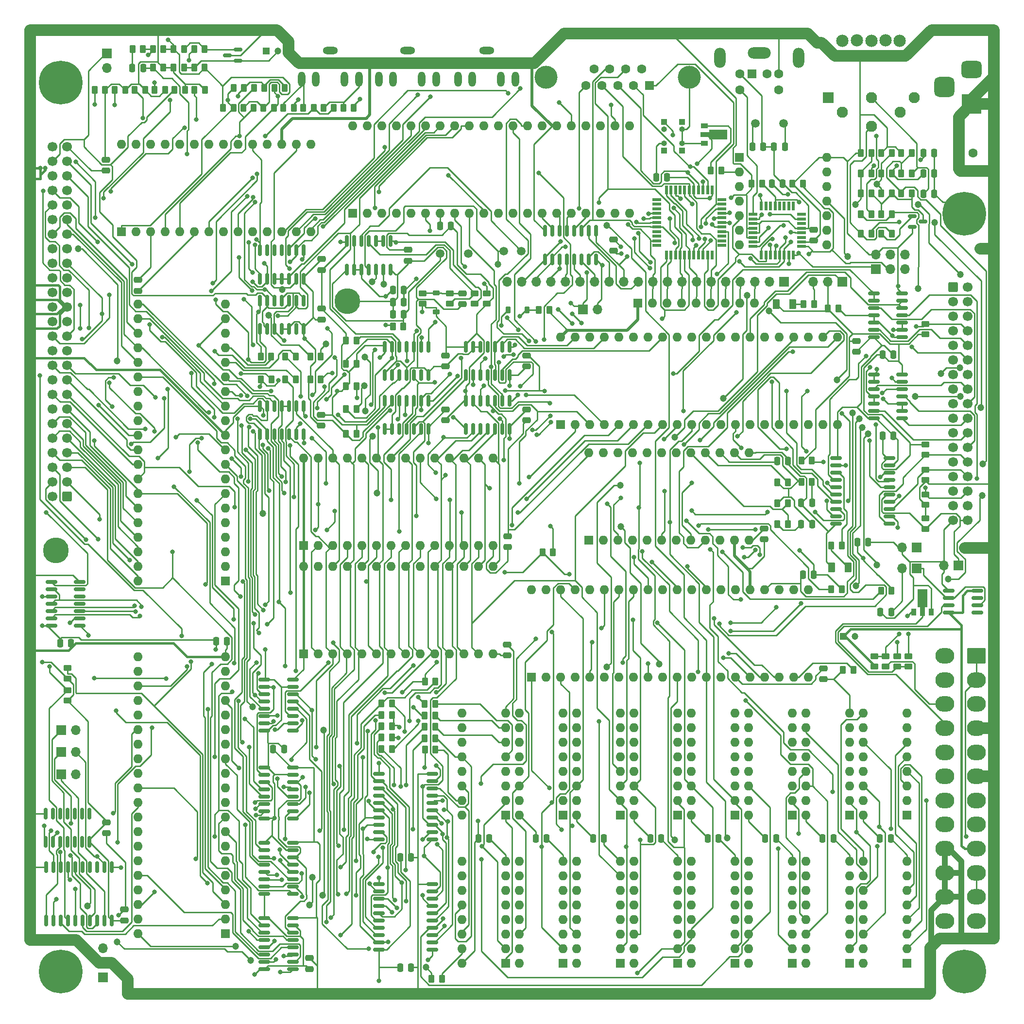
<source format=gbr>
%TF.GenerationSoftware,KiCad,Pcbnew,7.0.1*%
%TF.CreationDate,2023-05-06T23:27:46+01:00*%
%TF.ProjectId,CPC464-2MINIITX,43504334-3634-42d3-924d-494e49495458,rev?*%
%TF.SameCoordinates,Original*%
%TF.FileFunction,Copper,L1,Top*%
%TF.FilePolarity,Positive*%
%FSLAX46Y46*%
G04 Gerber Fmt 4.6, Leading zero omitted, Abs format (unit mm)*
G04 Created by KiCad (PCBNEW 7.0.1) date 2023-05-06 23:27:46*
%MOMM*%
%LPD*%
G01*
G04 APERTURE LIST*
G04 Aperture macros list*
%AMRoundRect*
0 Rectangle with rounded corners*
0 $1 Rounding radius*
0 $2 $3 $4 $5 $6 $7 $8 $9 X,Y pos of 4 corners*
0 Add a 4 corners polygon primitive as box body*
4,1,4,$2,$3,$4,$5,$6,$7,$8,$9,$2,$3,0*
0 Add four circle primitives for the rounded corners*
1,1,$1+$1,$2,$3*
1,1,$1+$1,$4,$5*
1,1,$1+$1,$6,$7*
1,1,$1+$1,$8,$9*
0 Add four rect primitives between the rounded corners*
20,1,$1+$1,$2,$3,$4,$5,0*
20,1,$1+$1,$4,$5,$6,$7,0*
20,1,$1+$1,$6,$7,$8,$9,0*
20,1,$1+$1,$8,$9,$2,$3,0*%
%AMFreePoly0*
4,1,9,3.862500,-0.866500,0.737500,-0.866500,0.737500,-0.450000,-0.737500,-0.450000,-0.737500,0.450000,0.737500,0.450000,0.737500,0.866500,3.862500,0.866500,3.862500,-0.866500,3.862500,-0.866500,$1*%
G04 Aperture macros list end*
%TA.AperFunction,ComponentPad*%
%ADD10R,1.600000X1.600000*%
%TD*%
%TA.AperFunction,ComponentPad*%
%ADD11O,1.600000X1.600000*%
%TD*%
%TA.AperFunction,SMDPad,CuDef*%
%ADD12R,1.600000X0.550000*%
%TD*%
%TA.AperFunction,SMDPad,CuDef*%
%ADD13R,0.550000X1.600000*%
%TD*%
%TA.AperFunction,SMDPad,CuDef*%
%ADD14RoundRect,0.250000X-0.262500X-0.450000X0.262500X-0.450000X0.262500X0.450000X-0.262500X0.450000X0*%
%TD*%
%TA.AperFunction,ComponentPad*%
%ADD15RoundRect,0.250000X-0.600000X-0.600000X0.600000X-0.600000X0.600000X0.600000X-0.600000X0.600000X0*%
%TD*%
%TA.AperFunction,ComponentPad*%
%ADD16C,1.700000*%
%TD*%
%TA.AperFunction,ComponentPad*%
%ADD17RoundRect,0.250000X0.600000X0.600000X-0.600000X0.600000X-0.600000X-0.600000X0.600000X-0.600000X0*%
%TD*%
%TA.AperFunction,SMDPad,CuDef*%
%ADD18RoundRect,0.250000X0.475000X-0.250000X0.475000X0.250000X-0.475000X0.250000X-0.475000X-0.250000X0*%
%TD*%
%TA.AperFunction,SMDPad,CuDef*%
%ADD19RoundRect,0.150000X0.150000X-0.825000X0.150000X0.825000X-0.150000X0.825000X-0.150000X-0.825000X0*%
%TD*%
%TA.AperFunction,SMDPad,CuDef*%
%ADD20RoundRect,0.250000X-0.450000X0.262500X-0.450000X-0.262500X0.450000X-0.262500X0.450000X0.262500X0*%
%TD*%
%TA.AperFunction,SMDPad,CuDef*%
%ADD21RoundRect,0.150000X-0.875000X-0.150000X0.875000X-0.150000X0.875000X0.150000X-0.875000X0.150000X0*%
%TD*%
%TA.AperFunction,SMDPad,CuDef*%
%ADD22RoundRect,0.250000X0.262500X0.450000X-0.262500X0.450000X-0.262500X-0.450000X0.262500X-0.450000X0*%
%TD*%
%TA.AperFunction,SMDPad,CuDef*%
%ADD23RoundRect,0.250000X0.250000X0.475000X-0.250000X0.475000X-0.250000X-0.475000X0.250000X-0.475000X0*%
%TD*%
%TA.AperFunction,ComponentPad*%
%ADD24R,1.200000X1.200000*%
%TD*%
%TA.AperFunction,ComponentPad*%
%ADD25C,1.200000*%
%TD*%
%TA.AperFunction,ComponentPad*%
%ADD26C,4.500000*%
%TD*%
%TA.AperFunction,SMDPad,CuDef*%
%ADD27RoundRect,0.250000X-0.250000X-0.475000X0.250000X-0.475000X0.250000X0.475000X-0.250000X0.475000X0*%
%TD*%
%TA.AperFunction,ComponentPad*%
%ADD28C,0.800000*%
%TD*%
%TA.AperFunction,ComponentPad*%
%ADD29C,7.620000*%
%TD*%
%TA.AperFunction,ComponentPad*%
%ADD30C,1.500000*%
%TD*%
%TA.AperFunction,ComponentPad*%
%ADD31R,1.000000X1.000000*%
%TD*%
%TA.AperFunction,ComponentPad*%
%ADD32O,1.000000X1.000000*%
%TD*%
%TA.AperFunction,ComponentPad*%
%ADD33O,2.616000X1.308000*%
%TD*%
%TA.AperFunction,ComponentPad*%
%ADD34O,1.308000X2.616000*%
%TD*%
%TA.AperFunction,SMDPad,CuDef*%
%ADD35RoundRect,0.150000X-0.825000X-0.150000X0.825000X-0.150000X0.825000X0.150000X-0.825000X0.150000X0*%
%TD*%
%TA.AperFunction,SMDPad,CuDef*%
%ADD36RoundRect,0.250000X-0.475000X0.250000X-0.475000X-0.250000X0.475000X-0.250000X0.475000X0.250000X0*%
%TD*%
%TA.AperFunction,SMDPad,CuDef*%
%ADD37RoundRect,0.150000X0.587500X0.150000X-0.587500X0.150000X-0.587500X-0.150000X0.587500X-0.150000X0*%
%TD*%
%TA.AperFunction,SMDPad,CuDef*%
%ADD38RoundRect,0.250000X0.375000X0.625000X-0.375000X0.625000X-0.375000X-0.625000X0.375000X-0.625000X0*%
%TD*%
%TA.AperFunction,SMDPad,CuDef*%
%ADD39RoundRect,0.225000X-0.225000X-0.375000X0.225000X-0.375000X0.225000X0.375000X-0.225000X0.375000X0*%
%TD*%
%TA.AperFunction,ComponentPad*%
%ADD40R,1.700000X1.700000*%
%TD*%
%TA.AperFunction,ComponentPad*%
%ADD41O,1.700000X1.700000*%
%TD*%
%TA.AperFunction,ComponentPad*%
%ADD42R,3.500000X3.500000*%
%TD*%
%TA.AperFunction,ComponentPad*%
%ADD43RoundRect,0.750000X-1.000000X0.750000X-1.000000X-0.750000X1.000000X-0.750000X1.000000X0.750000X0*%
%TD*%
%TA.AperFunction,ComponentPad*%
%ADD44RoundRect,0.875000X-0.875000X0.875000X-0.875000X-0.875000X0.875000X-0.875000X0.875000X0.875000X0*%
%TD*%
%TA.AperFunction,ComponentPad*%
%ADD45C,1.600000*%
%TD*%
%TA.AperFunction,ComponentPad*%
%ADD46O,4.000000X2.000000*%
%TD*%
%TA.AperFunction,ComponentPad*%
%ADD47O,2.000000X3.500000*%
%TD*%
%TA.AperFunction,SMDPad,CuDef*%
%ADD48RoundRect,0.250000X0.450000X-0.262500X0.450000X0.262500X-0.450000X0.262500X-0.450000X-0.262500X0*%
%TD*%
%TA.AperFunction,ComponentPad*%
%ADD49C,4.000000*%
%TD*%
%TA.AperFunction,SMDPad,CuDef*%
%ADD50C,1.500000*%
%TD*%
%TA.AperFunction,SMDPad,CuDef*%
%ADD51R,0.900000X1.300000*%
%TD*%
%TA.AperFunction,SMDPad,CuDef*%
%ADD52FreePoly0,90.000000*%
%TD*%
%TA.AperFunction,SMDPad,CuDef*%
%ADD53RoundRect,0.250000X-0.375000X-0.625000X0.375000X-0.625000X0.375000X0.625000X-0.375000X0.625000X0*%
%TD*%
%TA.AperFunction,SMDPad,CuDef*%
%ADD54RoundRect,0.150000X-0.587500X-0.150000X0.587500X-0.150000X0.587500X0.150000X-0.587500X0.150000X0*%
%TD*%
%TA.AperFunction,SMDPad,CuDef*%
%ADD55R,0.550000X1.500000*%
%TD*%
%TA.AperFunction,SMDPad,CuDef*%
%ADD56R,1.500000X0.550000*%
%TD*%
%TA.AperFunction,SMDPad,CuDef*%
%ADD57RoundRect,0.150000X0.150000X-0.875000X0.150000X0.875000X-0.150000X0.875000X-0.150000X-0.875000X0*%
%TD*%
%TA.AperFunction,SMDPad,CuDef*%
%ADD58RoundRect,0.225000X0.375000X-0.225000X0.375000X0.225000X-0.375000X0.225000X-0.375000X-0.225000X0*%
%TD*%
%TA.AperFunction,ComponentPad*%
%ADD59RoundRect,0.250001X-1.399999X1.099999X-1.399999X-1.099999X1.399999X-1.099999X1.399999X1.099999X0*%
%TD*%
%TA.AperFunction,ComponentPad*%
%ADD60O,3.300000X2.700000*%
%TD*%
%TA.AperFunction,SMDPad,CuDef*%
%ADD61R,1.300000X0.900000*%
%TD*%
%TA.AperFunction,SMDPad,CuDef*%
%ADD62FreePoly0,0.000000*%
%TD*%
%TA.AperFunction,ComponentPad*%
%ADD63R,1.950000X1.950000*%
%TD*%
%TA.AperFunction,ComponentPad*%
%ADD64C,1.950000*%
%TD*%
%TA.AperFunction,ComponentPad*%
%ADD65C,2.150000*%
%TD*%
%TA.AperFunction,ViaPad*%
%ADD66C,0.800000*%
%TD*%
%TA.AperFunction,ViaPad*%
%ADD67C,1.200000*%
%TD*%
%TA.AperFunction,Conductor*%
%ADD68C,0.250000*%
%TD*%
%TA.AperFunction,Conductor*%
%ADD69C,2.000000*%
%TD*%
%TA.AperFunction,Conductor*%
%ADD70C,0.400000*%
%TD*%
%TA.AperFunction,Conductor*%
%ADD71C,1.000000*%
%TD*%
%TA.AperFunction,Conductor*%
%ADD72C,0.500000*%
%TD*%
G04 APERTURE END LIST*
D10*
%TO.P,IC111,1,A11*%
%TO.N,/CPU/A11*%
X63680000Y-125200000D03*
D11*
%TO.P,IC111,2,A12*%
%TO.N,/CPU/A12*%
X63680000Y-122660000D03*
%TO.P,IC111,3,A13*%
%TO.N,/CPU/A13*%
X63680000Y-120120000D03*
%TO.P,IC111,4,A14*%
%TO.N,/CPU/A14*%
X63680000Y-117580000D03*
%TO.P,IC111,5,A15*%
%TO.N,/CPU/A15*%
X63680000Y-115040000D03*
%TO.P,IC111,6,~{CLK}*%
%TO.N,A100*%
X63680000Y-112500000D03*
%TO.P,IC111,7,D4*%
%TO.N,/CPU/D4*%
X63680000Y-109960000D03*
%TO.P,IC111,8,D3*%
%TO.N,/CPU/D3*%
X63680000Y-107420000D03*
%TO.P,IC111,9,D5*%
%TO.N,/CPU/D5*%
X63680000Y-104880000D03*
%TO.P,IC111,10,D6*%
%TO.N,/CPU/D6*%
X63680000Y-102340000D03*
%TO.P,IC111,11,VCC*%
%TO.N,5V*%
X63680000Y-99800000D03*
%TO.P,IC111,12,D2*%
%TO.N,/CPU/D2*%
X63680000Y-97260000D03*
%TO.P,IC111,13,D7*%
%TO.N,/CPU/D7*%
X63680000Y-94720000D03*
%TO.P,IC111,14,D0*%
%TO.N,/CPU/D0*%
X63680000Y-92180000D03*
%TO.P,IC111,15,D1*%
%TO.N,/CPU/D1*%
X63680000Y-89640000D03*
%TO.P,IC111,16,~{INT}*%
%TO.N,INT*%
X63680000Y-87100000D03*
%TO.P,IC111,17,~{NMI}*%
%TO.N,NMI*%
X63680000Y-84560000D03*
%TO.P,IC111,18,~{HALT}*%
%TO.N,HALT*%
X63680000Y-82020000D03*
%TO.P,IC111,19,~{MREQ}*%
%TO.N,MREQ*%
X63680000Y-79480000D03*
%TO.P,IC111,20,~{IORQ}*%
%TO.N,IORQ*%
X63680000Y-76940000D03*
%TO.P,IC111,21,~{RD}*%
%TO.N,RD*%
X48440000Y-76940000D03*
%TO.P,IC111,22,~{WR}*%
%TO.N,WR*%
X48440000Y-79480000D03*
%TO.P,IC111,23,~{BUSACK}*%
%TO.N,BUSAK*%
X48440000Y-82020000D03*
%TO.P,IC111,24,~{WAIT}*%
%TO.N,READY*%
X48440000Y-84560000D03*
%TO.P,IC111,25,~{BUSRQ}*%
%TO.N,BUSRQ*%
X48440000Y-87100000D03*
%TO.P,IC111,26,~{RESET}*%
%TO.N,RESET*%
X48440000Y-89640000D03*
%TO.P,IC111,27,~{M1}*%
%TO.N,M1*%
X48440000Y-92180000D03*
%TO.P,IC111,28,~{RFSH}*%
%TO.N,RFSH*%
X48440000Y-94720000D03*
%TO.P,IC111,29,GND*%
%TO.N,GND*%
X48440000Y-97260000D03*
%TO.P,IC111,30,A0*%
%TO.N,/CPU/A0*%
X48440000Y-99800000D03*
%TO.P,IC111,31,A1*%
%TO.N,/CPU/A1*%
X48440000Y-102340000D03*
%TO.P,IC111,32,A2*%
%TO.N,/CPU/A2*%
X48440000Y-104880000D03*
%TO.P,IC111,33,A3*%
%TO.N,/CPU/A3*%
X48440000Y-107420000D03*
%TO.P,IC111,34,A4*%
%TO.N,/CPU/A4*%
X48440000Y-109960000D03*
%TO.P,IC111,35,A5*%
%TO.N,/CPU/A5*%
X48440000Y-112500000D03*
%TO.P,IC111,36,A6*%
%TO.N,/CPU/A6*%
X48440000Y-115040000D03*
%TO.P,IC111,37,A7*%
%TO.N,/CPU/A7*%
X48440000Y-117580000D03*
%TO.P,IC111,38,A8*%
%TO.N,/CPU/A8*%
X48440000Y-120120000D03*
%TO.P,IC111,39,A9*%
%TO.N,/CPU/A9*%
X48440000Y-122660000D03*
%TO.P,IC111,40,A10*%
%TO.N,/CPU/A10*%
X48440000Y-125200000D03*
%TD*%
D12*
%TO.P,IC800,1,PD3*%
%TO.N,PS2-CLK*%
X155650000Y-61300000D03*
%TO.P,IC800,2,PD4*%
%TO.N,MTSTROBE*%
X155650000Y-62100000D03*
%TO.P,IC800,3,GND*%
%TO.N,GND*%
X155650000Y-62900000D03*
%TO.P,IC800,4,VCC*%
%TO.N,5V*%
X155650000Y-63700000D03*
%TO.P,IC800,5,GND*%
%TO.N,GND*%
X155650000Y-64500000D03*
%TO.P,IC800,6,VCC*%
%TO.N,5V*%
X155650000Y-65300000D03*
%TO.P,IC800,7,XTAL1/PB6*%
%TO.N,Net-(IC800-XTAL1{slash}PB6)*%
X155650000Y-66100000D03*
%TO.P,IC800,8,XTAL2/PB7*%
%TO.N,Net-(IC800-XTAL2{slash}PB7)*%
X155650000Y-66900000D03*
D13*
%TO.P,IC800,9,PD5*%
%TO.N,AY2*%
X157100000Y-68350000D03*
%TO.P,IC800,10,PD6*%
%TO.N,AY1*%
X157900000Y-68350000D03*
%TO.P,IC800,11,PD7*%
%TO.N,AY0*%
X158700000Y-68350000D03*
%TO.P,IC800,12,PB0*%
%TO.N,AX2*%
X159500000Y-68350000D03*
%TO.P,IC800,13,PB1*%
%TO.N,AX1*%
X160300000Y-68350000D03*
%TO.P,IC800,14,PB2*%
%TO.N,AX0*%
X161100000Y-68350000D03*
%TO.P,IC800,15,PB3*%
%TO.N,ADMOSI*%
X161900000Y-68350000D03*
%TO.P,IC800,16,PB4*%
%TO.N,ADMISO*%
X162700000Y-68350000D03*
D12*
%TO.P,IC800,17,PB5*%
%TO.N,ADSCK*%
X164150000Y-66900000D03*
%TO.P,IC800,18,AVCC*%
%TO.N,5V*%
X164150000Y-66100000D03*
%TO.P,IC800,19,ADC6*%
%TO.N,/PS2 Keyboard/AA6*%
X164150000Y-65300000D03*
%TO.P,IC800,20,AREF*%
%TO.N,Net-(IC800-AREF)*%
X164150000Y-64500000D03*
%TO.P,IC800,21,GND*%
%TO.N,GND*%
X164150000Y-63700000D03*
%TO.P,IC800,22,ADC7*%
%TO.N,/PS2 Keyboard/AA7*%
X164150000Y-62900000D03*
%TO.P,IC800,23,PC0*%
%TO.N,BREAK*%
X164150000Y-62100000D03*
%TO.P,IC800,24,PC1*%
%TO.N,/PS2 Keyboard/AA1*%
X164150000Y-61300000D03*
D13*
%TO.P,IC800,25,PC2*%
%TO.N,/PS2 Keyboard/AA2*%
X162700000Y-59850000D03*
%TO.P,IC800,26,PC3*%
%TO.N,/PS2 Keyboard/AA3*%
X161900000Y-59850000D03*
%TO.P,IC800,27,PC4*%
%TO.N,/PS2 Keyboard/AA4*%
X161100000Y-59850000D03*
%TO.P,IC800,28,PC5*%
%TO.N,/PS2 Keyboard/AA5*%
X160300000Y-59850000D03*
%TO.P,IC800,29,~{RESET}/PC6*%
%TO.N,ADRESET*%
X159500000Y-59850000D03*
%TO.P,IC800,30,PD0*%
%TO.N,/PS2 Keyboard/AD0*%
X158700000Y-59850000D03*
%TO.P,IC800,31,PD1*%
%TO.N,/PS2 Keyboard/AD1*%
X157900000Y-59850000D03*
%TO.P,IC800,32,PD2*%
%TO.N,MTDATA*%
X157100000Y-59850000D03*
%TD*%
D10*
%TO.P,IC701,1,NC*%
%TO.N,MV*%
X112520000Y-191830000D03*
D11*
%TO.P,IC701,2,DIN*%
%TO.N,/CPU/D0*%
X112520000Y-189290000D03*
%TO.P,IC701,3,~{WRITE}*%
%TO.N,MWE*%
X112520000Y-186750000D03*
%TO.P,IC701,4,~{RAS}*%
%TO.N,RAS*%
X112520000Y-184210000D03*
%TO.P,IC701,5,A0*%
%TO.N,/Memory/XA0*%
X112520000Y-181670000D03*
%TO.P,IC701,6,A2*%
%TO.N,/Memory/XA2*%
X112520000Y-179130000D03*
%TO.P,IC701,7,A1*%
%TO.N,/Memory/XA1*%
X112520000Y-176590000D03*
%TO.P,IC701,8,VCC*%
%TO.N,5V*%
X112520000Y-174050000D03*
%TO.P,IC701,9,A7*%
%TO.N,/Memory/XA7*%
X104900000Y-174050000D03*
%TO.P,IC701,10,A5*%
%TO.N,/Memory/XA5*%
X104900000Y-176590000D03*
%TO.P,IC701,11,A4*%
%TO.N,/Memory/XA4*%
X104900000Y-179130000D03*
%TO.P,IC701,12,A3*%
%TO.N,/Memory/XA3*%
X104900000Y-181670000D03*
%TO.P,IC701,13,A6*%
%TO.N,/Memory/XA6*%
X104900000Y-184210000D03*
%TO.P,IC701,14,DOUT*%
%TO.N,/Gate Arrays/GD0*%
X104900000Y-186750000D03*
%TO.P,IC701,15,~{CAS}*%
%TO.N,CAS1*%
X104900000Y-189290000D03*
%TO.P,IC701,16,GND*%
%TO.N,GND*%
X104900000Y-191830000D03*
%TD*%
D14*
%TO.P,R126,1*%
%TO.N,R*%
X174451700Y-54144800D03*
%TO.P,R126,2*%
%TO.N,Net-(J101-Pin_1)*%
X176276700Y-54144800D03*
%TD*%
%TO.P,R120,1*%
%TO.N,Net-(J103-Ground)*%
X84255600Y-42729000D03*
%TO.P,R120,2*%
%TO.N,AYB*%
X86080600Y-42729000D03*
%TD*%
D15*
%TO.P,CD402,1,Pin_1*%
%TO.N,GND*%
X190500000Y-73959800D03*
D16*
%TO.P,CD402,2,Pin_2*%
%TO.N,unconnected-(CD402-Pin_2-Pad2)*%
X193040000Y-73959800D03*
%TO.P,CD402,3,Pin_3*%
%TO.N,GND*%
X190500000Y-76499800D03*
%TO.P,CD402,4,Pin_4*%
%TO.N,unconnected-(CD402-Pin_4-Pad4)*%
X193040000Y-76499800D03*
%TO.P,CD402,5,Pin_5*%
%TO.N,GND*%
X190500000Y-79039800D03*
%TO.P,CD402,6,Pin_6*%
%TO.N,unconnected-(CD402-Pin_6-Pad6)*%
X193040000Y-79039800D03*
%TO.P,CD402,7,Pin_7*%
%TO.N,GND*%
X190500000Y-81579800D03*
%TO.P,CD402,8,Pin_8*%
%TO.N,fINDEX*%
X193040000Y-81579800D03*
%TO.P,CD402,9,Pin_9*%
%TO.N,GND*%
X190500000Y-84119800D03*
%TO.P,CD402,10,Pin_10*%
%TO.N,fDRIVE0*%
X193040000Y-84119800D03*
%TO.P,CD402,11,Pin_11*%
%TO.N,GND*%
X190500000Y-86659800D03*
%TO.P,CD402,12,Pin_12*%
%TO.N,fDRIVE1*%
X193040000Y-86659800D03*
%TO.P,CD402,13,Pin_13*%
%TO.N,GND*%
X190500000Y-89199800D03*
%TO.P,CD402,14,Pin_14*%
%TO.N,unconnected-(CD402-Pin_14-Pad14)*%
X193040000Y-89199800D03*
%TO.P,CD402,15,Pin_15*%
%TO.N,GND*%
X190500000Y-91739800D03*
%TO.P,CD402,16,Pin_16*%
%TO.N,fMOTOR1*%
X193040000Y-91739800D03*
%TO.P,CD402,17,Pin_17*%
%TO.N,GND*%
X190500000Y-94279800D03*
%TO.P,CD402,18,Pin_18*%
%TO.N,fDIR*%
X193040000Y-94279800D03*
%TO.P,CD402,19,Pin_19*%
%TO.N,GND*%
X190500000Y-96819800D03*
%TO.P,CD402,20,Pin_20*%
%TO.N,fSTEP*%
X193040000Y-96819800D03*
%TO.P,CD402,21,Pin_21*%
%TO.N,GND*%
X190500000Y-99359800D03*
%TO.P,CD402,22,Pin_22*%
%TO.N,fWDATA*%
X193040000Y-99359800D03*
%TO.P,CD402,23,Pin_23*%
%TO.N,GND*%
X190500000Y-101899800D03*
%TO.P,CD402,24,Pin_24*%
%TO.N,fWGATE*%
X193040000Y-101899800D03*
%TO.P,CD402,25,Pin_25*%
%TO.N,GND*%
X190500000Y-104439800D03*
%TO.P,CD402,26,Pin_26*%
%TO.N,fTRACK0*%
X193040000Y-104439800D03*
%TO.P,CD402,27,Pin_27*%
%TO.N,GND*%
X190500000Y-106979800D03*
%TO.P,CD402,28,Pin_28*%
%TO.N,fWRITEPROT*%
X193040000Y-106979800D03*
%TO.P,CD402,29,Pin_29*%
%TO.N,GND*%
X190500000Y-109519800D03*
%TO.P,CD402,30,Pin_30*%
%TO.N,fREAD*%
X193040000Y-109519800D03*
%TO.P,CD402,31,Pin_31*%
%TO.N,GND*%
X190500000Y-112059800D03*
%TO.P,CD402,32,Pin_32*%
%TO.N,fSIDE1*%
X193040000Y-112059800D03*
%TO.P,CD402,33,Pin_33*%
%TO.N,GND*%
X190500000Y-114599800D03*
%TO.P,CD402,34,Pin_34*%
%TO.N,fREADY*%
X193040000Y-114599800D03*
%TD*%
D14*
%TO.P,R114,1*%
%TO.N,AYC*%
X65096500Y-39300000D03*
%TO.P,R114,2*%
%TO.N,SOUND*%
X66921500Y-39300000D03*
%TD*%
D17*
%TO.P,PL1,1,Pin_1*%
%TO.N,SOUND*%
X36086000Y-110432000D03*
D16*
%TO.P,PL1,2,Pin_2*%
%TO.N,GND*%
X33546000Y-110432000D03*
%TO.P,PL1,3,Pin_3*%
%TO.N,/CPU/A15*%
X36086000Y-107892000D03*
%TO.P,PL1,4,Pin_4*%
%TO.N,/CPU/A14*%
X33546000Y-107892000D03*
%TO.P,PL1,5,Pin_5*%
%TO.N,/CPU/A13*%
X36086000Y-105352000D03*
%TO.P,PL1,6,Pin_6*%
%TO.N,/CPU/A12*%
X33546000Y-105352000D03*
%TO.P,PL1,7,Pin_7*%
%TO.N,/CPU/A11*%
X36086000Y-102812000D03*
%TO.P,PL1,8,Pin_8*%
%TO.N,/CPU/A10*%
X33546000Y-102812000D03*
%TO.P,PL1,9,Pin_9*%
%TO.N,/CPU/A9*%
X36086000Y-100272000D03*
%TO.P,PL1,10,Pin_10*%
%TO.N,/CPU/A8*%
X33546000Y-100272000D03*
%TO.P,PL1,11,Pin_11*%
%TO.N,/CPU/A7*%
X36086000Y-97732000D03*
%TO.P,PL1,12,Pin_12*%
%TO.N,/CPU/A6*%
X33546000Y-97732000D03*
%TO.P,PL1,13,Pin_13*%
%TO.N,/CPU/A5*%
X36086000Y-95192000D03*
%TO.P,PL1,14,Pin_14*%
%TO.N,/CPU/A4*%
X33546000Y-95192000D03*
%TO.P,PL1,15,Pin_15*%
%TO.N,/CPU/A3*%
X36086000Y-92652000D03*
%TO.P,PL1,16,Pin_16*%
%TO.N,/CPU/A2*%
X33546000Y-92652000D03*
%TO.P,PL1,17,Pin_17*%
%TO.N,/CPU/A1*%
X36086000Y-90112000D03*
%TO.P,PL1,18,Pin_18*%
%TO.N,/CPU/A0*%
X33546000Y-90112000D03*
%TO.P,PL1,19,Pin_19*%
%TO.N,/CPU/D7*%
X36086000Y-87572000D03*
%TO.P,PL1,20,Pin_20*%
%TO.N,/CPU/D6*%
X33546000Y-87572000D03*
%TO.P,PL1,21,Pin_21*%
%TO.N,/CPU/D5*%
X36086000Y-85032000D03*
%TO.P,PL1,22,Pin_22*%
%TO.N,/CPU/D4*%
X33546000Y-85032000D03*
%TO.P,PL1,23,Pin_23*%
%TO.N,/CPU/D3*%
X36086000Y-82492000D03*
%TO.P,PL1,24,Pin_24*%
%TO.N,/CPU/D2*%
X33546000Y-82492000D03*
%TO.P,PL1,25,Pin_25*%
%TO.N,/CPU/D1*%
X36086000Y-79952000D03*
%TO.P,PL1,26,Pin_26*%
%TO.N,/CPU/D0*%
X33546000Y-79952000D03*
%TO.P,PL1,27,Pin_27*%
%TO.N,5V*%
X36086000Y-77412000D03*
%TO.P,PL1,28,Pin_28*%
%TO.N,MREQ*%
X33546000Y-77412000D03*
%TO.P,PL1,29,Pin_29*%
%TO.N,M1*%
X36086000Y-74872000D03*
%TO.P,PL1,30,Pin_30*%
%TO.N,RFSH*%
X33546000Y-74872000D03*
%TO.P,PL1,31,Pin_31*%
%TO.N,IORQ*%
X36086000Y-72332000D03*
%TO.P,PL1,32,Pin_32*%
%TO.N,RD*%
X33546000Y-72332000D03*
%TO.P,PL1,33,Pin_33*%
%TO.N,WR*%
X36086000Y-69792000D03*
%TO.P,PL1,34,Pin_34*%
%TO.N,HALT*%
X33546000Y-69792000D03*
%TO.P,PL1,35,Pin_35*%
%TO.N,INT*%
X36086000Y-67252000D03*
%TO.P,PL1,36,Pin_36*%
%TO.N,NMI*%
X33546000Y-67252000D03*
%TO.P,PL1,37,Pin_37*%
%TO.N,BUSRQ*%
X36086000Y-64712000D03*
%TO.P,PL1,38,Pin_38*%
%TO.N,BUSAK*%
X33546000Y-64712000D03*
%TO.P,PL1,39,Pin_39*%
%TO.N,READY*%
X36086000Y-62172000D03*
%TO.P,PL1,40,Pin_40*%
%TO.N,BUS*%
X33546000Y-62172000D03*
%TO.P,PL1,41,Pin_41*%
%TO.N,RESET*%
X36086000Y-59632000D03*
%TO.P,PL1,42,Pin_42*%
%TO.N,ROMEN*%
X33546000Y-59632000D03*
%TO.P,PL1,43,Pin_43*%
%TO.N,ROMDIS*%
X36086000Y-57092000D03*
%TO.P,PL1,44,Pin_44*%
%TO.N,RAMRD*%
X33546000Y-57092000D03*
%TO.P,PL1,45,Pin_45*%
%TO.N,RAMDIS*%
X36086000Y-54552000D03*
%TO.P,PL1,46,Pin_46*%
%TO.N,CURSOR*%
X33546000Y-54552000D03*
%TO.P,PL1,47,Pin_47*%
%TO.N,LPEN*%
X36086000Y-52012000D03*
%TO.P,PL1,48,Pin_48*%
%TO.N,EXP*%
X33546000Y-52012000D03*
%TO.P,PL1,49,Pin_49*%
%TO.N,GND*%
X36086000Y-49472000D03*
%TO.P,PL1,50,Pin_50*%
%TO.N,A100*%
X33546000Y-49472000D03*
%TD*%
D14*
%TO.P,R314,1*%
%TO.N,GND*%
X54662500Y-32450000D03*
%TO.P,R314,2*%
%TO.N,Net-(Q350-E)*%
X56487500Y-32450000D03*
%TD*%
D18*
%TO.P,C409,1*%
%TO.N,5V*%
X102072600Y-97200000D03*
%TO.P,C409,2*%
%TO.N,GND*%
X102072600Y-95300000D03*
%TD*%
D19*
%TO.P,IC110,1*%
%TO.N,Net-(IC110-Pad1)*%
X69740000Y-72525000D03*
%TO.P,IC110,2*%
%TO.N,BUS*%
X71010000Y-72525000D03*
%TO.P,IC110,3*%
%TO.N,8255RESET*%
X72280000Y-72525000D03*
%TO.P,IC110,4*%
X73550000Y-72525000D03*
%TO.P,IC110,5*%
X74820000Y-72525000D03*
%TO.P,IC110,6*%
%TO.N,RESET*%
X76090000Y-72525000D03*
%TO.P,IC110,7,GND*%
%TO.N,GND*%
X77360000Y-72525000D03*
%TO.P,IC110,8*%
%TO.N,Net-(IC108-E)*%
X77360000Y-67575000D03*
%TO.P,IC110,9*%
%TO.N,IOWR*%
X76090000Y-67575000D03*
%TO.P,IC110,10*%
%TO.N,IORD*%
X74820000Y-67575000D03*
%TO.P,IC110,11*%
%TO.N,unconnected-(IC110-Pad11)*%
X73550000Y-67575000D03*
%TO.P,IC110,12*%
%TO.N,unconnected-(IC110-Pad12)*%
X72280000Y-67575000D03*
%TO.P,IC110,13*%
%TO.N,unconnected-(IC110-Pad13)*%
X71010000Y-67575000D03*
%TO.P,IC110,14,VCC*%
%TO.N,5V*%
X69740000Y-67575000D03*
%TD*%
D10*
%TO.P,IC704,1,NC*%
%TO.N,MV*%
X142520000Y-191830000D03*
D11*
%TO.P,IC704,2,DIN*%
%TO.N,/CPU/D3*%
X142520000Y-189290000D03*
%TO.P,IC704,3,~{WRITE}*%
%TO.N,MWE*%
X142520000Y-186750000D03*
%TO.P,IC704,4,~{RAS}*%
%TO.N,RAS*%
X142520000Y-184210000D03*
%TO.P,IC704,5,A0*%
%TO.N,/Memory/XA0*%
X142520000Y-181670000D03*
%TO.P,IC704,6,A2*%
%TO.N,/Memory/XA2*%
X142520000Y-179130000D03*
%TO.P,IC704,7,A1*%
%TO.N,/Memory/XA1*%
X142520000Y-176590000D03*
%TO.P,IC704,8,VCC*%
%TO.N,5V*%
X142520000Y-174050000D03*
%TO.P,IC704,9,A7*%
%TO.N,/Memory/XA7*%
X134900000Y-174050000D03*
%TO.P,IC704,10,A5*%
%TO.N,/Memory/XA5*%
X134900000Y-176590000D03*
%TO.P,IC704,11,A4*%
%TO.N,/Memory/XA4*%
X134900000Y-179130000D03*
%TO.P,IC704,12,A3*%
%TO.N,/Memory/XA3*%
X134900000Y-181670000D03*
%TO.P,IC704,13,A6*%
%TO.N,/Memory/XA6*%
X134900000Y-184210000D03*
%TO.P,IC704,14,DOUT*%
%TO.N,/Gate Arrays/GD3*%
X134900000Y-186750000D03*
%TO.P,IC704,15,~{CAS}*%
%TO.N,CAS1*%
X134900000Y-189290000D03*
%TO.P,IC704,16,GND*%
%TO.N,GND*%
X134900000Y-191830000D03*
%TD*%
D14*
%TO.P,R317,1*%
%TO.N,Net-(C317-Pad1)*%
X47514000Y-32450000D03*
%TO.P,R317,2*%
%TO.N,MIC*%
X49339000Y-32450000D03*
%TD*%
%TO.P,R457,1*%
%TO.N,Net-(IC451-CONTROL)*%
X164087500Y-107950000D03*
%TO.P,R457,2*%
%TO.N,Net-(C455-Pad2)*%
X165912500Y-107950000D03*
%TD*%
D20*
%TO.P,R402,1*%
%TO.N,5V*%
X185729500Y-114300000D03*
%TO.P,R402,2*%
%TO.N,fREADY*%
X185729500Y-116125000D03*
%TD*%
D11*
%TO.P,NR1,9,R8*%
%TO.N,/PS2 Keyboard/ROW0*%
X155917000Y-76776000D03*
%TO.P,NR1,8,R7*%
%TO.N,/PS2 Keyboard/ROW1*%
X153377000Y-76776000D03*
%TO.P,NR1,7,R6*%
%TO.N,/PS2 Keyboard/ROW2*%
X150837000Y-76776000D03*
%TO.P,NR1,6,R5*%
%TO.N,/PS2 Keyboard/ROW3*%
X148297000Y-76776000D03*
%TO.P,NR1,5,R4*%
%TO.N,/PS2 Keyboard/ROW4*%
X145757000Y-76776000D03*
%TO.P,NR1,4,R3*%
%TO.N,/PS2 Keyboard/ROW5*%
X143217000Y-76776000D03*
%TO.P,NR1,3,R2*%
%TO.N,/PS2 Keyboard/ROW6*%
X140677000Y-76776000D03*
%TO.P,NR1,2,R1*%
%TO.N,/PS2 Keyboard/ROW7*%
X138137000Y-76776000D03*
D10*
%TO.P,NR1,1,common*%
%TO.N,5V*%
X135597000Y-76776000D03*
%TD*%
D21*
%TO.P,IC403,1*%
%TO.N,GND*%
X170150000Y-103790000D03*
%TO.P,IC403,2*%
%TO.N,fREAD*%
X170150000Y-105060000D03*
%TO.P,IC403,3*%
%TO.N,Net-(IC403-Pad3)*%
X170150000Y-106330000D03*
%TO.P,IC403,4*%
%TO.N,fINDEX*%
X170150000Y-107600000D03*
%TO.P,IC403,5*%
%TO.N,Net-(IC401-READY)*%
X170150000Y-108870000D03*
%TO.P,IC403,6*%
%TO.N,!R*%
X170150000Y-110140000D03*
%TO.P,IC403,7*%
%TO.N,Net-(IC401-WPRT{slash}2SIDE)*%
X170150000Y-111410000D03*
%TO.P,IC403,8*%
%TO.N,Net-(IC403-Pad8)*%
X170150000Y-112680000D03*
%TO.P,IC403,9*%
%TO.N,Net-(IC403-Pad9)*%
X170150000Y-113950000D03*
%TO.P,IC403,10,GND*%
%TO.N,GND*%
X170150000Y-115220000D03*
%TO.P,IC403,11*%
%TO.N,fTRACK0*%
X179450000Y-115220000D03*
%TO.P,IC403,12*%
%TO.N,Net-(IC403-Pad12)*%
X179450000Y-113950000D03*
%TO.P,IC403,13*%
%TO.N,fWRITEPROT*%
X179450000Y-112680000D03*
%TO.P,IC403,14*%
%TO.N,uRESET*%
X179450000Y-111410000D03*
%TO.P,IC403,15*%
%TO.N,fREADY*%
X179450000Y-110140000D03*
%TO.P,IC403,16*%
%TO.N,Net-(IC401-INDEX)*%
X179450000Y-108870000D03*
%TO.P,IC403,17*%
%TO.N,Net-(IC412B-~{Q})*%
X179450000Y-107600000D03*
%TO.P,IC403,18*%
%TO.N,Net-(IC451-RD_DATA)*%
X179450000Y-106330000D03*
%TO.P,IC403,19*%
%TO.N,GND*%
X179450000Y-105060000D03*
%TO.P,IC403,20,VCC*%
%TO.N,5V*%
X179450000Y-103790000D03*
%TD*%
D14*
%TO.P,R134,1*%
%TO.N,Net-(Q102-E)*%
X178007700Y-64635000D03*
%TO.P,R134,2*%
%TO.N,Net-(J101-Pin_6)*%
X179832700Y-64635000D03*
%TD*%
D22*
%TO.P,R156,1*%
%TO.N,Net-(IC103-~{CE})*%
X120800000Y-120200000D03*
%TO.P,R156,2*%
%TO.N,ROMEN*%
X118975000Y-120200000D03*
%TD*%
D21*
%TO.P,IC114,1,OE*%
%TO.N,373EN*%
X90450000Y-177985000D03*
%TO.P,IC114,2,O0*%
%TO.N,/CPU/D0*%
X90450000Y-179255000D03*
%TO.P,IC114,3,D0*%
%TO.N,/Gate Arrays/GD0*%
X90450000Y-180525000D03*
%TO.P,IC114,4,D1*%
%TO.N,/Gate Arrays/GD1*%
X90450000Y-181795000D03*
%TO.P,IC114,5,O1*%
%TO.N,/CPU/D1*%
X90450000Y-183065000D03*
%TO.P,IC114,6,O2*%
%TO.N,/CPU/D2*%
X90450000Y-184335000D03*
%TO.P,IC114,7,D2*%
%TO.N,/Gate Arrays/GD2*%
X90450000Y-185605000D03*
%TO.P,IC114,8,D3*%
%TO.N,/Gate Arrays/GD3*%
X90450000Y-186875000D03*
%TO.P,IC114,9,O3*%
%TO.N,/CPU/D3*%
X90450000Y-188145000D03*
%TO.P,IC114,10,GND*%
%TO.N,GND*%
X90450000Y-189415000D03*
%TO.P,IC114,11,LE*%
%TO.N,READY*%
X99750000Y-189415000D03*
%TO.P,IC114,12,O4*%
%TO.N,/CPU/D4*%
X99750000Y-188145000D03*
%TO.P,IC114,13,D4*%
%TO.N,/Gate Arrays/GD4*%
X99750000Y-186875000D03*
%TO.P,IC114,14,D5*%
%TO.N,/Gate Arrays/GD5*%
X99750000Y-185605000D03*
%TO.P,IC114,15,O5*%
%TO.N,/CPU/D5*%
X99750000Y-184335000D03*
%TO.P,IC114,16,O6*%
%TO.N,/CPU/D6*%
X99750000Y-183065000D03*
%TO.P,IC114,17,D6*%
%TO.N,/Gate Arrays/GD6*%
X99750000Y-181795000D03*
%TO.P,IC114,18,D7*%
%TO.N,/Gate Arrays/GD7*%
X99750000Y-180525000D03*
%TO.P,IC114,19,O7*%
%TO.N,/CPU/D7*%
X99750000Y-179255000D03*
%TO.P,IC114,20,VCC*%
%TO.N,5V*%
X99750000Y-177985000D03*
%TD*%
D14*
%TO.P,R119,1*%
%TO.N,Net-(J103-Ground)*%
X80775800Y-42729000D03*
%TO.P,R119,2*%
%TO.N,AYA*%
X82600800Y-42729000D03*
%TD*%
D23*
%TO.P,C703,1*%
%TO.N,5V*%
X129670000Y-170051800D03*
%TO.P,C703,2*%
%TO.N,GND*%
X127770000Y-170051800D03*
%TD*%
D14*
%TO.P,R316,1*%
%TO.N,MIC*%
X51050000Y-32450000D03*
%TO.P,R316,2*%
%TO.N,GND*%
X52875000Y-32450000D03*
%TD*%
D20*
%TO.P,R1071,1*%
%TO.N,Net-(IC1070-THR)*%
X178800000Y-138287500D03*
%TO.P,R1071,2*%
%TO.N,GND*%
X178800000Y-140112500D03*
%TD*%
D18*
%TO.P,C125,1*%
%TO.N,5V*%
X131317600Y-67600000D03*
%TO.P,C125,2*%
%TO.N,GND*%
X131317600Y-65700000D03*
%TD*%
D24*
%TO.P,C1071,1*%
%TO.N,5VSB*%
X171400000Y-134850000D03*
D25*
%TO.P,C1071,2*%
%TO.N,GND*%
X173400000Y-134850000D03*
%TD*%
D26*
%TO.P,H7,1,1*%
%TO.N,GND*%
X84976000Y-76401000D03*
%TD*%
D27*
%TO.P,C1070,1*%
%TO.N,GND*%
X177860200Y-130609400D03*
%TO.P,C1070,2*%
%TO.N,Net-(J1071-Pin_2)*%
X179760200Y-130609400D03*
%TD*%
D23*
%TO.P,C132,1*%
%TO.N,Net-(C131-Pad1)*%
X94775400Y-74500000D03*
%TO.P,C132,2*%
%TO.N,Net-(C132-Pad2)*%
X92875400Y-74500000D03*
%TD*%
D28*
%TO.P,HA2,1,1*%
%TO.N,GND*%
X192494200Y-58322600D03*
X192494200Y-64037600D03*
X194514758Y-59159542D03*
X194514758Y-63200658D03*
X190473642Y-63200658D03*
X190473642Y-59159542D03*
X195351700Y-61180100D03*
X189636700Y-61180100D03*
D29*
X192494200Y-61180100D03*
%TD*%
D30*
%TO.P,Y800,2,2*%
%TO.N,Net-(IC800-XTAL2{slash}PB7)*%
X160964000Y-45464000D03*
%TO.P,Y800,1,1*%
%TO.N,Net-(IC800-XTAL1{slash}PB6)*%
X156084000Y-45464000D03*
%TD*%
D31*
%TO.P,LK3,1,Pin_1*%
%TO.N,/IO/IPB3*%
X140133200Y-50150000D03*
D32*
%TO.P,LK3,2,Pin_2*%
%TO.N,GND*%
X140133200Y-48880000D03*
%TD*%
D31*
%TO.P,LK4,1,Pin_1*%
%TO.N,/IO/IPB4*%
X143250000Y-50150000D03*
D32*
%TO.P,LK4,2,Pin_2*%
%TO.N,GND*%
X143250000Y-48880000D03*
%TD*%
D33*
%TO.P,J103,1,1*%
%TO.N,GND*%
X81963500Y-32774000D03*
D34*
%TO.P,J103,2,2*%
%TO.N,Net-(J103-Pad2)*%
X76963500Y-37774000D03*
%TO.P,J103,3,Ground*%
%TO.N,Net-(J103-Ground)*%
X86963500Y-37774000D03*
%TO.P,J103,10,10*%
%TO.N,unconnected-(J103-Pad10)*%
X79463500Y-37774000D03*
%TO.P,J103,11,11*%
%TO.N,unconnected-(J103-Pad11)*%
X84463500Y-37774000D03*
%TD*%
D22*
%TO.P,R158,1*%
%TO.N,/Memory/XA5*%
X92737500Y-150518800D03*
%TO.P,R158,2*%
%TO.N,5V*%
X90912500Y-150518800D03*
%TD*%
D14*
%TO.P,R161,1*%
%TO.N,Net-(IC900-~{CAS0})*%
X98462500Y-154600000D03*
%TO.P,R161,2*%
%TO.N,CAS0*%
X100287500Y-154600000D03*
%TD*%
%TO.P,R136,1*%
%TO.N,Net-(J101-Pin_6)*%
X174451700Y-64635000D03*
%TO.P,R136,2*%
%TO.N,GND*%
X176276700Y-64635000D03*
%TD*%
D22*
%TO.P,R416,1*%
%TO.N,Net-(IC403-Pad8)*%
X86562500Y-91236800D03*
%TO.P,R416,2*%
%TO.N,5V*%
X84737500Y-91236800D03*
%TD*%
D35*
%TO.P,IC105,1,Ea*%
%TO.N,GND*%
X70500000Y-142415000D03*
%TO.P,IC105,2,S1*%
%TO.N,CPU*%
X70500000Y-143685000D03*
%TO.P,IC105,3,I3a*%
%TO.N,/Multiplex/MA0*%
X70500000Y-144955000D03*
%TO.P,IC105,4,I2a*%
%TO.N,CCLK*%
X70500000Y-146225000D03*
%TO.P,IC105,5,I1a*%
%TO.N,/CPU/A1*%
X70500000Y-147495000D03*
%TO.P,IC105,6,I0a*%
%TO.N,/CPU/A0*%
X70500000Y-148765000D03*
%TO.P,IC105,7,Za*%
%TO.N,Net-(IC105-Za)*%
X70500000Y-150035000D03*
%TO.P,IC105,8,GND*%
%TO.N,GND*%
X70500000Y-151305000D03*
%TO.P,IC105,9,Zb*%
%TO.N,Net-(IC105-Zb)*%
X75450000Y-151305000D03*
%TO.P,IC105,10,I0b*%
%TO.N,/CPU/A9*%
X75450000Y-150035000D03*
%TO.P,IC105,11,I1b*%
%TO.N,/CPU/A2*%
X75450000Y-148765000D03*
%TO.P,IC105,12,I2b*%
%TO.N,/Multiplex/MA8*%
X75450000Y-147495000D03*
%TO.P,IC105,13,I3b*%
%TO.N,/Multiplex/MA1*%
X75450000Y-146225000D03*
%TO.P,IC105,14,S0*%
%TO.N,CASAD*%
X75450000Y-144955000D03*
%TO.P,IC105,15,Eb*%
%TO.N,GND*%
X75450000Y-143685000D03*
%TO.P,IC105,16,VCC*%
%TO.N,5V*%
X75450000Y-142415000D03*
%TD*%
D23*
%TO.P,C706,1*%
%TO.N,5V*%
X159670000Y-170051800D03*
%TO.P,C706,2*%
%TO.N,GND*%
X157770000Y-170051800D03*
%TD*%
D10*
%TO.P,IC122,1,NC*%
%TO.N,MV*%
X162520000Y-166000000D03*
D11*
%TO.P,IC122,2,DIN*%
%TO.N,/CPU/D5*%
X162520000Y-163460000D03*
%TO.P,IC122,3,~{WRITE}*%
%TO.N,MWE*%
X162520000Y-160920000D03*
%TO.P,IC122,4,~{RAS}*%
%TO.N,RAS*%
X162520000Y-158380000D03*
%TO.P,IC122,5,A0*%
%TO.N,/Memory/XA0*%
X162520000Y-155840000D03*
%TO.P,IC122,6,A2*%
%TO.N,/Memory/XA2*%
X162520000Y-153300000D03*
%TO.P,IC122,7,A1*%
%TO.N,/Memory/XA1*%
X162520000Y-150760000D03*
%TO.P,IC122,8,VCC*%
%TO.N,5V*%
X162520000Y-148220000D03*
%TO.P,IC122,9,A7*%
%TO.N,/Memory/XA7*%
X154900000Y-148220000D03*
%TO.P,IC122,10,A5*%
%TO.N,/Memory/XA5*%
X154900000Y-150760000D03*
%TO.P,IC122,11,A4*%
%TO.N,/Memory/XA4*%
X154900000Y-153300000D03*
%TO.P,IC122,12,A3*%
%TO.N,/Memory/XA3*%
X154900000Y-155840000D03*
%TO.P,IC122,13,A6*%
%TO.N,/Memory/XA6*%
X154900000Y-158380000D03*
%TO.P,IC122,14,DOUT*%
%TO.N,/Gate Arrays/GD5*%
X154900000Y-160920000D03*
%TO.P,IC122,15,~{CAS}*%
%TO.N,CAS0*%
X154900000Y-163460000D03*
%TO.P,IC122,16,GND*%
%TO.N,GND*%
X154900000Y-166000000D03*
%TD*%
D36*
%TO.P,C406,1*%
%TO.N,5V*%
X80341800Y-96225000D03*
%TO.P,C406,2*%
%TO.N,GND*%
X80341800Y-98125000D03*
%TD*%
D10*
%TO.P,IC121,1,NC*%
%TO.N,MV*%
X152520000Y-166000000D03*
D11*
%TO.P,IC121,2,DIN*%
%TO.N,/CPU/D4*%
X152520000Y-163460000D03*
%TO.P,IC121,3,~{WRITE}*%
%TO.N,MWE*%
X152520000Y-160920000D03*
%TO.P,IC121,4,~{RAS}*%
%TO.N,RAS*%
X152520000Y-158380000D03*
%TO.P,IC121,5,A0*%
%TO.N,/Memory/XA0*%
X152520000Y-155840000D03*
%TO.P,IC121,6,A2*%
%TO.N,/Memory/XA2*%
X152520000Y-153300000D03*
%TO.P,IC121,7,A1*%
%TO.N,/Memory/XA1*%
X152520000Y-150760000D03*
%TO.P,IC121,8,VCC*%
%TO.N,5V*%
X152520000Y-148220000D03*
%TO.P,IC121,9,A7*%
%TO.N,/Memory/XA7*%
X144900000Y-148220000D03*
%TO.P,IC121,10,A5*%
%TO.N,/Memory/XA5*%
X144900000Y-150760000D03*
%TO.P,IC121,11,A4*%
%TO.N,/Memory/XA4*%
X144900000Y-153300000D03*
%TO.P,IC121,12,A3*%
%TO.N,/Memory/XA3*%
X144900000Y-155840000D03*
%TO.P,IC121,13,A6*%
%TO.N,/Memory/XA6*%
X144900000Y-158380000D03*
%TO.P,IC121,14,DOUT*%
%TO.N,/Gate Arrays/GD4*%
X144900000Y-160920000D03*
%TO.P,IC121,15,~{CAS}*%
%TO.N,CAS0*%
X144900000Y-163460000D03*
%TO.P,IC121,16,GND*%
%TO.N,GND*%
X144900000Y-166000000D03*
%TD*%
D37*
%TO.P,Q350,1,B*%
%TO.N,Net-(Q350-B)*%
X65900000Y-34500000D03*
%TO.P,Q350,2,E*%
%TO.N,Net-(Q350-E)*%
X65900000Y-32600000D03*
%TO.P,Q350,3,C*%
%TO.N,5V*%
X64025000Y-33550000D03*
%TD*%
D14*
%TO.P,R127,1*%
%TO.N,5V*%
X178007700Y-50563400D03*
%TO.P,R127,2*%
%TO.N,G*%
X179832700Y-50563400D03*
%TD*%
D38*
%TO.P,D900,1,K*%
%TO.N,Net-(D900-K)*%
X162550000Y-76950000D03*
%TO.P,D900,2,A*%
%TO.N,5V*%
X159750000Y-76950000D03*
%TD*%
D39*
%TO.P,D401,1,K*%
%TO.N,ROMDIS*%
X112991300Y-77950800D03*
%TO.P,D401,2,A*%
%TO.N,Net-(D401-A)*%
X116291300Y-77950800D03*
%TD*%
D19*
%TO.P,IC125,1*%
%TO.N,Net-(C130-Pad1)*%
X84850000Y-70900000D03*
%TO.P,IC125,2*%
%TO.N,Net-(C132-Pad2)*%
X86120000Y-70900000D03*
%TO.P,IC125,3*%
X87390000Y-70900000D03*
%TO.P,IC125,4*%
%TO.N,CK16*%
X88660000Y-70900000D03*
%TO.P,IC125,5*%
%TO.N,PHI*%
X89930000Y-70900000D03*
%TO.P,IC125,6*%
%TO.N,Net-(IC125-Pad6)*%
X91200000Y-70900000D03*
%TO.P,IC125,7,GND*%
%TO.N,GND*%
X92470000Y-70900000D03*
%TO.P,IC125,8*%
%TO.N,Net-(IC110-Pad1)*%
X92470000Y-65950000D03*
%TO.P,IC125,9*%
%TO.N,Net-(IC125-Pad10)*%
X91200000Y-65950000D03*
%TO.P,IC125,10*%
X89930000Y-65950000D03*
%TO.P,IC125,11*%
%TO.N,Net-(IC125-Pad11)*%
X88660000Y-65950000D03*
%TO.P,IC125,12*%
%TO.N,CK16B*%
X87390000Y-65950000D03*
%TO.P,IC125,13*%
%TO.N,Net-(C132-Pad2)*%
X86120000Y-65950000D03*
%TO.P,IC125,14,VCC*%
%TO.N,5V*%
X84850000Y-65950000D03*
%TD*%
D40*
%TO.P,J1071,1,Pin_1*%
%TO.N,Net-(IC1070-THR)*%
X184210000Y-123000000D03*
D41*
%TO.P,J1071,2,Pin_2*%
%TO.N,Net-(J1071-Pin_2)*%
X181670000Y-123000000D03*
%TD*%
D27*
%TO.P,C135,1*%
%TO.N,Net-(J101-Pin_3)*%
X185361600Y-57675400D03*
%TO.P,C135,2*%
%TO.N,GND*%
X187261600Y-57675400D03*
%TD*%
D22*
%TO.P,R112,1*%
%TO.N,ROMDIS*%
X80312500Y-90100000D03*
%TO.P,R112,2*%
%TO.N,GND*%
X78487500Y-90100000D03*
%TD*%
D42*
%TO.P,J104,1*%
%TO.N,5V*%
X193743500Y-42068000D03*
D43*
%TO.P,J104,2*%
%TO.N,GND*%
X193743500Y-36068000D03*
D44*
%TO.P,J104,3*%
X189043500Y-39068000D03*
%TD*%
D35*
%TO.P,IC104,1,Ea*%
%TO.N,GND*%
X70500000Y-183960000D03*
%TO.P,IC104,2,S1*%
%TO.N,CPU*%
X70500000Y-185230000D03*
%TO.P,IC104,3,I3a*%
%TO.N,/Multiplex/MA4*%
X70500000Y-186500000D03*
%TO.P,IC104,4,I2a*%
%TO.N,RA1*%
X70500000Y-187770000D03*
%TO.P,IC104,5,I1a*%
%TO.N,/CPU/A5*%
X70500000Y-189040000D03*
%TO.P,IC104,6,I0a*%
%TO.N,/CPU/A12*%
X70500000Y-190310000D03*
%TO.P,IC104,7,Za*%
%TO.N,Net-(IC104-Za)*%
X70500000Y-191580000D03*
%TO.P,IC104,8,GND*%
%TO.N,GND*%
X70500000Y-192850000D03*
%TO.P,IC104,9,Zb*%
%TO.N,Net-(IC104-Zb)*%
X75450000Y-192850000D03*
%TO.P,IC104,10,I0b*%
%TO.N,/CPU/A13*%
X75450000Y-191580000D03*
%TO.P,IC104,11,I1b*%
%TO.N,/CPU/A6*%
X75450000Y-190310000D03*
%TO.P,IC104,12,I2b*%
%TO.N,RA2*%
X75450000Y-189040000D03*
%TO.P,IC104,13,I3b*%
%TO.N,/Multiplex/MA5*%
X75450000Y-187770000D03*
%TO.P,IC104,14,S0*%
%TO.N,CASAD*%
X75450000Y-186500000D03*
%TO.P,IC104,15,Eb*%
%TO.N,GND*%
X75450000Y-185230000D03*
%TO.P,IC104,16,VCC*%
%TO.N,5V*%
X75450000Y-183960000D03*
%TD*%
D10*
%TO.P,J804,1*%
%TO.N,ADMISO*%
X155470000Y-36825000D03*
D45*
%TO.P,J804,2*%
%TO.N,unconnected-(J804-Pad2)*%
X158070000Y-36825000D03*
%TO.P,J804,3*%
%TO.N,GND*%
X153370000Y-36825000D03*
%TO.P,J804,4*%
%TO.N,5V*%
X160170000Y-36825000D03*
%TO.P,J804,5*%
%TO.N,PS2-CLK*%
X153370000Y-39625000D03*
%TO.P,J804,6*%
%TO.N,unconnected-(J804-Pad6)*%
X160170000Y-39625000D03*
D46*
%TO.P,J804,7*%
%TO.N,GND*%
X156770000Y-33175000D03*
D47*
X163620000Y-33975000D03*
X149920000Y-33975000D03*
%TD*%
D40*
%TO.P,J903,1,Pin_1*%
%TO.N,GND*%
X42350000Y-194300000D03*
D41*
%TO.P,J903,2,Pin_2*%
%TO.N,5V*%
X42350000Y-191760000D03*
%TO.P,J903,3,Pin_3*%
%TO.N,unconnected-(J903-Pin_3-Pad3)*%
X42350000Y-189220000D03*
%TD*%
D27*
%TO.P,C802,1*%
%TO.N,Net-(IC800-AREF)*%
X158950000Y-55950000D03*
%TO.P,C802,2*%
%TO.N,GND*%
X160850000Y-55950000D03*
%TD*%
D18*
%TO.P,C407,1*%
%TO.N,5V*%
X116181800Y-97200000D03*
%TO.P,C407,2*%
%TO.N,GND*%
X116181800Y-95300000D03*
%TD*%
D23*
%TO.P,C115,1*%
%TO.N,5V*%
X96050000Y-192570000D03*
%TO.P,C115,2*%
%TO.N,GND*%
X94150000Y-192570000D03*
%TD*%
D35*
%TO.P,IC1070,1,GND*%
%TO.N,GND*%
X189803000Y-126873000D03*
%TO.P,IC1070,2,TR*%
%TO.N,Net-(IC1070-THR)*%
X189803000Y-128143000D03*
%TO.P,IC1070,3,Q*%
%TO.N,Net-(IC1070-Q)*%
X189803000Y-129413000D03*
%TO.P,IC1070,4,R*%
%TO.N,5VSB*%
X189803000Y-130683000D03*
%TO.P,IC1070,5,CV*%
%TO.N,unconnected-(IC1070-CV-Pad5)*%
X194753000Y-130683000D03*
%TO.P,IC1070,6,THR*%
%TO.N,Net-(IC1070-THR)*%
X194753000Y-129413000D03*
%TO.P,IC1070,7,DIS*%
%TO.N,unconnected-(IC1070-DIS-Pad7)*%
X194753000Y-128143000D03*
%TO.P,IC1070,8,VCC*%
%TO.N,5VSB*%
X194753000Y-126873000D03*
%TD*%
D23*
%TO.P,C801,1*%
%TO.N,Net-(IC800-XTAL2{slash}PB7)*%
X161196000Y-49528000D03*
%TO.P,C801,2*%
%TO.N,GND*%
X159296000Y-49528000D03*
%TD*%
D19*
%TO.P,IC901,1*%
%TO.N,/CPU/D6*%
X32340000Y-170675000D03*
%TO.P,IC901,2*%
%TO.N,/CPU/D7*%
X33610000Y-170675000D03*
%TO.P,IC901,3*%
%TO.N,D6ANDD7*%
X34880000Y-170675000D03*
%TO.P,IC901,4*%
%TO.N,unconnected-(IC901-Pad4)*%
X36150000Y-170675000D03*
%TO.P,IC901,5*%
%TO.N,unconnected-(IC901-Pad5)*%
X37420000Y-170675000D03*
%TO.P,IC901,6*%
%TO.N,unconnected-(IC901-Pad6)*%
X38690000Y-170675000D03*
%TO.P,IC901,7,GND*%
%TO.N,GND*%
X39960000Y-170675000D03*
%TO.P,IC901,8*%
%TO.N,unconnected-(IC901-Pad8)*%
X39960000Y-165725000D03*
%TO.P,IC901,9*%
%TO.N,unconnected-(IC901-Pad9)*%
X38690000Y-165725000D03*
%TO.P,IC901,10*%
%TO.N,unconnected-(IC901-Pad10)*%
X37420000Y-165725000D03*
%TO.P,IC901,11*%
%TO.N,unconnected-(IC901-Pad11)*%
X36150000Y-165725000D03*
%TO.P,IC901,12*%
%TO.N,unconnected-(IC901-Pad12)*%
X34880000Y-165725000D03*
%TO.P,IC901,13*%
%TO.N,unconnected-(IC901-Pad13)*%
X33610000Y-165725000D03*
%TO.P,IC901,14,VCC*%
%TO.N,5V*%
X32340000Y-165725000D03*
%TD*%
D36*
%TO.P,C118,1*%
%TO.N,5V*%
X46064000Y-182461000D03*
%TO.P,C118,2*%
%TO.N,GND*%
X46064000Y-184361000D03*
%TD*%
D21*
%TO.P,IC115,1,OEa*%
%TO.N,244EN*%
X90450000Y-158785000D03*
%TO.P,IC115,2,I0a*%
%TO.N,/CPU/D0*%
X90450000Y-160055000D03*
%TO.P,IC115,3,O3b*%
%TO.N,/Gate Arrays/GD4*%
X90450000Y-161325000D03*
%TO.P,IC115,4,I1a*%
%TO.N,/CPU/D1*%
X90450000Y-162595000D03*
%TO.P,IC115,5,O2b*%
%TO.N,/Gate Arrays/GD5*%
X90450000Y-163865000D03*
%TO.P,IC115,6,I2a*%
%TO.N,/CPU/D2*%
X90450000Y-165135000D03*
%TO.P,IC115,7,O1b*%
%TO.N,/Gate Arrays/GD6*%
X90450000Y-166405000D03*
%TO.P,IC115,8,I3a*%
%TO.N,/CPU/D3*%
X90450000Y-167675000D03*
%TO.P,IC115,9,O0b*%
%TO.N,/Gate Arrays/GD7*%
X90450000Y-168945000D03*
%TO.P,IC115,10,GND*%
%TO.N,GND*%
X90450000Y-170215000D03*
%TO.P,IC115,11,I0b*%
%TO.N,/CPU/D7*%
X99750000Y-170215000D03*
%TO.P,IC115,12,O3a*%
%TO.N,/Gate Arrays/GD3*%
X99750000Y-168945000D03*
%TO.P,IC115,13,I1b*%
%TO.N,/CPU/D6*%
X99750000Y-167675000D03*
%TO.P,IC115,14,O2a*%
%TO.N,/Gate Arrays/GD2*%
X99750000Y-166405000D03*
%TO.P,IC115,15,I2b*%
%TO.N,/CPU/D5*%
X99750000Y-165135000D03*
%TO.P,IC115,16,O1a*%
%TO.N,/Gate Arrays/GD1*%
X99750000Y-163865000D03*
%TO.P,IC115,17,I3b*%
%TO.N,/CPU/D4*%
X99750000Y-162595000D03*
%TO.P,IC115,18,O0a*%
%TO.N,/Gate Arrays/GD0*%
X99750000Y-161325000D03*
%TO.P,IC115,19,OEb*%
%TO.N,244EN*%
X99750000Y-160055000D03*
%TO.P,IC115,20,VCC*%
%TO.N,5V*%
X99750000Y-158785000D03*
%TD*%
D35*
%TO.P,IC113,1,Ea*%
%TO.N,GND*%
X70500000Y-170840000D03*
%TO.P,IC113,2,S1*%
%TO.N,CPU*%
X70500000Y-172110000D03*
%TO.P,IC113,3,I3a*%
%TO.N,/Multiplex/MA2*%
X70500000Y-173380000D03*
%TO.P,IC113,4,I2a*%
%TO.N,/Multiplex/MA9*%
X70500000Y-174650000D03*
%TO.P,IC113,5,I1a*%
%TO.N,/CPU/A3*%
X70500000Y-175920000D03*
%TO.P,IC113,6,I0a*%
%TO.N,/CPU/A10*%
X70500000Y-177190000D03*
%TO.P,IC113,7,Za*%
%TO.N,Net-(IC113-Za)*%
X70500000Y-178460000D03*
%TO.P,IC113,8,GND*%
%TO.N,GND*%
X70500000Y-179730000D03*
%TO.P,IC113,9,Zb*%
%TO.N,Net-(IC113-Zb)*%
X75450000Y-179730000D03*
%TO.P,IC113,10,I0b*%
%TO.N,/CPU/A11*%
X75450000Y-178460000D03*
%TO.P,IC113,11,I1b*%
%TO.N,/CPU/A4*%
X75450000Y-177190000D03*
%TO.P,IC113,12,I2b*%
%TO.N,RA0*%
X75450000Y-175920000D03*
%TO.P,IC113,13,I3b*%
%TO.N,/Multiplex/MA3*%
X75450000Y-174650000D03*
%TO.P,IC113,14,S0*%
%TO.N,CASAD*%
X75450000Y-173380000D03*
%TO.P,IC113,15,Eb*%
%TO.N,GND*%
X75450000Y-172110000D03*
%TO.P,IC113,16,VCC*%
%TO.N,5V*%
X75450000Y-170840000D03*
%TD*%
D14*
%TO.P,R160,1*%
%TO.N,Net-(IC900-~{CAS1})*%
X99637500Y-194550000D03*
%TO.P,R160,2*%
%TO.N,CAS1*%
X101462500Y-194550000D03*
%TD*%
D40*
%TO.P,LK6,1,Pin_1*%
%TO.N,/CPU/A15*%
X35060000Y-155020000D03*
D41*
%TO.P,LK6,2,Pin_2*%
%TO.N,A15OUT*%
X37600000Y-155020000D03*
%TD*%
D48*
%TO.P,R404,1*%
%TO.N,5V*%
X185729500Y-107590600D03*
%TO.P,R404,2*%
%TO.N,fWRITEPROT*%
X185729500Y-105765600D03*
%TD*%
D27*
%TO.P,C317,1*%
%TO.N,Net-(C317-Pad1)*%
X47476500Y-35770000D03*
%TO.P,C317,2*%
%TO.N,TAPE_PC5*%
X49376500Y-35770000D03*
%TD*%
D45*
%TO.P,J102,9,Pin_9*%
%TO.N,/PS2 Keyboard/ROW7*%
X127935000Y-35986300D03*
%TO.P,J102,8,Pin_8*%
%TO.N,/PS2 Keyboard/COL9*%
X130705000Y-35986300D03*
%TO.P,J102,7,Pin_7*%
%TO.N,/PS2 Keyboard/ROW5*%
X133475000Y-35986300D03*
%TO.P,J102,6,Pin_6*%
%TO.N,/PS2 Keyboard/ROW4*%
X136245000Y-35986300D03*
%TO.P,J102,5,Pin_5*%
%TO.N,/PS2 Keyboard/ROW6*%
X126550000Y-38826300D03*
%TO.P,J102,4,Pin_4*%
%TO.N,/PS2 Keyboard/ROW3*%
X129320000Y-38826300D03*
%TO.P,J102,3,Pin_3*%
%TO.N,/PS2 Keyboard/ROW2*%
X132090000Y-38826300D03*
%TO.P,J102,2,Pin_2*%
%TO.N,/PS2 Keyboard/ROW1*%
X134860000Y-38826300D03*
D10*
%TO.P,J102,1,Pin_1*%
%TO.N,/PS2 Keyboard/ROW0*%
X137630000Y-38826300D03*
D49*
%TO.P,J102,0,GND*%
%TO.N,GND*%
X144590000Y-37406300D03*
X119590000Y-37406300D03*
%TD*%
D26*
%TO.P,H1,1,1*%
%TO.N,GND*%
X34176000Y-119835000D03*
%TD*%
D48*
%TO.P,R1070,1*%
%TO.N,5VSB*%
X176818800Y-140112500D03*
%TO.P,R1070,2*%
%TO.N,Net-(IC1070-THR)*%
X176818800Y-138287500D03*
%TD*%
D23*
%TO.P,C705,1*%
%TO.N,5V*%
X149670000Y-170051800D03*
%TO.P,C705,2*%
%TO.N,GND*%
X147770000Y-170051800D03*
%TD*%
D18*
%TO.P,C404,1*%
%TO.N,5V*%
X157605000Y-117915000D03*
%TO.P,C404,2*%
%TO.N,GND*%
X157605000Y-116015000D03*
%TD*%
D14*
%TO.P,R116,1*%
%TO.N,AYB*%
X72217900Y-39300000D03*
%TO.P,R116,2*%
%TO.N,SOUND*%
X74042900Y-39300000D03*
%TD*%
D48*
%TO.P,R101,1*%
%TO.N,5V*%
X98040400Y-76887100D03*
%TO.P,R101,2*%
%TO.N,Net-(D101-A)*%
X98040400Y-75062100D03*
%TD*%
D18*
%TO.P,C113,1*%
%TO.N,5V*%
X80433400Y-70989800D03*
%TO.P,C113,2*%
%TO.N,GND*%
X80433400Y-69089800D03*
%TD*%
D14*
%TO.P,R155,1*%
%TO.N,A100*%
X78487500Y-86050000D03*
%TO.P,R155,2*%
%TO.N,Net-(IC125-Pad6)*%
X80312500Y-86050000D03*
%TD*%
D10*
%TO.P,IC117,1,NC*%
%TO.N,MV*%
X142520000Y-166000000D03*
D11*
%TO.P,IC117,2,DIN*%
%TO.N,/CPU/D3*%
X142520000Y-163460000D03*
%TO.P,IC117,3,~{WRITE}*%
%TO.N,MWE*%
X142520000Y-160920000D03*
%TO.P,IC117,4,~{RAS}*%
%TO.N,RAS*%
X142520000Y-158380000D03*
%TO.P,IC117,5,A0*%
%TO.N,/Memory/XA0*%
X142520000Y-155840000D03*
%TO.P,IC117,6,A2*%
%TO.N,/Memory/XA2*%
X142520000Y-153300000D03*
%TO.P,IC117,7,A1*%
%TO.N,/Memory/XA1*%
X142520000Y-150760000D03*
%TO.P,IC117,8,VCC*%
%TO.N,5V*%
X142520000Y-148220000D03*
%TO.P,IC117,9,A7*%
%TO.N,/Memory/XA7*%
X134900000Y-148220000D03*
%TO.P,IC117,10,A5*%
%TO.N,/Memory/XA5*%
X134900000Y-150760000D03*
%TO.P,IC117,11,A4*%
%TO.N,/Memory/XA4*%
X134900000Y-153300000D03*
%TO.P,IC117,12,A3*%
%TO.N,/Memory/XA3*%
X134900000Y-155840000D03*
%TO.P,IC117,13,A6*%
%TO.N,/Memory/XA6*%
X134900000Y-158380000D03*
%TO.P,IC117,14,DOUT*%
%TO.N,/Gate Arrays/GD3*%
X134900000Y-160920000D03*
%TO.P,IC117,15,~{CAS}*%
%TO.N,CAS0*%
X134900000Y-163460000D03*
%TO.P,IC117,16,GND*%
%TO.N,GND*%
X134900000Y-166000000D03*
%TD*%
D10*
%TO.P,IC702,1,NC*%
%TO.N,MV*%
X122520000Y-191830000D03*
D11*
%TO.P,IC702,2,DIN*%
%TO.N,/CPU/D1*%
X122520000Y-189290000D03*
%TO.P,IC702,3,~{WRITE}*%
%TO.N,MWE*%
X122520000Y-186750000D03*
%TO.P,IC702,4,~{RAS}*%
%TO.N,RAS*%
X122520000Y-184210000D03*
%TO.P,IC702,5,A0*%
%TO.N,/Memory/XA0*%
X122520000Y-181670000D03*
%TO.P,IC702,6,A2*%
%TO.N,/Memory/XA2*%
X122520000Y-179130000D03*
%TO.P,IC702,7,A1*%
%TO.N,/Memory/XA1*%
X122520000Y-176590000D03*
%TO.P,IC702,8,VCC*%
%TO.N,5V*%
X122520000Y-174050000D03*
%TO.P,IC702,9,A7*%
%TO.N,/Memory/XA7*%
X114900000Y-174050000D03*
%TO.P,IC702,10,A5*%
%TO.N,/Memory/XA5*%
X114900000Y-176590000D03*
%TO.P,IC702,11,A4*%
%TO.N,/Memory/XA4*%
X114900000Y-179130000D03*
%TO.P,IC702,12,A3*%
%TO.N,/Memory/XA3*%
X114900000Y-181670000D03*
%TO.P,IC702,13,A6*%
%TO.N,/Memory/XA6*%
X114900000Y-184210000D03*
%TO.P,IC702,14,DOUT*%
%TO.N,/Gate Arrays/GD1*%
X114900000Y-186750000D03*
%TO.P,IC702,15,~{CAS}*%
%TO.N,CAS1*%
X114900000Y-189290000D03*
%TO.P,IC702,16,GND*%
%TO.N,GND*%
X114900000Y-191830000D03*
%TD*%
D14*
%TO.P,R122,1*%
%TO.N,GND*%
X66805800Y-42729000D03*
%TO.P,R122,2*%
%TO.N,AYA*%
X68630800Y-42729000D03*
%TD*%
D22*
%TO.P,R313,1*%
%TO.N,GND*%
X60075000Y-35740000D03*
%TO.P,R313,2*%
%TO.N,Net-(Q350-B)*%
X58250000Y-35740000D03*
%TD*%
D35*
%TO.P,IC109,1,Ea*%
%TO.N,GND*%
X70500000Y-157740000D03*
%TO.P,IC109,2,S1*%
%TO.N,CPU*%
X70500000Y-159010000D03*
%TO.P,IC109,3,I3a*%
%TO.N,/Multiplex/MA6*%
X70500000Y-160280000D03*
%TO.P,IC109,4,I2a*%
%TO.N,/Multiplex/MA12*%
X70500000Y-161550000D03*
%TO.P,IC109,5,I1a*%
%TO.N,/CPU/A7*%
X70500000Y-162820000D03*
%TO.P,IC109,6,I0a*%
%TO.N,A14OUT*%
X70500000Y-164090000D03*
%TO.P,IC109,7,Za*%
%TO.N,Net-(IC109-Za)*%
X70500000Y-165360000D03*
%TO.P,IC109,8,GND*%
%TO.N,GND*%
X70500000Y-166630000D03*
%TO.P,IC109,9,Zb*%
%TO.N,Net-(IC109-Zb)*%
X75450000Y-166630000D03*
%TO.P,IC109,10,I0b*%
%TO.N,A15OUT*%
X75450000Y-165360000D03*
%TO.P,IC109,11,I1b*%
%TO.N,/CPU/A8*%
X75450000Y-164090000D03*
%TO.P,IC109,12,I2b*%
%TO.N,/Multiplex/MA13*%
X75450000Y-162820000D03*
%TO.P,IC109,13,I3b*%
%TO.N,/Multiplex/MA7*%
X75450000Y-161550000D03*
%TO.P,IC109,14,S0*%
%TO.N,CASAD*%
X75450000Y-160280000D03*
%TO.P,IC109,15,Eb*%
%TO.N,GND*%
X75450000Y-159010000D03*
%TO.P,IC109,16,VCC*%
%TO.N,5V*%
X75450000Y-157740000D03*
%TD*%
D10*
%TO.P,IC707,1,NC*%
%TO.N,MV*%
X172520000Y-191830000D03*
D11*
%TO.P,IC707,2,DIN*%
%TO.N,/CPU/D6*%
X172520000Y-189290000D03*
%TO.P,IC707,3,~{WRITE}*%
%TO.N,MWE*%
X172520000Y-186750000D03*
%TO.P,IC707,4,~{RAS}*%
%TO.N,RAS*%
X172520000Y-184210000D03*
%TO.P,IC707,5,A0*%
%TO.N,/Memory/XA0*%
X172520000Y-181670000D03*
%TO.P,IC707,6,A2*%
%TO.N,/Memory/XA2*%
X172520000Y-179130000D03*
%TO.P,IC707,7,A1*%
%TO.N,/Memory/XA1*%
X172520000Y-176590000D03*
%TO.P,IC707,8,VCC*%
%TO.N,5V*%
X172520000Y-174050000D03*
%TO.P,IC707,9,A7*%
%TO.N,/Memory/XA7*%
X164900000Y-174050000D03*
%TO.P,IC707,10,A5*%
%TO.N,/Memory/XA5*%
X164900000Y-176590000D03*
%TO.P,IC707,11,A4*%
%TO.N,/Memory/XA4*%
X164900000Y-179130000D03*
%TO.P,IC707,12,A3*%
%TO.N,/Memory/XA3*%
X164900000Y-181670000D03*
%TO.P,IC707,13,A6*%
%TO.N,/Memory/XA6*%
X164900000Y-184210000D03*
%TO.P,IC707,14,DOUT*%
%TO.N,/Gate Arrays/GD6*%
X164900000Y-186750000D03*
%TO.P,IC707,15,~{CAS}*%
%TO.N,CAS1*%
X164900000Y-189290000D03*
%TO.P,IC707,16,GND*%
%TO.N,GND*%
X164900000Y-191830000D03*
%TD*%
D22*
%TO.P,R310,1*%
%TO.N,Net-(Q350-B)*%
X56487500Y-35740000D03*
%TO.P,R310,2*%
%TO.N,5V*%
X54662500Y-35740000D03*
%TD*%
D11*
%TO.P,IC107,40,PA4*%
%TO.N,/IO/AYD4*%
X85875000Y-45885000D03*
%TO.P,IC107,39,PA5*%
%TO.N,/IO/AYD5*%
X88415000Y-45885000D03*
%TO.P,IC107,38,PA6*%
%TO.N,/IO/AYD6*%
X90955000Y-45885000D03*
%TO.P,IC107,37,PA7*%
%TO.N,/IO/AYD7*%
X93495000Y-45885000D03*
%TO.P,IC107,36,~{WR}*%
%TO.N,IOWR*%
X96035000Y-45885000D03*
%TO.P,IC107,35,RESET*%
%TO.N,8255RESET*%
X98575000Y-45885000D03*
%TO.P,IC107,34,D0*%
%TO.N,/CPU/D0*%
X101115000Y-45885000D03*
%TO.P,IC107,33,D1*%
%TO.N,/CPU/D1*%
X103655000Y-45885000D03*
%TO.P,IC107,32,D2*%
%TO.N,/CPU/D2*%
X106195000Y-45885000D03*
%TO.P,IC107,31,D3*%
%TO.N,/CPU/D3*%
X108735000Y-45885000D03*
%TO.P,IC107,30,D4*%
%TO.N,/CPU/D4*%
X111275000Y-45885000D03*
%TO.P,IC107,29,D5*%
%TO.N,/CPU/D5*%
X113815000Y-45885000D03*
%TO.P,IC107,28,D6*%
%TO.N,/CPU/D6*%
X116355000Y-45885000D03*
%TO.P,IC107,27,D7*%
%TO.N,/CPU/D7*%
X118895000Y-45885000D03*
%TO.P,IC107,26,VCC*%
%TO.N,5V*%
X121435000Y-45885000D03*
%TO.P,IC107,25,PB7*%
%TO.N,TAPE_PB7*%
X123975000Y-45885000D03*
%TO.P,IC107,24,PB6*%
%TO.N,PL2_21*%
X126515000Y-45885000D03*
%TO.P,IC107,23,PB5*%
%TO.N,EXP*%
X129055000Y-45885000D03*
%TO.P,IC107,22,PB4*%
%TO.N,/IO/IPB4*%
X131595000Y-45885000D03*
%TO.P,IC107,21,PB3*%
%TO.N,/IO/IPB3*%
X134135000Y-45885000D03*
%TO.P,IC107,20,PB2*%
%TO.N,/IO/IPB2*%
X134135000Y-61125000D03*
%TO.P,IC107,19,PB1*%
%TO.N,/IO/IPB1*%
X131595000Y-61125000D03*
%TO.P,IC107,18,PB0*%
%TO.N,VSYNC*%
X129055000Y-61125000D03*
%TO.P,IC107,17,PC3*%
%TO.N,/IO/KB3*%
X126515000Y-61125000D03*
%TO.P,IC107,16,PC2*%
%TO.N,/IO/KB2*%
X123975000Y-61125000D03*
%TO.P,IC107,15,PC1*%
%TO.N,/IO/KB1*%
X121435000Y-61125000D03*
%TO.P,IC107,14,PC0*%
%TO.N,/IO/KB0*%
X118895000Y-61125000D03*
%TO.P,IC107,13,PC4*%
%TO.N,TAPE_PC4*%
X116355000Y-61125000D03*
%TO.P,IC107,12,PC5*%
%TO.N,TAPE_PC5*%
X113815000Y-61125000D03*
%TO.P,IC107,11,PC6*%
%TO.N,AYBC1*%
X111275000Y-61125000D03*
%TO.P,IC107,10,PC7*%
%TO.N,AYBDIR*%
X108735000Y-61125000D03*
%TO.P,IC107,9,A0*%
%TO.N,/CPU/A8*%
X106195000Y-61125000D03*
%TO.P,IC107,8,A1*%
%TO.N,/CPU/A9*%
X103655000Y-61125000D03*
%TO.P,IC107,7,GND*%
%TO.N,GND*%
X101115000Y-61125000D03*
%TO.P,IC107,6,~{CS}*%
%TO.N,/CPU/A11*%
X98575000Y-61125000D03*
%TO.P,IC107,5,~{RD}*%
%TO.N,IORD*%
X96035000Y-61125000D03*
%TO.P,IC107,4,PA0*%
%TO.N,/IO/AYD0*%
X93495000Y-61125000D03*
%TO.P,IC107,3,PA1*%
%TO.N,/IO/AYD1*%
X90955000Y-61125000D03*
%TO.P,IC107,2,PA2*%
%TO.N,/IO/AYD2*%
X88415000Y-61125000D03*
D10*
%TO.P,IC107,1,PA3*%
%TO.N,/IO/AYD3*%
X85875000Y-61125000D03*
%TD*%
D14*
%TO.P,R453,1*%
%TO.N,Net-(IC451-DRQ)*%
X177987500Y-126900000D03*
%TO.P,R453,2*%
%TO.N,5V*%
X179812500Y-126900000D03*
%TD*%
D50*
%TO.P,TP2,1,1*%
%TO.N,CK16B*%
X115300000Y-67700000D03*
%TD*%
D14*
%TO.P,R805,1*%
%TO.N,5V*%
X162537500Y-55950000D03*
%TO.P,R805,2*%
%TO.N,ADSCK*%
X164362500Y-55950000D03*
%TD*%
D28*
%TO.P,HA3,1,1*%
%TO.N,GND*%
X35014200Y-190402600D03*
X35014200Y-196117600D03*
X37034758Y-191239542D03*
X37034758Y-195280658D03*
X32993642Y-195280658D03*
X32993642Y-191239542D03*
X37871700Y-193260100D03*
X32156700Y-193260100D03*
D29*
X35014200Y-193260100D03*
%TD*%
D14*
%TO.P,R110,1*%
%TO.N,5V*%
X69887500Y-90100000D03*
%TO.P,R110,2*%
%TO.N,BUSRQ*%
X71712500Y-90100000D03*
%TD*%
D31*
%TO.P,LK2,1,Pin_1*%
%TO.N,/IO/IPB2*%
X143250000Y-45200000D03*
D32*
%TO.P,LK2,2,Pin_2*%
%TO.N,GND*%
X143250000Y-46470000D03*
%TD*%
D20*
%TO.P,R452,1*%
%TO.N,fREAD*%
X185729500Y-110083600D03*
%TO.P,R452,2*%
%TO.N,5V*%
X185729500Y-111908600D03*
%TD*%
D27*
%TO.P,C413,1*%
%TO.N,5V*%
X178232800Y-99842400D03*
%TO.P,C413,2*%
%TO.N,GND*%
X180132800Y-99842400D03*
%TD*%
D14*
%TO.P,R130,1*%
%TO.N,B*%
X181487500Y-54144800D03*
%TO.P,R130,2*%
%TO.N,Net-(J101-Pin_3)*%
X183312500Y-54144800D03*
%TD*%
D10*
%TO.P,IC108,1,GND*%
%TO.N,GND*%
X63690000Y-186640000D03*
D11*
%TO.P,IC108,2,~{RESET}*%
%TO.N,RESET*%
X63690000Y-184100000D03*
%TO.P,IC108,3,LPSTB*%
%TO.N,LPEN*%
X63690000Y-181560000D03*
%TO.P,IC108,4,MA0*%
%TO.N,/Multiplex/MA0*%
X63690000Y-179020000D03*
%TO.P,IC108,5,MA1*%
%TO.N,/Multiplex/MA1*%
X63690000Y-176480000D03*
%TO.P,IC108,6,MA2*%
%TO.N,/Multiplex/MA2*%
X63690000Y-173940000D03*
%TO.P,IC108,7,MA3*%
%TO.N,/Multiplex/MA3*%
X63690000Y-171400000D03*
%TO.P,IC108,8,MA4*%
%TO.N,/Multiplex/MA4*%
X63690000Y-168860000D03*
%TO.P,IC108,9,MA5*%
%TO.N,/Multiplex/MA5*%
X63690000Y-166320000D03*
%TO.P,IC108,10,MA6*%
%TO.N,/Multiplex/MA6*%
X63690000Y-163780000D03*
%TO.P,IC108,11,MA7*%
%TO.N,/Multiplex/MA7*%
X63690000Y-161240000D03*
%TO.P,IC108,12,MA8*%
%TO.N,/Multiplex/MA8*%
X63690000Y-158700000D03*
%TO.P,IC108,13,MA9*%
%TO.N,/Multiplex/MA9*%
X63690000Y-156160000D03*
%TO.P,IC108,14,MA10*%
%TO.N,unconnected-(IC108-MA10-Pad14)*%
X63690000Y-153620000D03*
%TO.P,IC108,15,MA11*%
%TO.N,unconnected-(IC108-MA11-Pad15)*%
X63690000Y-151080000D03*
%TO.P,IC108,16,MA12*%
%TO.N,/Multiplex/MA12*%
X63690000Y-148540000D03*
%TO.P,IC108,17,MA13*%
%TO.N,/Multiplex/MA13*%
X63690000Y-146000000D03*
%TO.P,IC108,18,DE*%
%TO.N,DISPEN*%
X63690000Y-143460000D03*
%TO.P,IC108,19,CURSOR*%
%TO.N,CURSOR*%
X63690000Y-140920000D03*
%TO.P,IC108,20,VCC*%
%TO.N,5V*%
X63690000Y-138380000D03*
%TO.P,IC108,21,CLK*%
%TO.N,CCLK*%
X48450000Y-138380000D03*
%TO.P,IC108,22,R/~{W}*%
%TO.N,/CPU/A9*%
X48450000Y-140920000D03*
%TO.P,IC108,23,E*%
%TO.N,Net-(IC108-E)*%
X48450000Y-143460000D03*
%TO.P,IC108,24,RS*%
%TO.N,/CPU/A8*%
X48450000Y-146000000D03*
%TO.P,IC108,25,~{CS}*%
%TO.N,/CPU/A14*%
X48450000Y-148540000D03*
%TO.P,IC108,26,D7*%
%TO.N,/CPU/D7*%
X48450000Y-151080000D03*
%TO.P,IC108,27,D6*%
%TO.N,/CPU/D6*%
X48450000Y-153620000D03*
%TO.P,IC108,28,D5*%
%TO.N,/CPU/D5*%
X48450000Y-156160000D03*
%TO.P,IC108,29,D4*%
%TO.N,/CPU/D4*%
X48450000Y-158700000D03*
%TO.P,IC108,30,D3*%
%TO.N,/CPU/D3*%
X48450000Y-161240000D03*
%TO.P,IC108,31,D2*%
%TO.N,/CPU/D2*%
X48450000Y-163780000D03*
%TO.P,IC108,32,D1*%
%TO.N,/CPU/D1*%
X48450000Y-166320000D03*
%TO.P,IC108,33,D0*%
%TO.N,/CPU/D0*%
X48450000Y-168860000D03*
%TO.P,IC108,34,RA4*%
%TO.N,unconnected-(IC108-RA4-Pad34)*%
X48450000Y-171400000D03*
%TO.P,IC108,35,RA3*%
%TO.N,unconnected-(IC108-RA3-Pad35)*%
X48450000Y-173940000D03*
%TO.P,IC108,36,RA2*%
%TO.N,RA2*%
X48450000Y-176480000D03*
%TO.P,IC108,37,RA1*%
%TO.N,RA1*%
X48450000Y-179020000D03*
%TO.P,IC108,38,RA0*%
%TO.N,RA0*%
X48450000Y-181560000D03*
%TO.P,IC108,39,HS*%
%TO.N,HSYNC*%
X48450000Y-184100000D03*
%TO.P,IC108,40,VS*%
%TO.N,VSYNC*%
X48450000Y-186640000D03*
%TD*%
D14*
%TO.P,R125,1*%
%TO.N,5V*%
X174451700Y-50563400D03*
%TO.P,R125,2*%
%TO.N,R*%
X176276700Y-50563400D03*
%TD*%
D27*
%TO.P,C134,1*%
%TO.N,Net-(J101-Pin_2)*%
X185361600Y-54170200D03*
%TO.P,C134,2*%
%TO.N,GND*%
X187261600Y-54170200D03*
%TD*%
D22*
%TO.P,R105,1*%
%TO.N,5V*%
X53185700Y-39624000D03*
%TO.P,R105,2*%
%TO.N,/IO/IPB4*%
X51360700Y-39624000D03*
%TD*%
D23*
%TO.P,C456,1*%
%TO.N,Net-(IC451-OSC1)*%
X166245000Y-124100000D03*
%TO.P,C456,2*%
%TO.N,CK16*%
X164345000Y-124100000D03*
%TD*%
D14*
%TO.P,R150,1*%
%TO.N,Net-(IC109-Za)*%
X90912500Y-154468800D03*
%TO.P,R150,2*%
%TO.N,/Memory/XA7*%
X92737500Y-154468800D03*
%TD*%
%TO.P,R411,1*%
%TO.N,uDACK2K*%
X84737500Y-99562500D03*
%TO.P,R411,2*%
%TO.N,5V*%
X86562500Y-99562500D03*
%TD*%
%TO.P,R406,1*%
%TO.N,Net-(D401-A)*%
X118337500Y-77950000D03*
%TO.P,R406,2*%
%TO.N,5V*%
X120162500Y-77950000D03*
%TD*%
D40*
%TO.P,J106,1,Pin_1*%
%TO.N,BUS*%
X126025000Y-77900000D03*
D41*
%TO.P,J106,2,Pin_2*%
%TO.N,GND*%
X128565000Y-77900000D03*
%TD*%
D36*
%TO.P,C403,1*%
%TO.N,5V*%
X173650000Y-83350000D03*
%TO.P,C403,2*%
%TO.N,GND*%
X173650000Y-85250000D03*
%TD*%
D18*
%TO.P,C116,1*%
%TO.N,5V*%
X167920000Y-142300000D03*
%TO.P,C116,2*%
%TO.N,GND*%
X167920000Y-140400000D03*
%TD*%
D23*
%TO.P,C130,1*%
%TO.N,Net-(C130-Pad1)*%
X94775400Y-78741800D03*
%TO.P,C130,2*%
%TO.N,GND*%
X92875400Y-78741800D03*
%TD*%
D10*
%TO.P,IC705,1,NC*%
%TO.N,MV*%
X152520000Y-191830000D03*
D11*
%TO.P,IC705,2,DIN*%
%TO.N,/CPU/D4*%
X152520000Y-189290000D03*
%TO.P,IC705,3,~{WRITE}*%
%TO.N,MWE*%
X152520000Y-186750000D03*
%TO.P,IC705,4,~{RAS}*%
%TO.N,RAS*%
X152520000Y-184210000D03*
%TO.P,IC705,5,A0*%
%TO.N,/Memory/XA0*%
X152520000Y-181670000D03*
%TO.P,IC705,6,A2*%
%TO.N,/Memory/XA2*%
X152520000Y-179130000D03*
%TO.P,IC705,7,A1*%
%TO.N,/Memory/XA1*%
X152520000Y-176590000D03*
%TO.P,IC705,8,VCC*%
%TO.N,5V*%
X152520000Y-174050000D03*
%TO.P,IC705,9,A7*%
%TO.N,/Memory/XA7*%
X144900000Y-174050000D03*
%TO.P,IC705,10,A5*%
%TO.N,/Memory/XA5*%
X144900000Y-176590000D03*
%TO.P,IC705,11,A4*%
%TO.N,/Memory/XA4*%
X144900000Y-179130000D03*
%TO.P,IC705,12,A3*%
%TO.N,/Memory/XA3*%
X144900000Y-181670000D03*
%TO.P,IC705,13,A6*%
%TO.N,/Memory/XA6*%
X144900000Y-184210000D03*
%TO.P,IC705,14,DOUT*%
%TO.N,/Gate Arrays/GD4*%
X144900000Y-186750000D03*
%TO.P,IC705,15,~{CAS}*%
%TO.N,CAS1*%
X144900000Y-189290000D03*
%TO.P,IC705,16,GND*%
%TO.N,GND*%
X144900000Y-191830000D03*
%TD*%
D14*
%TO.P,R147,1*%
%TO.N,Net-(IC104-Zb)*%
X90912500Y-146568800D03*
%TO.P,R147,2*%
%TO.N,/Memory/XA4*%
X92737500Y-146568800D03*
%TD*%
D20*
%TO.P,R145,1*%
%TO.N,Net-(IC125-Pad11)*%
X107159000Y-75060200D03*
%TO.P,R145,2*%
%TO.N,Net-(IC110-Pad1)*%
X107159000Y-76885200D03*
%TD*%
D22*
%TO.P,R157,1*%
%TO.N,Net-(IC104-Zb)*%
X100312500Y-142731200D03*
%TO.P,R157,2*%
%TO.N,CASAD*%
X98487500Y-142731200D03*
%TD*%
D36*
%TO.P,C104,1*%
%TO.N,5V*%
X95518000Y-67475000D03*
%TO.P,C104,2*%
%TO.N,GND*%
X95518000Y-69375000D03*
%TD*%
D14*
%TO.P,R115,1*%
%TO.N,AYA*%
X68661900Y-39300000D03*
%TO.P,R115,2*%
%TO.N,SOUND*%
X70486900Y-39300000D03*
%TD*%
D20*
%TO.P,R111,1*%
%TO.N,Net-(D101-A)*%
X102815600Y-75062100D03*
%TO.P,R111,2*%
%TO.N,Net-(IC125-Pad11)*%
X102815600Y-76887100D03*
%TD*%
D51*
%TO.P,Q1070,1,B*%
%TO.N,Net-(Q1070-B)*%
X183678000Y-130578000D03*
D52*
%TO.P,Q1070,2,C*%
%TO.N,PS_ON*%
X185178000Y-130490500D03*
D51*
%TO.P,Q1070,3,E*%
%TO.N,GND*%
X186678000Y-130578000D03*
%TD*%
D19*
%TO.P,IC407,1*%
%TO.N,IORQ*%
X69750000Y-99650000D03*
%TO.P,IC407,2*%
%TO.N,RD*%
X71020000Y-99650000D03*
%TO.P,IC407,3*%
%TO.N,uRD*%
X72290000Y-99650000D03*
%TO.P,IC407,4*%
%TO.N,/CPU/A10*%
X73560000Y-99650000D03*
%TO.P,IC407,5*%
%TO.N,/CPU/A7*%
X74830000Y-99650000D03*
%TO.P,IC407,6*%
%TO.N,Net-(IC403-Pad8)*%
X76100000Y-99650000D03*
%TO.P,IC407,7,GND*%
%TO.N,GND*%
X77370000Y-99650000D03*
%TO.P,IC407,8*%
%TO.N,Net-(IC412A-C)*%
X77370000Y-94700000D03*
%TO.P,IC407,9*%
%TO.N,/CPU/A13*%
X76100000Y-94700000D03*
%TO.P,IC407,10*%
%TO.N,uWR*%
X74830000Y-94700000D03*
%TO.P,IC407,11*%
X73560000Y-94700000D03*
%TO.P,IC407,12*%
%TO.N,WR*%
X72290000Y-94700000D03*
%TO.P,IC407,13*%
%TO.N,IORQ*%
X71020000Y-94700000D03*
%TO.P,IC407,14,VCC*%
%TO.N,5V*%
X69750000Y-94700000D03*
%TD*%
D22*
%TO.P,R106,1*%
%TO.N,5V*%
X49705900Y-39624000D03*
%TO.P,R106,2*%
%TO.N,/IO/IPB3*%
X47880900Y-39624000D03*
%TD*%
D30*
%TO.P,X101,1,1*%
%TO.N,Net-(C130-Pad1)*%
X101150000Y-68150000D03*
%TO.P,X101,2,2*%
%TO.N,Net-(C131-Pad1)*%
X106030000Y-68150000D03*
%TD*%
D23*
%TO.P,C117,1*%
%TO.N,5V*%
X36810200Y-136058800D03*
%TO.P,C117,2*%
%TO.N,GND*%
X34910200Y-136058800D03*
%TD*%
D36*
%TO.P,C127,1*%
%TO.N,5V*%
X78375000Y-190935000D03*
%TO.P,C127,2*%
%TO.N,GND*%
X78375000Y-192835000D03*
%TD*%
%TO.P,C410,1*%
%TO.N,5V*%
X102072600Y-85900000D03*
%TO.P,C410,2*%
%TO.N,GND*%
X102072600Y-87800000D03*
%TD*%
D53*
%TO.P,D450,1,K*%
%TO.N,GND*%
X169402400Y-122783600D03*
%TO.P,D450,2,A*%
%TO.N,Net-(D450-A)*%
X172202400Y-122783600D03*
%TD*%
D14*
%TO.P,R417,1*%
%TO.N,!R*%
X84737500Y-87312500D03*
%TO.P,R417,2*%
%TO.N,5V*%
X86562500Y-87312500D03*
%TD*%
D27*
%TO.P,C126,1*%
%TO.N,5V*%
X72025000Y-154510000D03*
%TO.P,C126,2*%
%TO.N,GND*%
X73925000Y-154510000D03*
%TD*%
D14*
%TO.P,R146,1*%
%TO.N,Net-(IC104-Za)*%
X90912500Y-148550000D03*
%TO.P,R146,2*%
%TO.N,/Memory/XA5*%
X92737500Y-148550000D03*
%TD*%
D10*
%TO.P,IC118,1,NC*%
%TO.N,MV*%
X132520000Y-166000000D03*
D11*
%TO.P,IC118,2,DIN*%
%TO.N,/CPU/D2*%
X132520000Y-163460000D03*
%TO.P,IC118,3,~{WRITE}*%
%TO.N,MWE*%
X132520000Y-160920000D03*
%TO.P,IC118,4,~{RAS}*%
%TO.N,RAS*%
X132520000Y-158380000D03*
%TO.P,IC118,5,A0*%
%TO.N,/Memory/XA0*%
X132520000Y-155840000D03*
%TO.P,IC118,6,A2*%
%TO.N,/Memory/XA2*%
X132520000Y-153300000D03*
%TO.P,IC118,7,A1*%
%TO.N,/Memory/XA1*%
X132520000Y-150760000D03*
%TO.P,IC118,8,VCC*%
%TO.N,5V*%
X132520000Y-148220000D03*
%TO.P,IC118,9,A7*%
%TO.N,/Memory/XA7*%
X124900000Y-148220000D03*
%TO.P,IC118,10,A5*%
%TO.N,/Memory/XA5*%
X124900000Y-150760000D03*
%TO.P,IC118,11,A4*%
%TO.N,/Memory/XA4*%
X124900000Y-153300000D03*
%TO.P,IC118,12,A3*%
%TO.N,/Memory/XA3*%
X124900000Y-155840000D03*
%TO.P,IC118,13,A6*%
%TO.N,/Memory/XA6*%
X124900000Y-158380000D03*
%TO.P,IC118,14,DOUT*%
%TO.N,/Gate Arrays/GD2*%
X124900000Y-160920000D03*
%TO.P,IC118,15,~{CAS}*%
%TO.N,CAS0*%
X124900000Y-163460000D03*
%TO.P,IC118,16,GND*%
%TO.N,GND*%
X124900000Y-166000000D03*
%TD*%
D14*
%TO.P,R418,1*%
%TO.N,!R*%
X84737500Y-95250000D03*
%TO.P,R418,2*%
%TO.N,RESET*%
X86562500Y-95250000D03*
%TD*%
D36*
%TO.P,C411,1*%
%TO.N,5V*%
X116181800Y-85900000D03*
%TO.P,C411,2*%
%TO.N,GND*%
X116181800Y-87800000D03*
%TD*%
D10*
%TO.P,IC103,1,VPP*%
%TO.N,5V*%
X77300000Y-119025000D03*
D11*
%TO.P,IC103,2,A12*%
%TO.N,/CPU/A12*%
X79840000Y-119025000D03*
%TO.P,IC103,3,A7*%
%TO.N,/CPU/A7*%
X82380000Y-119025000D03*
%TO.P,IC103,4,A6*%
%TO.N,/CPU/A6*%
X84920000Y-119025000D03*
%TO.P,IC103,5,A5*%
%TO.N,/CPU/A5*%
X87460000Y-119025000D03*
%TO.P,IC103,6,A4*%
%TO.N,/CPU/A4*%
X90000000Y-119025000D03*
%TO.P,IC103,7,A3*%
%TO.N,/CPU/A3*%
X92540000Y-119025000D03*
%TO.P,IC103,8,A2*%
%TO.N,/CPU/A2*%
X95080000Y-119025000D03*
%TO.P,IC103,9,A1*%
%TO.N,/CPU/A1*%
X97620000Y-119025000D03*
%TO.P,IC103,10,A0*%
%TO.N,/CPU/A0*%
X100160000Y-119025000D03*
%TO.P,IC103,11,D0*%
%TO.N,/CPU/D0*%
X102700000Y-119025000D03*
%TO.P,IC103,12,D1*%
%TO.N,/CPU/D1*%
X105240000Y-119025000D03*
%TO.P,IC103,13,D2*%
%TO.N,/CPU/D2*%
X107780000Y-119025000D03*
%TO.P,IC103,14,GND*%
%TO.N,GND*%
X110320000Y-119025000D03*
%TO.P,IC103,15,D3*%
%TO.N,/CPU/D3*%
X110320000Y-103785000D03*
%TO.P,IC103,16,D4*%
%TO.N,/CPU/D4*%
X107780000Y-103785000D03*
%TO.P,IC103,17,D5*%
%TO.N,/CPU/D5*%
X105240000Y-103785000D03*
%TO.P,IC103,18,D6*%
%TO.N,/CPU/D6*%
X102700000Y-103785000D03*
%TO.P,IC103,19,D7*%
%TO.N,/CPU/D7*%
X100160000Y-103785000D03*
%TO.P,IC103,20,~{CE}*%
%TO.N,Net-(IC103-~{CE})*%
X97620000Y-103785000D03*
%TO.P,IC103,21,A10*%
%TO.N,/CPU/A10*%
X95080000Y-103785000D03*
%TO.P,IC103,22,~{OE}*%
%TO.N,ROMDIS*%
X92540000Y-103785000D03*
%TO.P,IC103,23,A11*%
%TO.N,/CPU/A11*%
X90000000Y-103785000D03*
%TO.P,IC103,24,A9*%
%TO.N,/CPU/A9*%
X87460000Y-103785000D03*
%TO.P,IC103,25,A8*%
%TO.N,/CPU/A8*%
X84920000Y-103785000D03*
%TO.P,IC103,26,A13*%
%TO.N,/CPU/A13*%
X82380000Y-103785000D03*
%TO.P,IC103,27,A14*%
%TO.N,/CPU/A14*%
X79840000Y-103785000D03*
%TO.P,IC103,28,VCC*%
%TO.N,5V*%
X77300000Y-103785000D03*
%TD*%
D54*
%TO.P,Q102,1,E*%
%TO.N,Net-(Q102-E)*%
X183412500Y-61600000D03*
%TO.P,Q102,2,C*%
%TO.N,5V*%
X183412500Y-63500000D03*
%TO.P,Q102,3,B*%
%TO.N,Net-(Q102-B)*%
X185287500Y-62550000D03*
%TD*%
D10*
%TO.P,IC706,1,NC*%
%TO.N,MV*%
X162520000Y-191830000D03*
D11*
%TO.P,IC706,2,DIN*%
%TO.N,/CPU/D5*%
X162520000Y-189290000D03*
%TO.P,IC706,3,~{WRITE}*%
%TO.N,MWE*%
X162520000Y-186750000D03*
%TO.P,IC706,4,~{RAS}*%
%TO.N,RAS*%
X162520000Y-184210000D03*
%TO.P,IC706,5,A0*%
%TO.N,/Memory/XA0*%
X162520000Y-181670000D03*
%TO.P,IC706,6,A2*%
%TO.N,/Memory/XA2*%
X162520000Y-179130000D03*
%TO.P,IC706,7,A1*%
%TO.N,/Memory/XA1*%
X162520000Y-176590000D03*
%TO.P,IC706,8,VCC*%
%TO.N,5V*%
X162520000Y-174050000D03*
%TO.P,IC706,9,A7*%
%TO.N,/Memory/XA7*%
X154900000Y-174050000D03*
%TO.P,IC706,10,A5*%
%TO.N,/Memory/XA5*%
X154900000Y-176590000D03*
%TO.P,IC706,11,A4*%
%TO.N,/Memory/XA4*%
X154900000Y-179130000D03*
%TO.P,IC706,12,A3*%
%TO.N,/Memory/XA3*%
X154900000Y-181670000D03*
%TO.P,IC706,13,A6*%
%TO.N,/Memory/XA6*%
X154900000Y-184210000D03*
%TO.P,IC706,14,DOUT*%
%TO.N,/Gate Arrays/GD5*%
X154900000Y-186750000D03*
%TO.P,IC706,15,~{CAS}*%
%TO.N,CAS1*%
X154900000Y-189290000D03*
%TO.P,IC706,16,GND*%
%TO.N,GND*%
X154900000Y-191830000D03*
%TD*%
D19*
%TO.P,IC412,1,~{R}*%
%TO.N,uDACK*%
X91430000Y-89325000D03*
%TO.P,IC412,2,D*%
%TO.N,Net-(IC412A-D)*%
X92700000Y-89325000D03*
%TO.P,IC412,3,C*%
%TO.N,Net-(IC412A-C)*%
X93970000Y-89325000D03*
%TO.P,IC412,4,~{S}*%
%TO.N,uDACK*%
X95240000Y-89325000D03*
%TO.P,IC412,5,Q*%
%TO.N,SELECT*%
X96510000Y-89325000D03*
%TO.P,IC412,6,~{Q}*%
%TO.N,unconnected-(IC412A-~{Q}-Pad6)*%
X97780000Y-89325000D03*
%TO.P,IC412,7,GND*%
%TO.N,GND*%
X99050000Y-89325000D03*
%TO.P,IC412,8,~{Q}*%
%TO.N,Net-(IC412B-~{Q})*%
X99050000Y-84375000D03*
%TO.P,IC412,9,Q*%
%TO.N,Net-(IC412B-Q)*%
X97780000Y-84375000D03*
%TO.P,IC412,10,~{S}*%
%TO.N,uDACK*%
X96510000Y-84375000D03*
%TO.P,IC412,11,C*%
%TO.N,Net-(IC412B-C)*%
X95240000Y-84375000D03*
%TO.P,IC412,12,D*%
%TO.N,/CPU/D0*%
X93970000Y-84375000D03*
%TO.P,IC412,13,~{R}*%
%TO.N,!R*%
X92700000Y-84375000D03*
%TO.P,IC412,14,VCC*%
%TO.N,5V*%
X91430000Y-84375000D03*
%TD*%
D35*
%TO.P,IC112,1*%
%TO.N,WR*%
X33375000Y-125340000D03*
%TO.P,IC112,2*%
%TO.N,IORQ*%
X33375000Y-126610000D03*
%TO.P,IC112,3*%
%TO.N,IOWR*%
X33375000Y-127880000D03*
%TO.P,IC112,4*%
%TO.N,IORQ*%
X33375000Y-129150000D03*
%TO.P,IC112,5*%
%TO.N,RD*%
X33375000Y-130420000D03*
%TO.P,IC112,6*%
%TO.N,IORD*%
X33375000Y-131690000D03*
%TO.P,IC112,7,GND*%
%TO.N,GND*%
X33375000Y-132960000D03*
%TO.P,IC112,8*%
%TO.N,373EN*%
X38325000Y-132960000D03*
%TO.P,IC112,9*%
%TO.N,RAMDIS*%
X38325000Y-131690000D03*
%TO.P,IC112,10*%
%TO.N,RAMRD*%
X38325000Y-130420000D03*
%TO.P,IC112,11*%
%TO.N,unconnected-(IC112-Pad11)*%
X38325000Y-129150000D03*
%TO.P,IC112,12*%
%TO.N,unconnected-(IC112-Pad12)*%
X38325000Y-127880000D03*
%TO.P,IC112,13*%
%TO.N,unconnected-(IC112-Pad13)*%
X38325000Y-126610000D03*
%TO.P,IC112,14,VCC*%
%TO.N,5V*%
X38325000Y-125340000D03*
%TD*%
D14*
%TO.P,R123,1*%
%TO.N,GND*%
X70311000Y-42729000D03*
%TO.P,R123,2*%
%TO.N,AYB*%
X72136000Y-42729000D03*
%TD*%
%TO.P,R117,1*%
%TO.N,Net-(J103-Pad2)*%
X73790800Y-42729000D03*
%TO.P,R117,2*%
%TO.N,AYC*%
X75615800Y-42729000D03*
%TD*%
D10*
%TO.P,IC120,1,NC*%
%TO.N,MV*%
X112520000Y-165993400D03*
D11*
%TO.P,IC120,2,DIN*%
%TO.N,/CPU/D0*%
X112520000Y-163453400D03*
%TO.P,IC120,3,~{WRITE}*%
%TO.N,MWE*%
X112520000Y-160913400D03*
%TO.P,IC120,4,~{RAS}*%
%TO.N,RAS*%
X112520000Y-158373400D03*
%TO.P,IC120,5,A0*%
%TO.N,/Memory/XA0*%
X112520000Y-155833400D03*
%TO.P,IC120,6,A2*%
%TO.N,/Memory/XA2*%
X112520000Y-153293400D03*
%TO.P,IC120,7,A1*%
%TO.N,/Memory/XA1*%
X112520000Y-150753400D03*
%TO.P,IC120,8,VCC*%
%TO.N,5V*%
X112520000Y-148213400D03*
%TO.P,IC120,9,A7*%
%TO.N,/Memory/XA7*%
X104900000Y-148213400D03*
%TO.P,IC120,10,A5*%
%TO.N,/Memory/XA5*%
X104900000Y-150753400D03*
%TO.P,IC120,11,A4*%
%TO.N,/Memory/XA4*%
X104900000Y-153293400D03*
%TO.P,IC120,12,A3*%
%TO.N,/Memory/XA3*%
X104900000Y-155833400D03*
%TO.P,IC120,13,A6*%
%TO.N,/Memory/XA6*%
X104900000Y-158373400D03*
%TO.P,IC120,14,DOUT*%
%TO.N,/Gate Arrays/GD0*%
X104900000Y-160913400D03*
%TO.P,IC120,15,~{CAS}*%
%TO.N,CAS0*%
X104900000Y-163453400D03*
%TO.P,IC120,16,GND*%
%TO.N,GND*%
X104900000Y-165993400D03*
%TD*%
D55*
%TO.P,IC803,44,AX0*%
%TO.N,AX0*%
X140550000Y-57000000D03*
%TO.P,IC803,43,AX3*%
%TO.N,ADMOSI*%
X141350000Y-57000000D03*
%TO.P,IC803,42,RESET*%
%TO.N,ADSCK*%
X142150000Y-57000000D03*
%TO.P,IC803,41,N/C*%
%TO.N,unconnected-(IC803-N{slash}C-Pad41)*%
X142950000Y-57000000D03*
%TO.P,IC803,40,AY2*%
%TO.N,AY2*%
X143750000Y-57000000D03*
%TO.P,IC803,39,Y3*%
%TO.N,/PS2 Keyboard/ROW3*%
X144550000Y-57000000D03*
%TO.P,IC803,38,VCC*%
%TO.N,5V*%
X145350000Y-57000000D03*
%TO.P,IC803,37,Y2*%
%TO.N,/PS2 Keyboard/ROW2*%
X146150000Y-57000000D03*
%TO.P,IC803,36,DATA*%
%TO.N,MTDATA*%
X146950000Y-57000000D03*
%TO.P,IC803,35,Y1*%
%TO.N,/PS2 Keyboard/ROW1*%
X147750000Y-57000000D03*
%TO.P,IC803,34,CS*%
%TO.N,5V*%
X148550000Y-57000000D03*
D56*
%TO.P,IC803,33,N/C*%
%TO.N,unconnected-(IC803-N{slash}C-Pad33)*%
X150250000Y-58700000D03*
%TO.P,IC803,32,Y0*%
%TO.N,/PS2 Keyboard/ROW0*%
X150250000Y-59500000D03*
%TO.P,IC803,31,X0*%
%TO.N,/PS2 Keyboard/COL0*%
X150250000Y-60300000D03*
%TO.P,IC803,30,X1*%
%TO.N,/PS2 Keyboard/COL1*%
X150250000Y-61100000D03*
%TO.P,IC803,29,X2*%
%TO.N,/PS2 Keyboard/COL2*%
X150250000Y-61900000D03*
%TO.P,IC803,28,X3*%
%TO.N,/PS2 Keyboard/COL3*%
X150250000Y-62700000D03*
%TO.P,IC803,27,X4*%
%TO.N,/PS2 Keyboard/COL4*%
X150250000Y-63500000D03*
%TO.P,IC803,26,X5*%
%TO.N,/PS2 Keyboard/COL5*%
X150250000Y-64300000D03*
%TO.P,IC803,25,X12*%
%TO.N,/PS2 Keyboard/COL12*%
X150250000Y-65100000D03*
%TO.P,IC803,24,X13*%
%TO.N,/PS2 Keyboard/COL13*%
X150250000Y-65900000D03*
%TO.P,IC803,23,N/C*%
%TO.N,unconnected-(IC803-N{slash}C-Pad23)*%
X150250000Y-66700000D03*
D55*
%TO.P,IC803,22,N/C*%
%TO.N,unconnected-(IC803-N{slash}C-Pad22)*%
X148550000Y-68400000D03*
%TO.P,IC803,21,AY1*%
%TO.N,AY1*%
X147750000Y-68400000D03*
%TO.P,IC803,20,AY0*%
%TO.N,AY0*%
X146950000Y-68400000D03*
%TO.P,IC803,19,AX2*%
%TO.N,AX2*%
X146150000Y-68400000D03*
%TO.P,IC803,18,AX1*%
%TO.N,AX1*%
X145350000Y-68400000D03*
%TO.P,IC803,17,Y4*%
%TO.N,/PS2 Keyboard/ROW4*%
X144550000Y-68400000D03*
%TO.P,IC803,16,VEE*%
%TO.N,GND*%
X143750000Y-68400000D03*
%TO.P,IC803,15,Y5*%
%TO.N,/PS2 Keyboard/ROW5*%
X142950000Y-68400000D03*
%TO.P,IC803,14,STROBE*%
%TO.N,MTSTROBE*%
X142150000Y-68400000D03*
%TO.P,IC803,13,Y6*%
%TO.N,/PS2 Keyboard/ROW6*%
X141350000Y-68400000D03*
%TO.P,IC803,12,VSS*%
%TO.N,GND*%
X140550000Y-68400000D03*
D56*
%TO.P,IC803,11,N/C*%
%TO.N,unconnected-(IC803-N{slash}C-Pad11)*%
X138850000Y-66700000D03*
%TO.P,IC803,10,Y7*%
%TO.N,/PS2 Keyboard/ROW7*%
X138850000Y-65900000D03*
%TO.P,IC803,9,X11*%
%TO.N,/PS2 Keyboard/COL11*%
X138850000Y-65100000D03*
%TO.P,IC803,8,X10*%
%TO.N,/PS2 Keyboard/COL10*%
X138850000Y-64300000D03*
%TO.P,IC803,7,X9*%
%TO.N,/PS2 Keyboard/COL9*%
X138850000Y-63500000D03*
%TO.P,IC803,6,X8*%
%TO.N,/PS2 Keyboard/COL8*%
X138850000Y-62700000D03*
%TO.P,IC803,5,X7*%
%TO.N,/PS2 Keyboard/COL7*%
X138850000Y-61900000D03*
%TO.P,IC803,4,X6*%
%TO.N,/PS2 Keyboard/COL6*%
X138850000Y-61100000D03*
%TO.P,IC803,3,X15*%
%TO.N,/PS2 Keyboard/COL15*%
X138850000Y-60300000D03*
%TO.P,IC803,2,X14*%
%TO.N,/PS2 Keyboard/COL14*%
X138850000Y-59500000D03*
%TO.P,IC803,1,N/C*%
%TO.N,unconnected-(IC803-N{slash}C-Pad1)*%
X138850000Y-58700000D03*
%TD*%
D50*
%TO.P,TP1,1,1*%
%TO.N,CK16*%
X112250000Y-67700000D03*
%TD*%
D23*
%TO.P,C702,1*%
%TO.N,5V*%
X119670000Y-170051800D03*
%TO.P,C702,2*%
%TO.N,GND*%
X117770000Y-170051800D03*
%TD*%
D14*
%TO.P,R121,1*%
%TO.N,GND*%
X63275200Y-42729000D03*
%TO.P,R121,2*%
%TO.N,AYC*%
X65100200Y-42729000D03*
%TD*%
D27*
%TO.P,C455,1*%
%TO.N,GND*%
X164050000Y-111600000D03*
%TO.P,C455,2*%
%TO.N,Net-(C455-Pad2)*%
X165950000Y-111600000D03*
%TD*%
D14*
%TO.P,R109,1*%
%TO.N,5V*%
X69837500Y-86037500D03*
%TO.P,R109,2*%
%TO.N,NMI*%
X71662500Y-86037500D03*
%TD*%
D41*
%TO.P,CP2,20,Pin_20*%
%TO.N,unconnected-(CP2-Pin_20-Pad20)*%
X112790000Y-73050000D03*
%TO.P,CP2,19,Pin_19*%
%TO.N,/PS2 Keyboard/COL8*%
X115330000Y-73050000D03*
%TO.P,CP2,18,Pin_18*%
%TO.N,/PS2 Keyboard/COL7*%
X117870000Y-73050000D03*
%TO.P,CP2,17,Pin_17*%
%TO.N,/PS2 Keyboard/COL6*%
X120410000Y-73050000D03*
%TO.P,CP2,16,Pin_16*%
%TO.N,/PS2 Keyboard/COL5*%
X122950000Y-73050000D03*
%TO.P,CP2,15,Pin_15*%
%TO.N,/PS2 Keyboard/COL4*%
X125490000Y-73050000D03*
%TO.P,CP2,14,Pin_14*%
%TO.N,/PS2 Keyboard/COL3*%
X128030000Y-73050000D03*
%TO.P,CP2,13,Pin_13*%
%TO.N,/PS2 Keyboard/COL2*%
X130570000Y-73050000D03*
%TO.P,CP2,12,Pin_12*%
%TO.N,/PS2 Keyboard/COL1*%
X133110000Y-73050000D03*
%TO.P,CP2,11,Pin_11*%
%TO.N,/PS2 Keyboard/COL0*%
X135650000Y-73050000D03*
%TO.P,CP2,10,Pin_10*%
%TO.N,/PS2 Keyboard/ROW7*%
X138190000Y-73050000D03*
%TO.P,CP2,9,Pin_9*%
%TO.N,/PS2 Keyboard/ROW6*%
X140730000Y-73050000D03*
%TO.P,CP2,8,Pin_8*%
%TO.N,/PS2 Keyboard/ROW5*%
X143270000Y-73050000D03*
%TO.P,CP2,7,Pin_7*%
%TO.N,/PS2 Keyboard/ROW4*%
X145810000Y-73050000D03*
%TO.P,CP2,6,Pin_6*%
%TO.N,/PS2 Keyboard/ROW3*%
X148350000Y-73050000D03*
%TO.P,CP2,5,Pin_5*%
%TO.N,/PS2 Keyboard/ROW2*%
X150890000Y-73050000D03*
%TO.P,CP2,4,Pin_4*%
%TO.N,/PS2 Keyboard/ROW1*%
X153430000Y-73050000D03*
%TO.P,CP2,3,Pin_3*%
%TO.N,/PS2 Keyboard/ROW0*%
X155970000Y-73050000D03*
%TO.P,CP2,2,Pin_2*%
%TO.N,/PS2 Keyboard/COL9*%
X158510000Y-73050000D03*
D40*
%TO.P,CP2,1,Pin_1*%
%TO.N,/PS2 Keyboard/ROW7*%
X161050000Y-73050000D03*
%TD*%
D23*
%TO.P,C454,1*%
%TO.N,Net-(IC451-CONTROL)*%
X165950000Y-115250000D03*
%TO.P,C454,2*%
%TO.N,Net-(C454-Pad2)*%
X164050000Y-115250000D03*
%TD*%
D27*
%TO.P,C800,1*%
%TO.N,Net-(IC800-XTAL1{slash}PB6)*%
X155552000Y-49528000D03*
%TO.P,C800,2*%
%TO.N,GND*%
X157452000Y-49528000D03*
%TD*%
D10*
%TO.P,IC102,1,C*%
%TO.N,AYC*%
X45550000Y-64325000D03*
D11*
%TO.P,IC102,2,TEST_1*%
%TO.N,unconnected-(IC102-TEST_1-Pad2)*%
X48090000Y-64325000D03*
%TO.P,IC102,3,VCC*%
%TO.N,5V*%
X50630000Y-64325000D03*
%TO.P,IC102,4,A*%
%TO.N,AYA*%
X53170000Y-64325000D03*
%TO.P,IC102,5,B*%
%TO.N,AYB*%
X55710000Y-64325000D03*
%TO.P,IC102,6,GND*%
%TO.N,GND*%
X58250000Y-64325000D03*
%TO.P,IC102,7,IOA7*%
%TO.N,/PS2 Keyboard/ROW7*%
X60790000Y-64325000D03*
%TO.P,IC102,8,IOA6*%
%TO.N,/PS2 Keyboard/ROW6*%
X63330000Y-64325000D03*
%TO.P,IC102,9,IOA5*%
%TO.N,/PS2 Keyboard/ROW5*%
X65870000Y-64325000D03*
%TO.P,IC102,10,IOA4*%
%TO.N,/PS2 Keyboard/ROW4*%
X68410000Y-64325000D03*
%TO.P,IC102,11,IOA3*%
%TO.N,/PS2 Keyboard/ROW3*%
X70950000Y-64325000D03*
%TO.P,IC102,12,IOA2*%
%TO.N,/PS2 Keyboard/ROW2*%
X73490000Y-64325000D03*
%TO.P,IC102,13,IOA1*%
%TO.N,/PS2 Keyboard/ROW1*%
X76030000Y-64325000D03*
%TO.P,IC102,14,IOA0*%
%TO.N,/PS2 Keyboard/ROW0*%
X78570000Y-64325000D03*
%TO.P,IC102,15,CLOCK*%
%TO.N,CPU*%
X78570000Y-49085000D03*
%TO.P,IC102,16,~{RESET}*%
%TO.N,RESET*%
X76030000Y-49085000D03*
%TO.P,IC102,17,A8*%
%TO.N,5V*%
X73490000Y-49085000D03*
%TO.P,IC102,18,BDIR*%
%TO.N,AYBDIR*%
X70950000Y-49085000D03*
%TO.P,IC102,19,BC2*%
%TO.N,5V*%
X68410000Y-49085000D03*
%TO.P,IC102,20,BC1*%
%TO.N,AYBC1*%
X65870000Y-49085000D03*
%TO.P,IC102,21,DA7*%
%TO.N,/IO/AYD7*%
X63330000Y-49085000D03*
%TO.P,IC102,22,DA6*%
%TO.N,/IO/AYD6*%
X60790000Y-49085000D03*
%TO.P,IC102,23,DA5*%
%TO.N,/IO/AYD5*%
X58250000Y-49085000D03*
%TO.P,IC102,24,DA4*%
%TO.N,/IO/AYD4*%
X55710000Y-49085000D03*
%TO.P,IC102,25,DA3*%
%TO.N,/IO/AYD3*%
X53170000Y-49085000D03*
%TO.P,IC102,26,DA2*%
%TO.N,/IO/AYD2*%
X50630000Y-49085000D03*
%TO.P,IC102,27,DA1*%
%TO.N,/IO/AYD1*%
X48090000Y-49085000D03*
%TO.P,IC102,28,DA0*%
%TO.N,/IO/AYD0*%
X45550000Y-49085000D03*
%TD*%
D14*
%TO.P,R454,1*%
%TO.N,Net-(C454-Pad2)*%
X159900000Y-115312500D03*
%TO.P,R454,2*%
%TO.N,Net-(IC451-LPF2)*%
X161725000Y-115312500D03*
%TD*%
D36*
%TO.P,C137,1*%
%TO.N,5V*%
X42890000Y-51775000D03*
%TO.P,C137,2*%
%TO.N,GND*%
X42890000Y-53675000D03*
%TD*%
D10*
%TO.P,IC404,1,VPP*%
%TO.N,5V*%
X77300000Y-137885000D03*
D11*
%TO.P,IC404,2,A12*%
%TO.N,/CPU/A12*%
X79840000Y-137885000D03*
%TO.P,IC404,3,A7*%
%TO.N,/CPU/A7*%
X82380000Y-137885000D03*
%TO.P,IC404,4,A6*%
%TO.N,/CPU/A6*%
X84920000Y-137885000D03*
%TO.P,IC404,5,A5*%
%TO.N,/CPU/A5*%
X87460000Y-137885000D03*
%TO.P,IC404,6,A4*%
%TO.N,/CPU/A4*%
X90000000Y-137885000D03*
%TO.P,IC404,7,A3*%
%TO.N,/CPU/A3*%
X92540000Y-137885000D03*
%TO.P,IC404,8,A2*%
%TO.N,/CPU/A2*%
X95080000Y-137885000D03*
%TO.P,IC404,9,A1*%
%TO.N,/CPU/A1*%
X97620000Y-137885000D03*
%TO.P,IC404,10,A0*%
%TO.N,/CPU/A0*%
X100160000Y-137885000D03*
%TO.P,IC404,11,D0*%
%TO.N,/CPU/D0*%
X102700000Y-137885000D03*
%TO.P,IC404,12,D1*%
%TO.N,/CPU/D1*%
X105240000Y-137885000D03*
%TO.P,IC404,13,D2*%
%TO.N,/CPU/D2*%
X107780000Y-137885000D03*
%TO.P,IC404,14,GND*%
%TO.N,GND*%
X110320000Y-137885000D03*
%TO.P,IC404,15,D3*%
%TO.N,/CPU/D3*%
X110320000Y-122645000D03*
%TO.P,IC404,16,D4*%
%TO.N,/CPU/D4*%
X107780000Y-122645000D03*
%TO.P,IC404,17,D5*%
%TO.N,/CPU/D5*%
X105240000Y-122645000D03*
%TO.P,IC404,18,D6*%
%TO.N,/CPU/D6*%
X102700000Y-122645000D03*
%TO.P,IC404,19,D7*%
%TO.N,/CPU/D7*%
X100160000Y-122645000D03*
%TO.P,IC404,20,~{CE}*%
%TO.N,ROMEN*%
X97620000Y-122645000D03*
%TO.P,IC404,21,A10*%
%TO.N,/CPU/A10*%
X95080000Y-122645000D03*
%TO.P,IC404,22,~{OE}*%
%TO.N,IC404EN*%
X92540000Y-122645000D03*
%TO.P,IC404,23,A11*%
%TO.N,/CPU/A11*%
X90000000Y-122645000D03*
%TO.P,IC404,24,A9*%
%TO.N,/CPU/A9*%
X87460000Y-122645000D03*
%TO.P,IC404,25,A8*%
%TO.N,/CPU/A8*%
X84920000Y-122645000D03*
%TO.P,IC404,26,A13*%
%TO.N,/CPU/A13*%
X82380000Y-122645000D03*
%TO.P,IC404,27,~{PGM}*%
%TO.N,5V*%
X79840000Y-122645000D03*
%TO.P,IC404,28,VCC*%
X77300000Y-122645000D03*
%TD*%
D14*
%TO.P,R151,1*%
%TO.N,Net-(IC109-Zb)*%
X90912500Y-152487600D03*
%TO.P,R151,2*%
%TO.N,/Memory/XA6*%
X92737500Y-152487600D03*
%TD*%
D27*
%TO.P,C133,1*%
%TO.N,Net-(J101-Pin_1)*%
X185361600Y-50588800D03*
%TO.P,C133,2*%
%TO.N,GND*%
X187261600Y-50588800D03*
%TD*%
D10*
%TO.P,IC708,1,NC*%
%TO.N,MV*%
X182520000Y-191830000D03*
D11*
%TO.P,IC708,2,DIN*%
%TO.N,/CPU/D7*%
X182520000Y-189290000D03*
%TO.P,IC708,3,~{WRITE}*%
%TO.N,MWE*%
X182520000Y-186750000D03*
%TO.P,IC708,4,~{RAS}*%
%TO.N,RAS*%
X182520000Y-184210000D03*
%TO.P,IC708,5,A0*%
%TO.N,/Memory/XA0*%
X182520000Y-181670000D03*
%TO.P,IC708,6,A2*%
%TO.N,/Memory/XA2*%
X182520000Y-179130000D03*
%TO.P,IC708,7,A1*%
%TO.N,/Memory/XA1*%
X182520000Y-176590000D03*
%TO.P,IC708,8,VCC*%
%TO.N,5V*%
X182520000Y-174050000D03*
%TO.P,IC708,9,A7*%
%TO.N,/Memory/XA7*%
X174900000Y-174050000D03*
%TO.P,IC708,10,A5*%
%TO.N,/Memory/XA5*%
X174900000Y-176590000D03*
%TO.P,IC708,11,A4*%
%TO.N,/Memory/XA4*%
X174900000Y-179130000D03*
%TO.P,IC708,12,A3*%
%TO.N,/Memory/XA3*%
X174900000Y-181670000D03*
%TO.P,IC708,13,A6*%
%TO.N,/Memory/XA6*%
X174900000Y-184210000D03*
%TO.P,IC708,14,DOUT*%
%TO.N,/Gate Arrays/GD7*%
X174900000Y-186750000D03*
%TO.P,IC708,15,~{CAS}*%
%TO.N,CAS1*%
X174900000Y-189290000D03*
%TO.P,IC708,16,GND*%
%TO.N,GND*%
X174900000Y-191830000D03*
%TD*%
D23*
%TO.P,C701,1*%
%TO.N,5V*%
X109670000Y-170051800D03*
%TO.P,C701,2*%
%TO.N,GND*%
X107770000Y-170051800D03*
%TD*%
%TO.P,C131,1*%
%TO.N,Net-(C131-Pad1)*%
X94775400Y-76608200D03*
%TO.P,C131,2*%
%TO.N,GND*%
X92875400Y-76608200D03*
%TD*%
D14*
%TO.P,R455,1*%
%TO.N,Net-(IC451-CONTROL)*%
X159900000Y-111625000D03*
%TO.P,R455,2*%
%TO.N,Net-(IC451-LPF2)*%
X161725000Y-111625000D03*
%TD*%
D23*
%TO.P,C704,1*%
%TO.N,5V*%
X139670000Y-170051800D03*
%TO.P,C704,2*%
%TO.N,GND*%
X137770000Y-170051800D03*
%TD*%
D36*
%TO.P,C102,1*%
%TO.N,Net-(D101-A)*%
X105000000Y-75050000D03*
%TO.P,C102,2*%
%TO.N,GND*%
X105000000Y-76950000D03*
%TD*%
D27*
%TO.P,C414,1*%
%TO.N,5V*%
X173850000Y-118420400D03*
%TO.P,C414,2*%
%TO.N,GND*%
X175750000Y-118420400D03*
%TD*%
D10*
%TO.P,IC123,1,NC*%
%TO.N,MV*%
X172520000Y-166000000D03*
D11*
%TO.P,IC123,2,DIN*%
%TO.N,/CPU/D6*%
X172520000Y-163460000D03*
%TO.P,IC123,3,~{WRITE}*%
%TO.N,MWE*%
X172520000Y-160920000D03*
%TO.P,IC123,4,~{RAS}*%
%TO.N,RAS*%
X172520000Y-158380000D03*
%TO.P,IC123,5,A0*%
%TO.N,/Memory/XA0*%
X172520000Y-155840000D03*
%TO.P,IC123,6,A2*%
%TO.N,/Memory/XA2*%
X172520000Y-153300000D03*
%TO.P,IC123,7,A1*%
%TO.N,/Memory/XA1*%
X172520000Y-150760000D03*
%TO.P,IC123,8,VCC*%
%TO.N,5V*%
X172520000Y-148220000D03*
%TO.P,IC123,9,A7*%
%TO.N,/Memory/XA7*%
X164900000Y-148220000D03*
%TO.P,IC123,10,A5*%
%TO.N,/Memory/XA5*%
X164900000Y-150760000D03*
%TO.P,IC123,11,A4*%
%TO.N,/Memory/XA4*%
X164900000Y-153300000D03*
%TO.P,IC123,12,A3*%
%TO.N,/Memory/XA3*%
X164900000Y-155840000D03*
%TO.P,IC123,13,A6*%
%TO.N,/Memory/XA6*%
X164900000Y-158380000D03*
%TO.P,IC123,14,DOUT*%
%TO.N,/Gate Arrays/GD6*%
X164900000Y-160920000D03*
%TO.P,IC123,15,~{CAS}*%
%TO.N,CAS0*%
X164900000Y-163460000D03*
%TO.P,IC123,16,GND*%
%TO.N,GND*%
X164900000Y-166000000D03*
%TD*%
D33*
%TO.P,J350,1,1*%
%TO.N,GND*%
X95425500Y-32774000D03*
D34*
%TO.P,J350,2,2*%
%TO.N,MIC*%
X90425500Y-37774000D03*
%TO.P,J350,3,Ground*%
%TO.N,unconnected-(J350-Ground-Pad3)*%
X100425500Y-37774000D03*
%TO.P,J350,10,10*%
%TO.N,unconnected-(J350-Pad10)*%
X92925500Y-37774000D03*
%TO.P,J350,11,11*%
%TO.N,unconnected-(J350-Pad11)*%
X97925500Y-37774000D03*
%TD*%
D57*
%TO.P,IC900,1,D7D6*%
%TO.N,D6ANDD7*%
X32475000Y-184375000D03*
%TO.P,IC900,2,D0*%
%TO.N,/CPU/D0*%
X33745000Y-184375000D03*
%TO.P,IC900,3,~{RESET}*%
%TO.N,RESET*%
X35015000Y-184375000D03*
%TO.P,IC900,4,RAMDIS*%
%TO.N,RAMDIS*%
X36285000Y-184375000D03*
%TO.P,IC900,5,D1*%
%TO.N,/CPU/D1*%
X37555000Y-184375000D03*
%TO.P,IC900,6,D2*%
%TO.N,/CPU/D2*%
X38825000Y-184375000D03*
%TO.P,IC900,7,NCAS*%
%TO.N,CAS*%
X40095000Y-184375000D03*
%TO.P,IC900,8,A15*%
%TO.N,/CPU/A15*%
X41365000Y-184375000D03*
%TO.P,IC900,9,A14*%
%TO.N,/CPU/A14*%
X42635000Y-184375000D03*
%TO.P,IC900,10,GND*%
%TO.N,GND*%
X43905000Y-184375000D03*
%TO.P,IC900,11,~{CPU}*%
%TO.N,CPU*%
X43905000Y-175075000D03*
%TO.P,IC900,12,A15out*%
%TO.N,A15OUT*%
X42635000Y-175075000D03*
%TO.P,IC900,13*%
%TO.N,unconnected-(IC900-Pad13)*%
X41365000Y-175075000D03*
%TO.P,IC900,14*%
%TO.N,unconnected-(IC900-Pad14)*%
X40095000Y-175075000D03*
%TO.P,IC900,15*%
%TO.N,unconnected-(IC900-Pad15)*%
X38825000Y-175075000D03*
%TO.P,IC900,16,~{CAS1}*%
%TO.N,Net-(IC900-~{CAS1})*%
X37555000Y-175075000D03*
%TO.P,IC900,17,~{CAS0}*%
%TO.N,Net-(IC900-~{CAS0})*%
X36285000Y-175075000D03*
%TO.P,IC900,18,~{IOWR}*%
%TO.N,IOWR*%
X35015000Y-175075000D03*
%TO.P,IC900,19,A14out*%
%TO.N,A14OUT*%
X33745000Y-175075000D03*
%TO.P,IC900,20,VCC*%
%TO.N,5V*%
X32475000Y-175075000D03*
%TD*%
D14*
%TO.P,R153,1*%
%TO.N,Net-(IC113-Zb)*%
X98450000Y-150618800D03*
%TO.P,R153,2*%
%TO.N,/Memory/XA2*%
X100275000Y-150618800D03*
%TD*%
D27*
%TO.P,C807,1*%
%TO.N,GND*%
X138774000Y-54826000D03*
%TO.P,C807,2*%
%TO.N,5V*%
X140674000Y-54826000D03*
%TD*%
D40*
%TO.P,J800,1,Pin_1*%
%TO.N,ADMISO*%
X177053000Y-70871000D03*
D41*
%TO.P,J800,2,Pin_2*%
%TO.N,5V*%
X177053000Y-68331000D03*
%TO.P,J800,3,Pin_3*%
%TO.N,ADSCK*%
X179593000Y-70871000D03*
%TO.P,J800,4,Pin_4*%
%TO.N,ADMOSI*%
X179593000Y-68331000D03*
%TO.P,J800,5,Pin_5*%
%TO.N,ADRESET*%
X182133000Y-70871000D03*
%TO.P,J800,6,Pin_6*%
%TO.N,GND*%
X182133000Y-68331000D03*
%TD*%
D58*
%TO.P,D101,1,K*%
%TO.N,5V*%
X100428000Y-78294600D03*
%TO.P,D101,2,A*%
%TO.N,Net-(D101-A)*%
X100428000Y-74994600D03*
%TD*%
D40*
%TO.P,LK5,1,Pin_1*%
%TO.N,/CPU/A14*%
X35060000Y-158850000D03*
D41*
%TO.P,LK5,2,Pin_2*%
%TO.N,A14OUT*%
X37600000Y-158850000D03*
%TD*%
D23*
%TO.P,C707,1*%
%TO.N,5V*%
X169670000Y-170051800D03*
%TO.P,C707,2*%
%TO.N,GND*%
X167770000Y-170051800D03*
%TD*%
D31*
%TO.P,LK1,1,Pin_1*%
%TO.N,/IO/IPB1*%
X140133200Y-45200000D03*
D32*
%TO.P,LK1,2,Pin_2*%
%TO.N,GND*%
X140133200Y-46470000D03*
%TD*%
D14*
%TO.P,R412,1*%
%TO.N,5V*%
X84737500Y-83299300D03*
%TO.P,R412,2*%
%TO.N,uDACK*%
X86562500Y-83299300D03*
%TD*%
D22*
%TO.P,R900,1*%
%TO.N,GND*%
X166312500Y-76950000D03*
%TO.P,R900,2*%
%TO.N,Net-(D900-K)*%
X164487500Y-76950000D03*
%TD*%
D59*
%TO.P,J901,1,+3.3V*%
%TO.N,unconnected-(J901-+3.3V-Pad1)*%
X194600000Y-138250000D03*
D60*
%TO.P,J901,2,+3.3V*%
X194600000Y-142450000D03*
%TO.P,J901,3,GND*%
%TO.N,GND*%
X194600000Y-146650000D03*
%TO.P,J901,4,+5V*%
%TO.N,5V*%
X194600000Y-150850000D03*
%TO.P,J901,5,GND*%
%TO.N,GND*%
X194600000Y-155050000D03*
%TO.P,J901,6,+5V*%
%TO.N,5V*%
X194600000Y-159250000D03*
%TO.P,J901,7,GND*%
%TO.N,GND*%
X194600000Y-163450000D03*
%TO.P,J901,8,PWR_OK*%
%TO.N,unconnected-(J901-PWR_OK-Pad8)*%
X194600000Y-167650000D03*
%TO.P,J901,9,+5VSB*%
%TO.N,5VSB*%
X194600000Y-171850000D03*
%TO.P,J901,10,+12V*%
%TO.N,unconnected-(J901-+12V-Pad10)*%
X194600000Y-176050000D03*
%TO.P,J901,11,+12V*%
X194600000Y-180250000D03*
%TO.P,J901,12,+3.3V*%
%TO.N,unconnected-(J901-+3.3V-Pad1)*%
X194600000Y-184450000D03*
%TO.P,J901,13,+3.3V*%
X189100000Y-138250000D03*
%TO.P,J901,14,-12V*%
%TO.N,unconnected-(J901--12V-Pad14)*%
X189100000Y-142450000D03*
%TO.P,J901,15,GND*%
%TO.N,GND*%
X189100000Y-146650000D03*
%TO.P,J901,16,PS_ON#*%
%TO.N,PS_ON*%
X189100000Y-150850000D03*
%TO.P,J901,17,GND*%
%TO.N,GND*%
X189100000Y-155050000D03*
%TO.P,J901,18,GND*%
X189100000Y-159250000D03*
%TO.P,J901,19,GND*%
X189100000Y-163450000D03*
%TO.P,J901,20,NC*%
%TO.N,unconnected-(J901-NC-Pad20)*%
X189100000Y-167650000D03*
%TO.P,J901,21,+5V*%
%TO.N,5V*%
X189100000Y-171850000D03*
%TO.P,J901,22,+5V*%
X189100000Y-176050000D03*
%TO.P,J901,23,+5V*%
X189100000Y-180250000D03*
%TO.P,J901,24,GND*%
%TO.N,GND*%
X189100000Y-184450000D03*
%TD*%
D36*
%TO.P,C120,1*%
%TO.N,5V*%
X48440000Y-72720000D03*
%TO.P,C120,2*%
%TO.N,GND*%
X48440000Y-74620000D03*
%TD*%
D10*
%TO.P,IC124,1,NC*%
%TO.N,MV*%
X182520000Y-166000000D03*
D11*
%TO.P,IC124,2,DIN*%
%TO.N,/CPU/D7*%
X182520000Y-163460000D03*
%TO.P,IC124,3,~{WRITE}*%
%TO.N,MWE*%
X182520000Y-160920000D03*
%TO.P,IC124,4,~{RAS}*%
%TO.N,RAS*%
X182520000Y-158380000D03*
%TO.P,IC124,5,A0*%
%TO.N,/Memory/XA0*%
X182520000Y-155840000D03*
%TO.P,IC124,6,A2*%
%TO.N,/Memory/XA2*%
X182520000Y-153300000D03*
%TO.P,IC124,7,A1*%
%TO.N,/Memory/XA1*%
X182520000Y-150760000D03*
%TO.P,IC124,8,VCC*%
%TO.N,5V*%
X182520000Y-148220000D03*
%TO.P,IC124,9,A7*%
%TO.N,/Memory/XA7*%
X174900000Y-148220000D03*
%TO.P,IC124,10,A5*%
%TO.N,/Memory/XA5*%
X174900000Y-150760000D03*
%TO.P,IC124,11,A4*%
%TO.N,/Memory/XA4*%
X174900000Y-153300000D03*
%TO.P,IC124,12,A3*%
%TO.N,/Memory/XA3*%
X174900000Y-155840000D03*
%TO.P,IC124,13,A6*%
%TO.N,/Memory/XA6*%
X174900000Y-158380000D03*
%TO.P,IC124,14,DOUT*%
%TO.N,/Gate Arrays/GD7*%
X174900000Y-160920000D03*
%TO.P,IC124,15,~{CAS}*%
%TO.N,CAS0*%
X174900000Y-163460000D03*
%TO.P,IC124,16,GND*%
%TO.N,GND*%
X174900000Y-166000000D03*
%TD*%
D14*
%TO.P,R135,1*%
%TO.N,Net-(Q102-B)*%
X178007700Y-61231400D03*
%TO.P,R135,2*%
%TO.N,SYNC*%
X179832700Y-61231400D03*
%TD*%
%TO.P,R144,1*%
%TO.N,Net-(IC116-~{INT})*%
X74137500Y-90100000D03*
%TO.P,R144,2*%
%TO.N,INT*%
X75962500Y-90100000D03*
%TD*%
%TO.P,R456,1*%
%TO.N,Net-(IC451-CONTROL)*%
X159900000Y-107975000D03*
%TO.P,R456,2*%
%TO.N,Net-(IC451-LPF1)*%
X161725000Y-107975000D03*
%TD*%
%TO.P,R137,1*%
%TO.N,SYNC*%
X174451700Y-61231400D03*
%TO.P,R137,2*%
%TO.N,Net-(J101-Pin_4)*%
X176276700Y-61231400D03*
%TD*%
D40*
%TO.P,J902,1,Pin_1*%
%TO.N,Net-(J902-Pin_1)*%
X184200000Y-119350000D03*
D41*
%TO.P,J902,2,Pin_2*%
%TO.N,GND*%
X181660000Y-119350000D03*
%TD*%
D14*
%TO.P,R133,1*%
%TO.N,B*%
X181487500Y-57650000D03*
%TO.P,R133,2*%
%TO.N,Net-(Q102-B)*%
X183312500Y-57650000D03*
%TD*%
D10*
%TO.P,IC804,1,Pin_1*%
%TO.N,DATA*%
X153260000Y-51350000D03*
D11*
%TO.P,IC804,2,Pin_2*%
%TO.N,BREAK*%
X153260000Y-53890000D03*
%TO.P,IC804,3,Pin_3*%
%TO.N,STROBE*%
X153260000Y-56430000D03*
%TO.P,IC804,4,Pin_4*%
%TO.N,AY2*%
X153260000Y-58970000D03*
%TO.P,IC804,5,Pin_5*%
%TO.N,AY1*%
X153260000Y-61510000D03*
%TO.P,IC804,6,Pin_6*%
%TO.N,AY0*%
X153260000Y-64050000D03*
%TO.P,IC804,7,Pin_7*%
%TO.N,AX2*%
X153260000Y-66590000D03*
%TO.P,IC804,8,Pin_8*%
%TO.N,AX1*%
X168500000Y-66590000D03*
%TO.P,IC804,9,Pin_9*%
%TO.N,AX0*%
X168500000Y-64050000D03*
%TO.P,IC804,10,Pin_10*%
%TO.N,ADMOSI*%
X168500000Y-61510000D03*
%TO.P,IC804,11,Pin_11*%
%TO.N,RESET*%
X168500000Y-58970000D03*
%TO.P,IC804,12,Pin_12*%
%TO.N,unconnected-(IC804-Pin_12-Pad12)*%
X168500000Y-56430000D03*
%TO.P,IC804,13,Pin_13*%
%TO.N,GND*%
X168500000Y-53890000D03*
%TO.P,IC804,14,Pin_14*%
%TO.N,5V*%
X168500000Y-51350000D03*
%TD*%
D19*
%TO.P,IC411,1*%
%TO.N,Net-(IC410-Pad11)*%
X105590000Y-98725000D03*
%TO.P,IC411,2*%
%TO.N,/CPU/D4*%
X106860000Y-98725000D03*
%TO.P,IC411,3*%
%TO.N,/CPU/D7*%
X108130000Y-98725000D03*
%TO.P,IC411,4*%
%TO.N,/CPU/D6*%
X109400000Y-98725000D03*
%TO.P,IC411,5*%
%TO.N,/CPU/D5*%
X110670000Y-98725000D03*
%TO.P,IC411,6*%
%TO.N,Net-(IC410-Pad12)*%
X111940000Y-98725000D03*
%TO.P,IC411,7,GND*%
%TO.N,GND*%
X113210000Y-98725000D03*
%TO.P,IC411,8*%
%TO.N,Net-(IC412B-C)*%
X113210000Y-93775000D03*
%TO.P,IC411,9*%
%TO.N,/CPU/A8*%
X111940000Y-93775000D03*
%TO.P,IC411,10*%
%TO.N,uWR*%
X110670000Y-93775000D03*
%TO.P,IC411,11*%
%TO.N,Net-(IC403-Pad8)*%
X109400000Y-93775000D03*
%TO.P,IC411,12*%
%TO.N,Net-(IC412A-D)*%
X108130000Y-93775000D03*
%TO.P,IC411,13*%
%TO.N,/CPU/D3*%
X106860000Y-93775000D03*
%TO.P,IC411,14,VCC*%
%TO.N,5V*%
X105590000Y-93775000D03*
%TD*%
D20*
%TO.P,R124,1*%
%TO.N,RAMDIS*%
X36150000Y-144227500D03*
%TO.P,R124,2*%
%TO.N,GND*%
X36150000Y-146052500D03*
%TD*%
D28*
%TO.P,HA1,1,1*%
%TO.N,GND*%
X192494200Y-190402600D03*
X192494200Y-196117600D03*
X194514758Y-191239542D03*
X194514758Y-195280658D03*
X190473642Y-195280658D03*
X190473642Y-191239542D03*
X195351700Y-193260100D03*
X189636700Y-193260100D03*
D29*
X192494200Y-193260100D03*
%TD*%
D19*
%TO.P,IC410,1*%
%TO.N,GND*%
X91430000Y-98725000D03*
%TO.P,IC410,2*%
X92700000Y-98725000D03*
%TO.P,IC410,3*%
%TO.N,unconnected-(IC410-Pad3)*%
X93970000Y-98725000D03*
%TO.P,IC410,4*%
%TO.N,SELECT*%
X95240000Y-98725000D03*
%TO.P,IC410,5*%
%TO.N,/CPU/A15*%
X96510000Y-98725000D03*
%TO.P,IC410,6*%
%TO.N,IC404EN*%
X97780000Y-98725000D03*
%TO.P,IC410,7,GND*%
%TO.N,GND*%
X99050000Y-98725000D03*
%TO.P,IC410,8*%
%TO.N,uCS*%
X99050000Y-93775000D03*
%TO.P,IC410,9*%
%TO.N,/CPU/A8*%
X97780000Y-93775000D03*
%TO.P,IC410,10*%
%TO.N,Net-(IC403-Pad12)*%
X96510000Y-93775000D03*
%TO.P,IC410,11*%
%TO.N,Net-(IC410-Pad11)*%
X95240000Y-93775000D03*
%TO.P,IC410,12*%
%TO.N,Net-(IC410-Pad12)*%
X93970000Y-93775000D03*
%TO.P,IC410,13*%
%TO.N,uDACK2K*%
X92700000Y-93775000D03*
%TO.P,IC410,14,VCC*%
%TO.N,5V*%
X91430000Y-93775000D03*
%TD*%
D22*
%TO.P,R107,1*%
%TO.N,5V*%
X46228000Y-39624000D03*
%TO.P,R107,2*%
%TO.N,/IO/IPB2*%
X44403000Y-39624000D03*
%TD*%
D23*
%TO.P,C121,1*%
%TO.N,5V*%
X103000000Y-63300000D03*
%TO.P,C121,2*%
%TO.N,GND*%
X101100000Y-63300000D03*
%TD*%
D14*
%TO.P,R149,1*%
%TO.N,Net-(IC105-Zb)*%
X98450000Y-146631000D03*
%TO.P,R149,2*%
%TO.N,/Memory/XA0*%
X100275000Y-146631000D03*
%TD*%
D27*
%TO.P,C412,1*%
%TO.N,5V*%
X178232800Y-85745400D03*
%TO.P,C412,2*%
%TO.N,GND*%
X180132800Y-85745400D03*
%TD*%
D48*
%TO.P,R102,1*%
%TO.N,5V*%
X109267200Y-76887100D03*
%TO.P,R102,2*%
%TO.N,BUS*%
X109267200Y-75062100D03*
%TD*%
%TO.P,R1073,1*%
%TO.N,Net-(IC1070-Q)*%
X182762400Y-140112500D03*
%TO.P,R1073,2*%
%TO.N,Net-(Q1070-B)*%
X182762400Y-138287500D03*
%TD*%
D10*
%TO.P,IC451,1,OSC1*%
%TO.N,Net-(IC451-OSC1)*%
X127030000Y-118090000D03*
D11*
%TO.P,IC451,2,OSC2*%
%TO.N,Net-(IC451-OSC2)*%
X129570000Y-118090000D03*
%TO.P,IC451,3,CLK1*%
%TO.N,uCLK*%
X132110000Y-118090000D03*
%TO.P,IC451,4,TEST2*%
%TO.N,unconnected-(IC451-TEST2-Pad4)*%
X134650000Y-118090000D03*
%TO.P,IC451,5,DRQ*%
%TO.N,Net-(IC451-DRQ)*%
X137190000Y-118090000D03*
%TO.P,IC451,6,SYNC*%
%TO.N,uSYNC*%
X139730000Y-118090000D03*
%TO.P,IC451,7,RD_DATA*%
%TO.N,Net-(IC451-RD_DATA)*%
X142270000Y-118090000D03*
%TO.P,IC451,8,WINDOW*%
%TO.N,uWINDOW*%
X144810000Y-118090000D03*
%TO.P,IC451,9,DATA*%
%TO.N,uRDATA*%
X147350000Y-118090000D03*
%TO.P,IC451,10,MFM/FM*%
%TO.N,5V*%
X149890000Y-118090000D03*
%TO.P,IC451,11,MIN/STD*%
X152430000Y-118090000D03*
%TO.P,IC451,12,GND1*%
%TO.N,GND*%
X154970000Y-118090000D03*
%TO.P,IC451,13,GND2*%
X154970000Y-102850000D03*
%TO.P,IC451,14,CONTROL*%
%TO.N,Net-(IC451-CONTROL)*%
X152430000Y-102850000D03*
%TO.P,IC451,15,OFFSET*%
%TO.N,Net-(IC451-OFFSET)*%
X149890000Y-102850000D03*
%TO.P,IC451,16,LPF1*%
%TO.N,Net-(IC451-LPF1)*%
X147350000Y-102850000D03*
%TO.P,IC451,17,LPF2*%
%TO.N,Net-(IC451-LPF2)*%
X144810000Y-102850000D03*
%TO.P,IC451,18,TEST1*%
%TO.N,unconnected-(IC451-TEST1-Pad18)*%
X142270000Y-102850000D03*
%TO.P,IC451,19,WCLK*%
%TO.N,uWCLK*%
X139730000Y-102850000D03*
%TO.P,IC451,20,CR*%
%TO.N,unconnected-(IC451-CR-Pad20)*%
X137190000Y-102850000D03*
%TO.P,IC451,21,CLK2*%
%TO.N,unconnected-(IC451-CLK2-Pad21)*%
X134650000Y-102850000D03*
%TO.P,IC451,22,TRIG_IN*%
%TO.N,unconnected-(IC451-TRIG_IN-Pad22)*%
X132110000Y-102850000D03*
%TO.P,IC451,23,TM_OUT*%
%TO.N,unconnected-(IC451-TM_OUT-Pad23)*%
X129570000Y-102850000D03*
%TO.P,IC451,24,VCC*%
%TO.N,5V*%
X127030000Y-102850000D03*
%TD*%
D28*
%TO.P,HA4,1,1*%
%TO.N,GND*%
X35014200Y-35462600D03*
X35014200Y-41177600D03*
X37034758Y-36299542D03*
X37034758Y-40340658D03*
X32993642Y-40340658D03*
X32993642Y-36299542D03*
X37871700Y-38320100D03*
X32156700Y-38320100D03*
D29*
X35014200Y-38320100D03*
%TD*%
D14*
%TO.P,R901,1*%
%TO.N,5V*%
X164087500Y-104237500D03*
%TO.P,R901,2*%
%TO.N,Net-(J902-Pin_1)*%
X165912500Y-104237500D03*
%TD*%
D22*
%TO.P,R414,1*%
%TO.N,fDRIVE1*%
X170542500Y-77700000D03*
%TO.P,R414,2*%
%TO.N,5V*%
X168717500Y-77700000D03*
%TD*%
%TO.P,R104,1*%
%TO.N,5V*%
X56667400Y-39624000D03*
%TO.P,R104,2*%
%TO.N,EXP*%
X54842400Y-39624000D03*
%TD*%
D14*
%TO.P,R118,1*%
%TO.N,Net-(J103-Pad2)*%
X77270600Y-42729000D03*
%TO.P,R118,2*%
%TO.N,AYA*%
X79095600Y-42729000D03*
%TD*%
D20*
%TO.P,R1072,1*%
%TO.N,Net-(J1071-Pin_2)*%
X180781200Y-138287500D03*
%TO.P,R1072,2*%
%TO.N,Net-(IC1070-Q)*%
X180781200Y-140112500D03*
%TD*%
D14*
%TO.P,R808,1*%
%TO.N,Net-(Q800-B)*%
X148287500Y-53650000D03*
%TO.P,R808,2*%
%TO.N,BREAK*%
X150112500Y-53650000D03*
%TD*%
D36*
%TO.P,C408,1*%
%TO.N,5V*%
X80468800Y-77725000D03*
%TO.P,C408,2*%
%TO.N,GND*%
X80468800Y-79625000D03*
%TD*%
D10*
%TO.P,IC401,1,RESET*%
%TO.N,uRESET*%
X122093400Y-97969000D03*
D11*
%TO.P,IC401,2,~{RD}*%
%TO.N,uRD*%
X124633400Y-97969000D03*
%TO.P,IC401,3,~{WR}*%
%TO.N,uWR*%
X127173400Y-97969000D03*
%TO.P,IC401,4,~{CS}*%
%TO.N,uCS*%
X129713400Y-97969000D03*
%TO.P,IC401,5,A0*%
%TO.N,/CPU/A0*%
X132253400Y-97969000D03*
%TO.P,IC401,6,D0*%
%TO.N,/CPU/D0*%
X134793400Y-97969000D03*
%TO.P,IC401,7,D1*%
%TO.N,/CPU/D1*%
X137333400Y-97969000D03*
%TO.P,IC401,8,D2*%
%TO.N,/CPU/D2*%
X139873400Y-97969000D03*
%TO.P,IC401,9,D3*%
%TO.N,/CPU/D3*%
X142413400Y-97969000D03*
%TO.P,IC401,10,D4*%
%TO.N,/CPU/D4*%
X144953400Y-97969000D03*
%TO.P,IC401,11,D5*%
%TO.N,/CPU/D5*%
X147493400Y-97969000D03*
%TO.P,IC401,12,D6*%
%TO.N,/CPU/D6*%
X150033400Y-97969000D03*
%TO.P,IC401,13,D7*%
%TO.N,/CPU/D7*%
X152573400Y-97969000D03*
%TO.P,IC401,14,DRQ*%
%TO.N,unconnected-(IC401-DRQ-Pad14)*%
X155113400Y-97969000D03*
%TO.P,IC401,15,~{DACK}*%
%TO.N,uDACK*%
X157653400Y-97969000D03*
%TO.P,IC401,16,TC*%
%TO.N,uRESET*%
X160193400Y-97969000D03*
%TO.P,IC401,17,INDEX*%
%TO.N,Net-(IC401-INDEX)*%
X162733400Y-97969000D03*
%TO.P,IC401,18,INT*%
%TO.N,unconnected-(IC401-INT-Pad18)*%
X165273400Y-97969000D03*
%TO.P,IC401,19,CLK*%
%TO.N,uCLK*%
X167813400Y-97969000D03*
%TO.P,IC401,20,GND*%
%TO.N,GND*%
X170353400Y-97969000D03*
%TO.P,IC401,21,WCLK*%
%TO.N,uWCLK*%
X170353400Y-82729000D03*
%TO.P,IC401,22,WINDOW*%
%TO.N,uWINDOW*%
X167813400Y-82729000D03*
%TO.P,IC401,23,RDATA*%
%TO.N,uRDATA*%
X165273400Y-82729000D03*
%TO.P,IC401,24,SYNC*%
%TO.N,uSYNC*%
X162733400Y-82729000D03*
%TO.P,IC401,25,WE*%
%TO.N,Net-(IC401-WE)*%
X160193400Y-82729000D03*
%TO.P,IC401,26,MFM*%
%TO.N,uMFM*%
X157653400Y-82729000D03*
%TO.P,IC401,27,SIDE*%
%TO.N,Net-(IC401-SIDE)*%
X155113400Y-82729000D03*
%TO.P,IC401,28,US1*%
%TO.N,unconnected-(IC401-US1-Pad28)*%
X152573400Y-82729000D03*
%TO.P,IC401,29,US0*%
%TO.N,Net-(IC401-US0)*%
X150033400Y-82729000D03*
%TO.P,IC401,30,WDATA*%
%TO.N,uWDATA*%
X147493400Y-82729000D03*
%TO.P,IC401,31,PS1*%
%TO.N,uPS1*%
X144953400Y-82729000D03*
%TO.P,IC401,32,PS0*%
%TO.N,uPS0*%
X142413400Y-82729000D03*
%TO.P,IC401,33,FLTR/TRK0*%
%TO.N,Net-(IC401-FLTR{slash}TRK0)*%
X139873400Y-82729000D03*
%TO.P,IC401,34,WPRT/2SIDE*%
%TO.N,Net-(IC401-WPRT{slash}2SIDE)*%
X137333400Y-82729000D03*
%TO.P,IC401,35,READY*%
%TO.N,Net-(IC401-READY)*%
X134793400Y-82729000D03*
%TO.P,IC401,36,HOLD*%
%TO.N,unconnected-(IC401-HOLD-Pad36)*%
X132253400Y-82729000D03*
%TO.P,IC401,37,FLTR/STEP*%
%TO.N,Net-(IC401-FLTR{slash}STEP)*%
X129713400Y-82729000D03*
%TO.P,IC401,38,LCT/DIR*%
%TO.N,Net-(IC401-LCT{slash}DIR)*%
X127173400Y-82729000D03*
%TO.P,IC401,39,~{RW}/SEEK*%
%TO.N,Net-(IC401-~{RW}{slash}SEEK)*%
X124633400Y-82729000D03*
%TO.P,IC401,40,VCC*%
%TO.N,5V*%
X122093400Y-82729000D03*
%TD*%
D36*
%TO.P,C806,1*%
%TO.N,GND*%
X166250000Y-63950000D03*
%TO.P,C806,2*%
%TO.N,5V*%
X166250000Y-65850000D03*
%TD*%
D35*
%TO.P,IC406,1*%
%TO.N,Net-(IC401-LCT{slash}DIR)*%
X176707800Y-75102800D03*
%TO.P,IC406,2*%
X176707800Y-76372800D03*
%TO.P,IC406,3*%
%TO.N,fDIR*%
X176707800Y-77642800D03*
%TO.P,IC406,4*%
%TO.N,fDRIVE1*%
X176707800Y-78912800D03*
%TO.P,IC406,5*%
X176707800Y-80182800D03*
%TO.P,IC406,6*%
%TO.N,fDRIVE0*%
X176707800Y-81452800D03*
%TO.P,IC406,7,GND*%
%TO.N,GND*%
X176707800Y-82722800D03*
%TO.P,IC406,8*%
%TO.N,fDRIVE1*%
X181657800Y-82722800D03*
%TO.P,IC406,9*%
%TO.N,Net-(IC401-US0)*%
X181657800Y-81452800D03*
%TO.P,IC406,10*%
X181657800Y-80182800D03*
%TO.P,IC406,11*%
%TO.N,fSIDE1*%
X181657800Y-78912800D03*
%TO.P,IC406,12*%
%TO.N,Net-(IC401-SIDE)*%
X181657800Y-77642800D03*
%TO.P,IC406,13*%
X181657800Y-76372800D03*
%TO.P,IC406,14,VCC*%
%TO.N,5V*%
X181657800Y-75102800D03*
%TD*%
D10*
%TO.P,C101,1*%
%TO.N,5V*%
X191504700Y-50596800D03*
D45*
%TO.P,C101,2*%
%TO.N,GND*%
X194004700Y-50596800D03*
%TD*%
D14*
%TO.P,R141,1*%
%TO.N,Net-(IC116-READY)*%
X74137500Y-86037500D03*
%TO.P,R141,2*%
%TO.N,READY*%
X75962500Y-86037500D03*
%TD*%
D48*
%TO.P,R142,1*%
%TO.N,GND*%
X36200000Y-142212500D03*
%TO.P,R142,2*%
%TO.N,LPEN*%
X36200000Y-140387500D03*
%TD*%
D19*
%TO.P,IC101,1,Q0*%
%TO.N,/PS2 Keyboard/COL8*%
X119405000Y-69125000D03*
%TO.P,IC101,2,Q1*%
%TO.N,/PS2 Keyboard/COL7*%
X120675000Y-69125000D03*
%TO.P,IC101,3,Q2*%
%TO.N,/PS2 Keyboard/COL6*%
X121945000Y-69125000D03*
%TO.P,IC101,4,Q3*%
%TO.N,/PS2 Keyboard/COL5*%
X123215000Y-69125000D03*
%TO.P,IC101,5,Q4*%
%TO.N,/PS2 Keyboard/COL4*%
X124485000Y-69125000D03*
%TO.P,IC101,6,Q5*%
%TO.N,/PS2 Keyboard/COL3*%
X125755000Y-69125000D03*
%TO.P,IC101,7,Q6*%
%TO.N,/PS2 Keyboard/COL2*%
X127025000Y-69125000D03*
%TO.P,IC101,8,GND*%
%TO.N,GND*%
X128295000Y-69125000D03*
%TO.P,IC101,9,Q7*%
%TO.N,/PS2 Keyboard/COL1*%
X128295000Y-64175000D03*
%TO.P,IC101,10,Q8*%
%TO.N,/PS2 Keyboard/COL0*%
X127025000Y-64175000D03*
%TO.P,IC101,11,Q9*%
%TO.N,/PS2 Keyboard/COL9*%
X125755000Y-64175000D03*
%TO.P,IC101,12,P3*%
%TO.N,/IO/KB3*%
X124485000Y-64175000D03*
%TO.P,IC101,13,P2*%
%TO.N,/IO/KB2*%
X123215000Y-64175000D03*
%TO.P,IC101,14,P1*%
%TO.N,/IO/KB1*%
X121945000Y-64175000D03*
%TO.P,IC101,15,P0*%
%TO.N,/IO/KB0*%
X120675000Y-64175000D03*
%TO.P,IC101,16,VCC*%
%TO.N,5V*%
X119405000Y-64175000D03*
%TD*%
D10*
%TO.P,IC119,1,NC*%
%TO.N,MV*%
X122520000Y-165993400D03*
D11*
%TO.P,IC119,2,DIN*%
%TO.N,/CPU/D1*%
X122520000Y-163453400D03*
%TO.P,IC119,3,~{WRITE}*%
%TO.N,MWE*%
X122520000Y-160913400D03*
%TO.P,IC119,4,~{RAS}*%
%TO.N,RAS*%
X122520000Y-158373400D03*
%TO.P,IC119,5,A0*%
%TO.N,/Memory/XA0*%
X122520000Y-155833400D03*
%TO.P,IC119,6,A2*%
%TO.N,/Memory/XA2*%
X122520000Y-153293400D03*
%TO.P,IC119,7,A1*%
%TO.N,/Memory/XA1*%
X122520000Y-150753400D03*
%TO.P,IC119,8,VCC*%
%TO.N,5V*%
X122520000Y-148213400D03*
%TO.P,IC119,9,A7*%
%TO.N,/Memory/XA7*%
X114900000Y-148213400D03*
%TO.P,IC119,10,A5*%
%TO.N,/Memory/XA5*%
X114900000Y-150753400D03*
%TO.P,IC119,11,A4*%
%TO.N,/Memory/XA4*%
X114900000Y-153293400D03*
%TO.P,IC119,12,A3*%
%TO.N,/Memory/XA3*%
X114900000Y-155833400D03*
%TO.P,IC119,13,A6*%
%TO.N,/Memory/XA6*%
X114900000Y-158373400D03*
%TO.P,IC119,14,DOUT*%
%TO.N,/Gate Arrays/GD1*%
X114900000Y-160913400D03*
%TO.P,IC119,15,~{CAS}*%
%TO.N,CAS0*%
X114900000Y-163453400D03*
%TO.P,IC119,16,GND*%
%TO.N,GND*%
X114900000Y-165993400D03*
%TD*%
D14*
%TO.P,R148,1*%
%TO.N,Net-(IC105-Za)*%
X98450000Y-148637600D03*
%TO.P,R148,2*%
%TO.N,/Memory/XA1*%
X100275000Y-148637600D03*
%TD*%
%TO.P,R140,1*%
%TO.N,5V*%
X171325000Y-140700000D03*
%TO.P,R140,2*%
%TO.N,PHI*%
X173150000Y-140700000D03*
%TD*%
D10*
%TO.P,IC116,1,D5*%
%TO.N,/Gate Arrays/GD5*%
X117070000Y-141990000D03*
D11*
%TO.P,IC116,2,D6*%
%TO.N,/Gate Arrays/GD6*%
X119610000Y-141990000D03*
%TO.P,IC116,3,D7*%
%TO.N,/Gate Arrays/GD7*%
X122150000Y-141990000D03*
%TO.P,IC116,4,CCLK*%
%TO.N,CCLK*%
X124690000Y-141990000D03*
%TO.P,IC116,5,SYNC*%
%TO.N,SYNC*%
X127230000Y-141990000D03*
%TO.P,IC116,6,VCCA*%
%TO.N,5V*%
X129770000Y-141990000D03*
%TO.P,IC116,7,~{RESET}*%
%TO.N,RESET*%
X132310000Y-141990000D03*
%TO.P,IC116,8,B*%
%TO.N,B*%
X134850000Y-141990000D03*
%TO.P,IC116,9,DISPEN*%
%TO.N,DISPEN*%
X137390000Y-141990000D03*
%TO.P,IC116,10,G*%
%TO.N,G*%
X139930000Y-141990000D03*
%TO.P,IC116,11,HSYNC*%
%TO.N,HSYNC*%
X142470000Y-141990000D03*
%TO.P,IC116,12,R*%
%TO.N,R*%
X145010000Y-141990000D03*
%TO.P,IC116,13,VSYNC*%
%TO.N,VSYNC*%
X147550000Y-141990000D03*
%TO.P,IC116,14,~{CPU}*%
%TO.N,CPU*%
X150090000Y-141990000D03*
%TO.P,IC116,15,GNDA*%
%TO.N,GND*%
X152630000Y-141990000D03*
%TO.P,IC116,16,~{CAS}*%
%TO.N,CAS*%
X155170000Y-141990000D03*
%TO.P,IC116,17,~{MREQ}*%
%TO.N,MREQ*%
X157710000Y-141990000D03*
%TO.P,IC116,18,~{IORQ}*%
%TO.N,IORQ*%
X160250000Y-141990000D03*
%TO.P,IC116,19,PHI*%
%TO.N,PHI*%
X162790000Y-141990000D03*
%TO.P,IC116,20,~{M1}*%
%TO.N,M1*%
X165330000Y-141990000D03*
%TO.P,IC116,21,~{RD}*%
%TO.N,RD*%
X165330000Y-126750000D03*
%TO.P,IC116,22,READY*%
%TO.N,Net-(IC116-READY)*%
X162790000Y-126750000D03*
%TO.P,IC116,23,~{244EN}*%
%TO.N,244EN*%
X160250000Y-126750000D03*
%TO.P,IC116,24,XTAL*%
%TO.N,CK16*%
X157710000Y-126750000D03*
%TO.P,IC116,25,VCCB*%
%TO.N,5V*%
X155170000Y-126750000D03*
%TO.P,IC116,26,GNDB*%
%TO.N,GND*%
X152630000Y-126750000D03*
%TO.P,IC116,27,~{ROMEN}*%
%TO.N,ROMEN*%
X150090000Y-126750000D03*
%TO.P,IC116,28,A15*%
%TO.N,/CPU/A15*%
X147550000Y-126750000D03*
%TO.P,IC116,29,~{RAMRD}*%
%TO.N,RAMRD*%
X145010000Y-126750000D03*
%TO.P,IC116,30,A14*%
%TO.N,/CPU/A14*%
X142470000Y-126750000D03*
%TO.P,IC116,31,~{CASAD}*%
%TO.N,CASAD*%
X139930000Y-126750000D03*
%TO.P,IC116,32,~{INT}*%
%TO.N,Net-(IC116-~{INT})*%
X137390000Y-126750000D03*
%TO.P,IC116,33,~{MWE}*%
%TO.N,MWE*%
X134850000Y-126750000D03*
%TO.P,IC116,34,~{RAS}*%
%TO.N,RAS*%
X132310000Y-126750000D03*
%TO.P,IC116,35,D0*%
%TO.N,/Gate Arrays/GD0*%
X129770000Y-126750000D03*
%TO.P,IC116,36,GNDC*%
%TO.N,GND*%
X127230000Y-126750000D03*
%TO.P,IC116,37,D1*%
%TO.N,/Gate Arrays/GD1*%
X124690000Y-126750000D03*
%TO.P,IC116,38,D2*%
%TO.N,/Gate Arrays/GD2*%
X122150000Y-126750000D03*
%TO.P,IC116,39,D3*%
%TO.N,/Gate Arrays/GD3*%
X119610000Y-126750000D03*
%TO.P,IC116,40,D4*%
%TO.N,/Gate Arrays/GD4*%
X117070000Y-126750000D03*
%TD*%
D10*
%TO.P,IC703,1,NC*%
%TO.N,MV*%
X132520000Y-191830000D03*
D11*
%TO.P,IC703,2,DIN*%
%TO.N,/CPU/D2*%
X132520000Y-189290000D03*
%TO.P,IC703,3,~{WRITE}*%
%TO.N,MWE*%
X132520000Y-186750000D03*
%TO.P,IC703,4,~{RAS}*%
%TO.N,RAS*%
X132520000Y-184210000D03*
%TO.P,IC703,5,A0*%
%TO.N,/Memory/XA0*%
X132520000Y-181670000D03*
%TO.P,IC703,6,A2*%
%TO.N,/Memory/XA2*%
X132520000Y-179130000D03*
%TO.P,IC703,7,A1*%
%TO.N,/Memory/XA1*%
X132520000Y-176590000D03*
%TO.P,IC703,8,VCC*%
%TO.N,5V*%
X132520000Y-174050000D03*
%TO.P,IC703,9,A7*%
%TO.N,/Memory/XA7*%
X124900000Y-174050000D03*
%TO.P,IC703,10,A5*%
%TO.N,/Memory/XA5*%
X124900000Y-176590000D03*
%TO.P,IC703,11,A4*%
%TO.N,/Memory/XA4*%
X124900000Y-179130000D03*
%TO.P,IC703,12,A3*%
%TO.N,/Memory/XA3*%
X124900000Y-181670000D03*
%TO.P,IC703,13,A6*%
%TO.N,/Memory/XA6*%
X124900000Y-184210000D03*
%TO.P,IC703,14,DOUT*%
%TO.N,/Gate Arrays/GD2*%
X124900000Y-186750000D03*
%TO.P,IC703,15,~{CAS}*%
%TO.N,CAS1*%
X124900000Y-189290000D03*
%TO.P,IC703,16,GND*%
%TO.N,GND*%
X124900000Y-191830000D03*
%TD*%
D35*
%TO.P,IC408,1*%
%TO.N,Net-(IC412B-Q)*%
X176707800Y-89199800D03*
%TO.P,IC408,2*%
X176707800Y-90469800D03*
%TO.P,IC408,3*%
%TO.N,fMOTOR1*%
X176707800Y-91739800D03*
%TO.P,IC408,4*%
%TO.N,uWDATA*%
X176707800Y-93009800D03*
%TO.P,IC408,5*%
X176707800Y-94279800D03*
%TO.P,IC408,6*%
%TO.N,fWDATA*%
X176707800Y-95549800D03*
%TO.P,IC408,7,GND*%
%TO.N,GND*%
X176707800Y-96819800D03*
%TO.P,IC408,8*%
%TO.N,fSTEP*%
X181657800Y-96819800D03*
%TO.P,IC408,9*%
%TO.N,Net-(IC405-Pad8)*%
X181657800Y-95549800D03*
%TO.P,IC408,10*%
X181657800Y-94279800D03*
%TO.P,IC408,11*%
%TO.N,fWGATE*%
X181657800Y-93009800D03*
%TO.P,IC408,12*%
%TO.N,Net-(IC401-READY)*%
X181657800Y-91739800D03*
%TO.P,IC408,13*%
%TO.N,Net-(IC401-WE)*%
X181657800Y-90469800D03*
%TO.P,IC408,14,VCC*%
%TO.N,5V*%
X181657800Y-89199800D03*
%TD*%
D18*
%TO.P,C122,1*%
%TO.N,5V*%
X42982600Y-169150000D03*
%TO.P,C122,2*%
%TO.N,GND*%
X42982600Y-167250000D03*
%TD*%
D40*
%TO.P,J105,1,Pin_1*%
%TO.N,RESET*%
X171200000Y-73050000D03*
D41*
%TO.P,J105,2,Pin_2*%
%TO.N,5V*%
X168660000Y-73050000D03*
%TO.P,J105,3,Pin_3*%
%TO.N,GND*%
X166120000Y-73050000D03*
%TD*%
D40*
%TO.P,LK8,1,Pin_1*%
%TO.N,CAS*%
X35060000Y-151204600D03*
D41*
%TO.P,LK8,2,Pin_2*%
%TO.N,CAS0*%
X37600000Y-151204600D03*
%TD*%
D23*
%TO.P,C708,1*%
%TO.N,5V*%
X179670000Y-170051800D03*
%TO.P,C708,2*%
%TO.N,GND*%
X177770000Y-170051800D03*
%TD*%
D33*
%TO.P,J351,1,1*%
%TO.N,GND*%
X109220000Y-32766000D03*
D34*
%TO.P,J351,2,2*%
%TO.N,EAR*%
X104220000Y-37766000D03*
%TO.P,J351,3,Ground*%
%TO.N,unconnected-(J351-Ground-Pad3)*%
X114220000Y-37766000D03*
%TO.P,J351,10,10*%
%TO.N,unconnected-(J351-Pad10)*%
X106720000Y-37766000D03*
%TO.P,J351,11,11*%
%TO.N,unconnected-(J351-Pad11)*%
X111720000Y-37766000D03*
%TD*%
D23*
%TO.P,C453,1*%
%TO.N,GND*%
X161762500Y-104275000D03*
%TO.P,C453,2*%
%TO.N,Net-(IC451-OFFSET)*%
X159862500Y-104275000D03*
%TD*%
D14*
%TO.P,R131,1*%
%TO.N,R*%
X174451700Y-57650000D03*
%TO.P,R131,2*%
%TO.N,Net-(Q102-B)*%
X176276700Y-57650000D03*
%TD*%
%TO.P,R459,1*%
%TO.N,Net-(IC451-OSC2)*%
X169289900Y-126633600D03*
%TO.P,R459,2*%
%TO.N,Net-(IC451-OSC1)*%
X171114900Y-126633600D03*
%TD*%
D22*
%TO.P,R103,1*%
%TO.N,5V*%
X60147200Y-39624000D03*
%TO.P,R103,2*%
%TO.N,PL2_21*%
X58322200Y-39624000D03*
%TD*%
D40*
%TO.P,LK401,1,Pin_1*%
%TO.N,EXP*%
X43000000Y-33275000D03*
D41*
%TO.P,LK401,2,Pin_2*%
%TO.N,GND*%
X43000000Y-35815000D03*
%TD*%
D23*
%TO.P,C114,1*%
%TO.N,5V*%
X96050000Y-173350000D03*
%TO.P,C114,2*%
%TO.N,GND*%
X94150000Y-173350000D03*
%TD*%
D61*
%TO.P,Q800,1,B*%
%TO.N,Net-(Q800-B)*%
X147200000Y-45900000D03*
D62*
%TO.P,Q800,2,C*%
%TO.N,BUS*%
X147287500Y-47400000D03*
D61*
%TO.P,Q800,3,E*%
%TO.N,GND*%
X147200000Y-48900000D03*
%TD*%
D23*
%TO.P,C124,1*%
%TO.N,5V*%
X63990000Y-135720000D03*
%TO.P,C124,2*%
%TO.N,GND*%
X62090000Y-135720000D03*
%TD*%
D19*
%TO.P,IC405,1*%
%TO.N,/CPU/A15*%
X105590000Y-89325000D03*
%TO.P,IC405,2*%
%TO.N,SELECT*%
X106860000Y-89325000D03*
%TO.P,IC405,3*%
%TO.N,Net-(D401-A)*%
X108130000Y-89325000D03*
%TO.P,IC405,4*%
%TO.N,Net-(IC403-Pad9)*%
X109400000Y-89325000D03*
%TO.P,IC405,5*%
%TO.N,Net-(IC401-~{RW}{slash}SEEK)*%
X110670000Y-89325000D03*
%TO.P,IC405,6*%
%TO.N,Net-(IC401-FLTR{slash}TRK0)*%
X111940000Y-89325000D03*
%TO.P,IC405,7,GND*%
%TO.N,GND*%
X113210000Y-89325000D03*
%TO.P,IC405,8*%
%TO.N,Net-(IC405-Pad8)*%
X113210000Y-84375000D03*
%TO.P,IC405,9*%
%TO.N,Net-(IC401-FLTR{slash}STEP)*%
X111940000Y-84375000D03*
%TO.P,IC405,10*%
%TO.N,Net-(IC401-~{RW}{slash}SEEK)*%
X110670000Y-84375000D03*
%TO.P,IC405,11*%
%TO.N,unconnected-(IC405-Pad11)*%
X109400000Y-84375000D03*
%TO.P,IC405,12*%
%TO.N,GND*%
X108130000Y-84375000D03*
%TO.P,IC405,13*%
X106860000Y-84375000D03*
%TO.P,IC405,14,VCC*%
%TO.N,5V*%
X105590000Y-84375000D03*
%TD*%
D22*
%TO.P,R143,1*%
%TO.N,Net-(C130-Pad1)*%
X94712500Y-80850000D03*
%TO.P,R143,2*%
%TO.N,Net-(C132-Pad2)*%
X92887500Y-80850000D03*
%TD*%
D14*
%TO.P,R315,1*%
%TO.N,TAPE_PC5*%
X51050000Y-35740000D03*
%TO.P,R315,2*%
%TO.N,5V*%
X52875000Y-35740000D03*
%TD*%
D19*
%TO.P,IC409,1*%
%TO.N,/CPU/D2*%
X69750000Y-81275000D03*
%TO.P,IC409,2*%
%TO.N,EXP*%
X71020000Y-81275000D03*
%TO.P,IC409,3*%
%TO.N,uDACK2K*%
X72290000Y-81275000D03*
%TO.P,IC409,4*%
%TO.N,GND*%
X73560000Y-81275000D03*
%TO.P,IC409,5*%
X74830000Y-81275000D03*
%TO.P,IC409,6*%
%TO.N,unconnected-(IC409-Pad6)*%
X76100000Y-81275000D03*
%TO.P,IC409,7,GND*%
%TO.N,GND*%
X77370000Y-81275000D03*
%TO.P,IC409,8*%
%TO.N,uDACK2K*%
X77370000Y-76325000D03*
%TO.P,IC409,9*%
%TO.N,/CPU/D0*%
X76100000Y-76325000D03*
%TO.P,IC409,10*%
%TO.N,EXP*%
X74830000Y-76325000D03*
%TO.P,IC409,11*%
%TO.N,uDACK2K*%
X73560000Y-76325000D03*
%TO.P,IC409,12*%
%TO.N,/CPU/D1*%
X72290000Y-76325000D03*
%TO.P,IC409,13*%
%TO.N,EXP*%
X71020000Y-76325000D03*
%TO.P,IC409,14,VCC*%
%TO.N,5V*%
X69750000Y-76325000D03*
%TD*%
D24*
%TO.P,C351,1*%
%TO.N,EAR*%
X70850000Y-32850000D03*
D25*
%TO.P,C351,2*%
%TO.N,Net-(Q350-B)*%
X72850000Y-32850000D03*
%TD*%
D14*
%TO.P,R458,1*%
%TO.N,Net-(D450-A)*%
X169289900Y-118983600D03*
%TO.P,R458,2*%
%TO.N,Net-(IC403-Pad3)*%
X171114900Y-118983600D03*
%TD*%
D40*
%TO.P,LK402,1,Pin_1*%
%TO.N,fREADY*%
X191456000Y-122499200D03*
D41*
%TO.P,LK402,2,Pin_2*%
%TO.N,GND*%
X188916000Y-122499200D03*
%TD*%
D48*
%TO.P,R403,1*%
%TO.N,5V*%
X185729500Y-82216000D03*
%TO.P,R403,2*%
%TO.N,fINDEX*%
X185729500Y-80391000D03*
%TD*%
D20*
%TO.P,R405,1*%
%TO.N,5V*%
X185729500Y-101396800D03*
%TO.P,R405,2*%
%TO.N,fTRACK0*%
X185729500Y-103221800D03*
%TD*%
D14*
%TO.P,R318,1*%
%TO.N,TAPE_PB7*%
X58250000Y-32450000D03*
%TO.P,R318,2*%
%TO.N,Net-(Q350-E)*%
X60075000Y-32450000D03*
%TD*%
D36*
%TO.P,C405,1*%
%TO.N,5V*%
X112830000Y-136285000D03*
%TO.P,C405,2*%
%TO.N,GND*%
X112830000Y-138185000D03*
%TD*%
D14*
%TO.P,R804,1*%
%TO.N,5V*%
X155431500Y-55950000D03*
%TO.P,R804,2*%
%TO.N,ADRESET*%
X157256500Y-55950000D03*
%TD*%
%TO.P,R128,1*%
%TO.N,G*%
X178007700Y-54144800D03*
%TO.P,R128,2*%
%TO.N,Net-(J101-Pin_2)*%
X179832700Y-54144800D03*
%TD*%
D63*
%TO.P,J101,1,Pin_1*%
%TO.N,Net-(J101-Pin_1)*%
X168763400Y-40966400D03*
D64*
%TO.P,J101,2,Pin_2*%
%TO.N,Net-(J101-Pin_2)*%
X171263400Y-43466400D03*
%TO.P,J101,3,Pin_3*%
%TO.N,Net-(J101-Pin_3)*%
X176263400Y-40966400D03*
%TO.P,J101,4,Pin_4*%
%TO.N,Net-(J101-Pin_4)*%
X181263400Y-43466400D03*
%TO.P,J101,5,Pin_5*%
%TO.N,GND*%
X183763400Y-40966400D03*
%TO.P,J101,6,Pin_6*%
%TO.N,Net-(J101-Pin_6)*%
X176263400Y-45966400D03*
D65*
%TO.P,J101,S,Shield*%
%TO.N,GND*%
X176263400Y-31013400D03*
X173763400Y-30966400D03*
X181183400Y-31013400D03*
X178763400Y-30966400D03*
X171183400Y-31013400D03*
%TD*%
D14*
%TO.P,R132,1*%
%TO.N,G*%
X178007700Y-57650000D03*
%TO.P,R132,2*%
%TO.N,Net-(Q102-B)*%
X179832700Y-57650000D03*
%TD*%
%TO.P,R152,1*%
%TO.N,Net-(IC113-Za)*%
X98450000Y-152600000D03*
%TO.P,R152,2*%
%TO.N,/Memory/XA3*%
X100275000Y-152600000D03*
%TD*%
%TO.P,R129,1*%
%TO.N,5V*%
X181487500Y-50563400D03*
%TO.P,R129,2*%
%TO.N,B*%
X183312500Y-50563400D03*
%TD*%
D22*
%TO.P,R108,1*%
%TO.N,5V*%
X42724700Y-39624000D03*
%TO.P,R108,2*%
%TO.N,/IO/IPB1*%
X40899700Y-39624000D03*
%TD*%
D36*
%TO.P,C123,1*%
%TO.N,5V*%
X112850000Y-117400000D03*
%TO.P,C123,2*%
%TO.N,GND*%
X112850000Y-119300000D03*
%TD*%
D66*
%TO.N,5V*%
X180950000Y-73800000D03*
D67*
X195250000Y-67250000D03*
D66*
X83800000Y-66075500D03*
X69107770Y-65673566D03*
X98000000Y-78300000D03*
X90600000Y-86250000D03*
X70295500Y-96350000D03*
X69700000Y-91316800D03*
%TO.N,fSIDE1*%
X194700000Y-107300000D03*
%TO.N,GND*%
X70650000Y-137100000D03*
X62000000Y-137100000D03*
X107750000Y-167027300D03*
%TO.N,Net-(J902-Pin_1)*%
X167887700Y-104479200D03*
%TO.N,Net-(Q1070-B)*%
X182550000Y-131300000D03*
X182762400Y-134403400D03*
%TO.N,MIC*%
X50200000Y-33500000D03*
%TO.N,unconnected-(J901-+3.3V-Pad1)*%
X192799500Y-169750000D03*
%TO.N,MTDATA*%
X156943600Y-57927500D03*
X146889500Y-55621700D03*
%TO.N,ADRESET*%
X163709900Y-59156100D03*
%TO.N,BREAK*%
X158604400Y-61275400D03*
%TO.N,ADSCK*%
X165382800Y-68245800D03*
X143038000Y-58549300D03*
%TO.N,ADMISO*%
X163629100Y-68017000D03*
%TO.N,ADMOSI*%
X161900000Y-69878900D03*
X146214700Y-65544100D03*
%TO.N,AX0*%
X162209500Y-66125900D03*
X153284700Y-69501100D03*
X145165000Y-65767400D03*
%TO.N,AX1*%
X155193200Y-69005400D03*
X145715500Y-66728600D03*
X161355900Y-65313000D03*
%TO.N,AX2*%
X147264300Y-65604000D03*
X159669100Y-66787400D03*
%TO.N,AY0*%
X148264400Y-65811600D03*
X158650700Y-66637300D03*
%TO.N,AY2*%
X145068200Y-59483900D03*
X159051400Y-65623600D03*
%TO.N,MTSTROBE*%
X157200800Y-61316400D03*
X141145300Y-62034200D03*
%TO.N,/PS2 Keyboard/COL8*%
X122119000Y-66024400D03*
X135306500Y-62666500D03*
%TO.N,/PS2 Keyboard/COL7*%
X122928900Y-66983000D03*
X136639100Y-62046900D03*
%TO.N,Net-(J101-Pin_4)*%
X177115400Y-47614400D03*
%TO.N,Net-(IC1070-THR)*%
X181121900Y-134417700D03*
%TO.N,Net-(IC900-~{CAS0})*%
X36637800Y-177284800D03*
X44888000Y-170710600D03*
X50950000Y-150800000D03*
X98444500Y-157729900D03*
D67*
%TO.N,Net-(IC900-~{CAS1})*%
X39650000Y-181850000D03*
X44850000Y-188100000D03*
X68100000Y-191300000D03*
X98624500Y-192500000D03*
D66*
%TO.N,Net-(IC410-Pad12)*%
X93735300Y-96985200D03*
X111530800Y-96887300D03*
%TO.N,Net-(IC410-Pad11)*%
X95035500Y-96221200D03*
X103405700Y-96678800D03*
%TO.N,uDACK2K*%
X73938500Y-83250000D03*
X81009500Y-91324900D03*
%TO.N,Net-(IC405-Pad8)*%
X114148600Y-84018800D03*
X178351900Y-93433200D03*
%TO.N,SELECT*%
X106864600Y-91030800D03*
X100150000Y-90600000D03*
%TO.N,IC404EN*%
X93995200Y-116560700D03*
%TO.N,Net-(IC403-Pad12)*%
X180852900Y-115907400D03*
X156041500Y-119747400D03*
X154113300Y-121007400D03*
X92590600Y-111070000D03*
%TO.N,Net-(IC403-Pad9)*%
X168516400Y-111250600D03*
X172233700Y-111250600D03*
X171145800Y-95986100D03*
X120236000Y-94191400D03*
%TO.N,Net-(IC403-Pad8)*%
X86659300Y-93295400D03*
X76775800Y-97784200D03*
X110384200Y-95545600D03*
X166502600Y-113179700D03*
X158150000Y-113179700D03*
X144967500Y-112950900D03*
X112205700Y-104081400D03*
%TO.N,!R*%
X161463400Y-92121100D03*
X114779800Y-81398500D03*
X112794500Y-79283700D03*
X92700000Y-86364700D03*
%TO.N,uWDATA*%
X176082300Y-87983500D03*
%TO.N,Net-(IC451-DRQ)*%
X150318500Y-120116500D03*
%TO.N,Net-(IC412A-D)*%
X108765000Y-91195900D03*
X93787100Y-87546300D03*
%TO.N,uSYNC*%
X140204700Y-109550000D03*
X143637600Y-101367100D03*
%TO.N,uRDATA*%
X162581700Y-85200600D03*
%TO.N,uWINDOW*%
X145009600Y-108091700D03*
X152974500Y-99953500D03*
%TO.N,uWCLK*%
X146434800Y-100638300D03*
%TO.N,uCLK*%
X132625938Y-110674562D03*
%TO.N,Net-(IC412B-C)*%
X114675200Y-92740200D03*
X115124800Y-91267200D03*
X111330000Y-87097000D03*
X95334700Y-86812200D03*
%TO.N,Net-(IC412B-Q)*%
X177229700Y-88279600D03*
X125736500Y-80241400D03*
X124147800Y-78652700D03*
X97920800Y-82784500D03*
%TO.N,uDACK*%
X143550000Y-95591400D03*
X152800200Y-78331700D03*
X97026900Y-81627300D03*
%TO.N,Net-(IC412A-C)*%
X83354400Y-96201000D03*
X77628800Y-96503600D03*
%TO.N,uCS*%
X116092000Y-92744700D03*
X113939500Y-85779500D03*
X112211400Y-86111700D03*
X104134800Y-89452700D03*
%TO.N,uWR*%
X114914500Y-108205600D03*
X74235200Y-107938000D03*
%TO.N,uRD*%
X116593200Y-107058100D03*
X73508600Y-106955500D03*
%TO.N,uRESET*%
X161508100Y-102180800D03*
X181112900Y-110340600D03*
%TO.N,Net-(IC451-RD_DATA)*%
X147824200Y-116200500D03*
X156083000Y-116180400D03*
X177794500Y-107087700D03*
%TO.N,Net-(IC412B-~{Q})*%
X177055900Y-97972300D03*
X124152500Y-80291100D03*
X121697500Y-77836100D03*
X100246200Y-80070300D03*
%TO.N,fREAD*%
X171777700Y-105070600D03*
X185729500Y-108915100D03*
%TO.N,fDRIVE1*%
X179917600Y-82455100D03*
X183328300Y-84369600D03*
%TO.N,fINDEX*%
X175386900Y-85967200D03*
X184084600Y-80801500D03*
%TO.N,Net-(IC401-LCT{slash}DIR)*%
X141750000Y-89000000D03*
%TO.N,Net-(IC401-READY)*%
X178196300Y-92433000D03*
X165122100Y-92054900D03*
X164929500Y-102551300D03*
X168571800Y-108134200D03*
%TO.N,Net-(IC401-WPRT{slash}2SIDE)*%
X158923400Y-90444600D03*
%TO.N,Net-(IC401-US0)*%
X180081400Y-81451100D03*
%TO.N,Net-(IC401-WE)*%
X179829000Y-89819200D03*
%TO.N,Net-(IC401-INDEX)*%
X175979800Y-100765300D03*
%TO.N,Net-(IC116-~{INT})*%
X134942100Y-121062000D03*
X75648400Y-110547800D03*
%TO.N,Net-(IC116-READY)*%
X153499800Y-128446600D03*
X144021300Y-114689300D03*
X81195300Y-108163100D03*
X78783800Y-100291600D03*
X76833400Y-93010200D03*
%TO.N,Net-(IC113-Zb)*%
X95236100Y-160729700D03*
X67179100Y-167682900D03*
%TO.N,Net-(IC113-Za)*%
X96413800Y-168498000D03*
X77022640Y-176122775D03*
%TO.N,Net-(IC109-Zb)*%
X93045500Y-160729700D03*
X78374500Y-162100000D03*
%TO.N,Net-(IC109-Za)*%
X94231100Y-161050000D03*
X69062600Y-165970100D03*
%TO.N,Net-(IC108-E)*%
X56977500Y-140137701D03*
X70951900Y-132748200D03*
X71145200Y-102051600D03*
X78893200Y-92784900D03*
X81450200Y-81200000D03*
X77050600Y-69177200D03*
%TO.N,Net-(IC105-Zb)*%
X77109200Y-149476000D03*
X97300000Y-145400000D03*
%TO.N,Net-(IC105-Za)*%
X72090500Y-149655500D03*
X96502700Y-147225500D03*
D67*
%TO.N,Net-(IC125-Pad6)*%
X91259050Y-73459050D03*
X81250000Y-83850000D03*
D66*
%TO.N,/Memory/XA6*%
X93852300Y-152539700D03*
%TO.N,/Memory/XA4*%
X179672700Y-168362900D03*
X177340800Y-171463900D03*
X94923801Y-151473801D03*
%TO.N,/Memory/XA5*%
X94000000Y-150650000D03*
%TO.N,/Memory/XA7*%
X97305000Y-149578100D03*
%TO.N,/Memory/XA1*%
X128835400Y-149635000D03*
%TO.N,Net-(IC104-Zb)*%
X84779400Y-179691100D03*
X73289400Y-193320900D03*
%TO.N,ROMEN*%
X66291200Y-127874800D03*
X58888200Y-101032100D03*
X39893100Y-81064600D03*
X112342300Y-123678600D03*
X123653300Y-124010800D03*
D67*
%TO.N,CK16*%
X111208400Y-70000000D03*
X154650000Y-75400000D03*
X150476983Y-93341183D03*
X173011800Y-95900000D03*
D66*
%TO.N,Net-(IC104-Za)*%
X72505500Y-191173400D03*
X83757900Y-186908500D03*
D67*
%TO.N,PHI*%
X139300000Y-139700000D03*
X132650000Y-115750000D03*
X90150000Y-109850000D03*
X89350000Y-99950000D03*
X88105285Y-95555285D03*
X88000000Y-86200000D03*
X89303721Y-73046279D03*
D66*
%TO.N,CAS*%
X150500000Y-138553000D03*
X53400000Y-142200000D03*
X40850000Y-142150000D03*
D67*
%TO.N,R*%
X173635800Y-126035800D03*
X174700000Y-98400000D03*
X183950000Y-93000000D03*
X191800000Y-93009800D03*
X195325500Y-94950000D03*
X187350000Y-62691400D03*
X173474500Y-59558351D03*
%TO.N,G*%
X177250000Y-122400000D03*
X175700000Y-99550000D03*
X188400000Y-89000000D03*
X191700000Y-88015100D03*
X191800000Y-71750000D03*
X184460592Y-59578057D03*
X177200000Y-56000000D03*
%TO.N,B*%
X189700000Y-124850000D03*
X195700000Y-104800000D03*
X195600000Y-110300000D03*
D66*
%TO.N,SYNC*%
X127650000Y-135850000D03*
X149803200Y-132643800D03*
D67*
X174200000Y-96900000D03*
X170300000Y-90150000D03*
X158458138Y-78085700D03*
X184400000Y-74200000D03*
D66*
%TO.N,244EN*%
X159743100Y-129771100D03*
X151766400Y-132452600D03*
X96443401Y-139943401D03*
X86633100Y-153462450D03*
X90441400Y-156966300D03*
X100433700Y-157359300D03*
%TO.N,/Gate Arrays/GD7*%
X122315200Y-168541500D03*
X89507300Y-172478900D03*
X100580000Y-171120400D03*
X177642000Y-168012000D03*
%TO.N,/Gate Arrays/GD6*%
X88537652Y-151325500D03*
X86442000Y-179970200D03*
X98049700Y-179986800D03*
X154349700Y-145989300D03*
%TO.N,/Gate Arrays/GD5*%
X101636300Y-184013700D03*
X93247200Y-180798000D03*
X120163000Y-161274600D03*
%TO.N,/Gate Arrays/GD4*%
X95156600Y-181012600D03*
X101904800Y-185325400D03*
X108328100Y-173675900D03*
X138990600Y-132457800D03*
%TO.N,/Gate Arrays/GD3*%
X98049700Y-170226400D03*
X136009100Y-170328700D03*
X90354700Y-173267400D03*
X134753000Y-131972500D03*
%TO.N,/Gate Arrays/GD2*%
X101410300Y-167418000D03*
X91103000Y-171634800D03*
X124149500Y-167886200D03*
%TO.N,/Gate Arrays/GD1*%
X92760200Y-182935300D03*
X101556400Y-163472400D03*
%TO.N,/Gate Arrays/GD0*%
X93575900Y-182152100D03*
X129249800Y-133423300D03*
X117801500Y-135303300D03*
X108200000Y-160500000D03*
%TO.N,Net-(IC103-~{CE})*%
X120325300Y-115603900D03*
X100485900Y-110907100D03*
%TO.N,RAMRD*%
X48056635Y-130487153D03*
X70335100Y-130257100D03*
X67815899Y-98366801D03*
X68519200Y-84044400D03*
X66912000Y-76050000D03*
X41441900Y-66123900D03*
%TO.N,RAMDIS*%
X33056000Y-140129100D03*
X36605600Y-132471700D03*
X51971300Y-103754800D03*
X53614100Y-91765700D03*
X61785000Y-90843100D03*
%TO.N,373EN*%
X90450000Y-176902500D03*
X60551800Y-177861200D03*
X44623099Y-147792401D03*
X39818000Y-134643700D03*
%TO.N,M1*%
X64805500Y-103852600D03*
X66423500Y-106985400D03*
X146104300Y-140999700D03*
X136371700Y-120025700D03*
X38347300Y-81183000D03*
X38347300Y-77133300D03*
%TO.N,BUSRQ*%
X66431000Y-89041400D03*
%TO.N,READY*%
X61841300Y-85142600D03*
X60807500Y-95790300D03*
X59586500Y-100303600D03*
X57437100Y-106122400D03*
X58727100Y-111101500D03*
X65127200Y-131848900D03*
X82499600Y-135959800D03*
X88680800Y-189306800D03*
X98997800Y-191247000D03*
%TO.N,WR*%
X42167000Y-78601800D03*
X38756500Y-82992900D03*
X44202100Y-89745800D03*
X43967400Y-94832500D03*
X32478300Y-113239200D03*
%TO.N,RD*%
X74073700Y-140046700D03*
X151776700Y-133902100D03*
X164029000Y-129050500D03*
X73000000Y-128875500D03*
X47900000Y-129500000D03*
X67543500Y-92932900D03*
X68024500Y-96917301D03*
%TO.N,IORQ*%
X70650000Y-129303600D03*
X49070500Y-129655100D03*
X50522900Y-80515000D03*
X148864900Y-131695100D03*
%TO.N,MREQ*%
X59058900Y-84100900D03*
X151406400Y-137828500D03*
X75980100Y-140840200D03*
X75001500Y-101534700D03*
X71667700Y-92123700D03*
D67*
%TO.N,A100*%
X70200000Y-113450000D03*
D66*
X68549549Y-99100451D03*
X41030200Y-61874800D03*
X37584000Y-52119800D03*
D67*
X71200000Y-78900000D03*
D66*
%TO.N,/CPU/A15*%
X36775700Y-167408800D03*
X36695300Y-173062600D03*
X41768700Y-114421400D03*
X96946000Y-113870600D03*
X82737900Y-113039300D03*
X81358900Y-116274200D03*
X144250000Y-122625500D03*
%TO.N,BUS*%
X68414800Y-73021800D03*
X108832600Y-73417300D03*
X70500000Y-69800000D03*
X145871300Y-52425500D03*
X126668100Y-71461300D03*
X123880300Y-76741600D03*
%TO.N,Net-(IC110-Pad1)*%
X93421500Y-66195200D03*
X68825900Y-66632500D03*
%TO.N,A15OUT*%
X41331400Y-173225400D03*
X74094549Y-170155451D03*
%TO.N,A14OUT*%
X33335800Y-168700000D03*
X68915700Y-164905100D03*
D67*
%TO.N,HSYNC*%
X142000000Y-170300000D03*
D66*
%TO.N,RA0*%
X51358900Y-179339400D03*
X73227700Y-173868400D03*
%TO.N,Net-(D401-A)*%
X115029800Y-79016500D03*
X108955100Y-86388600D03*
%TO.N,CURSOR*%
X56050000Y-134750300D03*
X31325100Y-89409500D03*
%TO.N,DISPEN*%
X137390000Y-139550100D03*
%TO.N,/Multiplex/MA13*%
X66052000Y-157789800D03*
X72762100Y-159613500D03*
%TO.N,/Multiplex/MA12*%
X67112800Y-149237700D03*
%TO.N,/Multiplex/MA7*%
X73877100Y-161081600D03*
%TO.N,/Multiplex/MA6*%
X68896000Y-163780000D03*
%TO.N,/Multiplex/MA3*%
X73197400Y-172034600D03*
%TO.N,/Multiplex/MA2*%
X72148100Y-173528300D03*
%TO.N,LPEN*%
X57702000Y-139283000D03*
X69575100Y-134235000D03*
X67272200Y-102338000D03*
X61716200Y-96669900D03*
X57734300Y-88999500D03*
X47433100Y-69979300D03*
%TO.N,IOWR*%
X34942900Y-172459600D03*
X31790700Y-127930900D03*
X74956600Y-69602800D03*
X66043300Y-68833100D03*
X68343000Y-74601600D03*
X53020800Y-93337500D03*
X47277400Y-101311400D03*
%TO.N,PL2_21*%
X58600000Y-44727400D03*
%TO.N,/IO/IPB4*%
X130898100Y-42215300D03*
X51360700Y-38303500D03*
%TO.N,/IO/IPB3*%
X49277300Y-44528500D03*
%TO.N,/IO/IPB2*%
X44403000Y-42258100D03*
%TO.N,/IO/IPB1*%
X40899700Y-42150000D03*
X141700000Y-47500000D03*
D67*
%TO.N,VSYNC*%
X130200000Y-63202200D03*
X65437200Y-188864100D03*
X78339000Y-181639000D03*
X78813500Y-176850000D03*
X151200000Y-170000000D03*
D66*
%TO.N,IORD*%
X79340500Y-62011300D03*
X67749700Y-66200000D03*
X68423600Y-71393500D03*
X66524500Y-98100000D03*
X68850000Y-131000000D03*
X48788116Y-131249500D03*
%TO.N,/Multiplex/MA1*%
X80150000Y-168700000D03*
%TO.N,/Multiplex/MA8*%
X75200000Y-156350000D03*
%TO.N,Net-(J1071-Pin_2)*%
X180781200Y-135894900D03*
%TO.N,CCLK*%
X68649400Y-132584000D03*
X68869900Y-145079400D03*
%TO.N,/Multiplex/MA0*%
X61300000Y-139700000D03*
X69446150Y-141246150D03*
%TO.N,CASAD*%
X100550800Y-139374100D03*
X79443401Y-156309300D03*
X77133100Y-159412800D03*
X94515800Y-144613100D03*
X78776600Y-147685700D03*
%TO.N,Net-(IC800-AREF)*%
X161718400Y-57801100D03*
X162258700Y-64402900D03*
%TO.N,Net-(IC800-XTAL2{slash}PB7)*%
X160958900Y-63220900D03*
%TO.N,RA1*%
X67734000Y-186265700D03*
%TO.N,/CPU/A14*%
X39428700Y-118012200D03*
X79840000Y-111826100D03*
X138072200Y-121866900D03*
X79338400Y-116262500D03*
%TO.N,/CPU/A13*%
X54482200Y-120120000D03*
%TO.N,/CPU/A8*%
X97780000Y-95359400D03*
X92415200Y-95508600D03*
X82548700Y-160552800D03*
X77650000Y-161100000D03*
X102829600Y-89133100D03*
X109992200Y-87847200D03*
%TO.N,/CPU/A9*%
X72304600Y-151105800D03*
X81324200Y-93521500D03*
X84476000Y-89186300D03*
X105472900Y-70423900D03*
%TO.N,/CPU/A11*%
X90283900Y-98416100D03*
X89076600Y-94469900D03*
X89800000Y-84900000D03*
X99369600Y-64151200D03*
X47038100Y-121522000D03*
X83362000Y-179846400D03*
X77080700Y-180222700D03*
%TO.N,ROMDIS*%
X111794800Y-80683300D03*
X104728100Y-86356800D03*
X82329500Y-88970500D03*
%TO.N,/CPU/A10*%
X75031600Y-127192600D03*
X83795200Y-175021200D03*
X73543800Y-177282700D03*
%TO.N,Net-(IC800-XTAL1{slash}PB6)*%
X158394000Y-63618800D03*
%TO.N,/CPU/D7*%
X185837300Y-163460000D03*
X95778200Y-149578200D03*
X87675600Y-155969300D03*
X86470500Y-173956700D03*
X98337000Y-173146500D03*
X44163500Y-165650000D03*
X34373300Y-169012100D03*
X51501200Y-93150100D03*
X52712500Y-82704700D03*
X61466700Y-73264700D03*
X69220100Y-54273100D03*
X102071900Y-106762300D03*
X148201500Y-119663600D03*
X169565700Y-161971800D03*
X153615700Y-101996800D03*
%TO.N,/CPU/D6*%
X32120400Y-167842800D03*
X98049700Y-161032500D03*
X101524100Y-169308500D03*
X173645200Y-168970000D03*
X116616700Y-83393800D03*
X117248500Y-98889700D03*
X120315200Y-96402000D03*
X55080100Y-100157300D03*
X49743700Y-98661500D03*
%TO.N,/CPU/D5*%
X117831900Y-83420600D03*
X117936200Y-99678700D03*
X120462600Y-97515300D03*
X102349200Y-169911600D03*
X83555000Y-157485500D03*
X83400000Y-171302300D03*
X102487100Y-167110600D03*
X160036900Y-171829400D03*
X66667200Y-153284300D03*
X163645100Y-169213900D03*
%TO.N,/CPU/D4*%
X141140600Y-114976000D03*
X109726300Y-109026600D03*
X61810200Y-155877000D03*
X101787100Y-165111300D03*
X100380400Y-106293900D03*
X101700900Y-100129500D03*
X79708800Y-95089000D03*
X82732300Y-86269600D03*
X74847900Y-70776100D03*
X91500500Y-49600109D03*
%TO.N,/CPU/D3*%
X31954300Y-57211300D03*
X43705699Y-57294301D03*
X56563300Y-46176900D03*
X87701900Y-168349100D03*
X58547500Y-173650000D03*
X135454300Y-193551700D03*
X92080700Y-188102300D03*
X51348300Y-99124500D03*
X43492200Y-90620300D03*
X135791200Y-112415800D03*
X135933800Y-104585400D03*
X140150000Y-100438300D03*
%TO.N,/CPU/D2*%
X88712400Y-163522400D03*
X133563800Y-171492300D03*
X91948100Y-175148200D03*
X61240200Y-74675300D03*
X67507900Y-58107900D03*
X90424500Y-57368700D03*
X71303500Y-109459500D03*
X70259100Y-101499700D03*
X43456000Y-75288600D03*
X67656900Y-86573800D03*
X62011400Y-76197100D03*
%TO.N,/CPU/D1*%
X94431500Y-177761900D03*
X118812800Y-171492400D03*
X104843100Y-113272600D03*
X73981700Y-109838400D03*
X70573500Y-74436700D03*
X37555000Y-178879600D03*
X68905100Y-59186100D03*
X89750000Y-60150000D03*
X120585100Y-163772600D03*
X92927700Y-164982800D03*
X114643700Y-113272600D03*
X120583200Y-134111000D03*
%TO.N,/CPU/D0*%
X88823800Y-177907800D03*
X100421900Y-144584100D03*
X89885000Y-149504800D03*
X66438600Y-92880700D03*
X34244000Y-180629600D03*
X72878900Y-78954600D03*
X95150600Y-175595000D03*
X102789900Y-111017400D03*
X65792497Y-96917997D03*
X67660348Y-107798851D03*
X108378800Y-171421800D03*
X116168700Y-110906600D03*
%TO.N,/CPU/A0*%
X41573100Y-94506200D03*
X91470500Y-144656400D03*
X72717000Y-148626900D03*
X113668000Y-115461300D03*
%TO.N,/CPU/A1*%
X69104200Y-139401000D03*
X54758500Y-108734500D03*
X65259500Y-139462850D03*
%TO.N,/CPU/A2*%
X81647600Y-139398000D03*
%TO.N,/CPU/A3*%
X65275500Y-112345000D03*
X84350500Y-168571100D03*
X72693100Y-176452800D03*
%TO.N,/CPU/A4*%
X66731700Y-125286700D03*
X40823800Y-100746500D03*
X88269300Y-125286700D03*
X60225500Y-125790100D03*
%TO.N,/CPU/A5*%
X82058900Y-183836500D03*
X72269200Y-187900700D03*
%TO.N,/CPU/A6*%
X81312700Y-184623700D03*
X73864000Y-190583900D03*
%TO.N,/CPU/A7*%
X79501700Y-154180300D03*
X67811800Y-154180300D03*
%TO.N,/CPU/A12*%
X60622200Y-147525500D03*
X41492900Y-117911800D03*
%TO.N,AYBDIR*%
X102600000Y-54475500D03*
D67*
%TO.N,RESET*%
X68400000Y-147150000D03*
X73591900Y-74397998D03*
X172179200Y-68600000D03*
X142000000Y-100100000D03*
X132500000Y-108550000D03*
X130200000Y-140200000D03*
X80798200Y-151201800D03*
X80625500Y-179975500D03*
X87874500Y-91125500D03*
X44800000Y-86850000D03*
X38050000Y-67300000D03*
D66*
%TO.N,CPU*%
X72086700Y-143775800D03*
X132920600Y-139453000D03*
X130206599Y-111691300D03*
X119231400Y-83101200D03*
X118288000Y-54087402D03*
X61797500Y-169711300D03*
X45530400Y-175122300D03*
X66015200Y-146146500D03*
X64871600Y-144478200D03*
%TO.N,AYB*%
X72850000Y-40680200D03*
X87150000Y-41200000D03*
%TO.N,AYA*%
X70651200Y-47638100D03*
X66158800Y-47638100D03*
%TO.N,/PS2 Keyboard/COL6*%
X121945000Y-70733000D03*
X137469000Y-61157200D03*
%TO.N,AYC*%
X76400000Y-41266200D03*
X64150000Y-41353200D03*
%TO.N,/PS2 Keyboard/COL5*%
X149395100Y-71727000D03*
%TO.N,/PS2 Keyboard/COL4*%
X148517200Y-63037900D03*
%TO.N,/PS2 Keyboard/COL3*%
X151604100Y-62790700D03*
%TO.N,/PS2 Keyboard/COL2*%
X148869800Y-61994600D03*
%TO.N,/PS2 Keyboard/COL1*%
X133747600Y-68598000D03*
X151611500Y-61056800D03*
%TO.N,/PS2 Keyboard/COL0*%
X147435400Y-62918400D03*
%TO.N,/PS2 Keyboard/ROW6*%
X125361800Y-60275900D03*
%TO.N,/PS2 Keyboard/ROW5*%
X68493270Y-58275387D03*
X128800000Y-59257100D03*
%TO.N,/PS2 Keyboard/ROW4*%
X141852700Y-60206000D03*
%TO.N,/PS2 Keyboard/ROW3*%
X115115600Y-39359300D03*
X80721900Y-63409700D03*
%TO.N,/PS2 Keyboard/ROW2*%
X137720300Y-70668800D03*
X134950000Y-65481400D03*
X144279400Y-53956900D03*
X112953300Y-40150800D03*
%TO.N,/PS2 Keyboard/ROW1*%
X97231900Y-40482600D03*
X137796500Y-69668700D03*
X135683200Y-64566900D03*
X144753000Y-52992600D03*
%TO.N,/PS2 Keyboard/ROW0*%
X99391700Y-40796700D03*
X146581700Y-63479300D03*
%TO.N,/PS2 Keyboard/COL9*%
X141976100Y-66253200D03*
%TO.N,/PS2 Keyboard/ROW7*%
X133856200Y-63065700D03*
X68417000Y-54910600D03*
%TO.N,Net-(IC451-OSC2)*%
X146203800Y-115525500D03*
%TO.N,Net-(IC451-OSC1)*%
X153870800Y-119312700D03*
X156861800Y-120589100D03*
X163785300Y-119894000D03*
%TO.N,SOUND*%
X42471600Y-58456800D03*
X54037299Y-41337299D03*
X65918651Y-40680200D03*
%TO.N,TAPE_PB7*%
X121831800Y-41766500D03*
X57350000Y-34450000D03*
%TO.N,TAPE_PC5*%
X56980000Y-50741300D03*
%TO.N,Net-(J101-Pin_2)*%
X180750000Y-52809400D03*
%TO.N,Net-(J101-Pin_1)*%
X176697800Y-52802800D03*
X184893600Y-51800000D03*
%TO.N,Net-(C132-Pad2)*%
X91619200Y-75600000D03*
X91619200Y-80556300D03*
%TO.N,Net-(C131-Pad1)*%
X96931800Y-72501600D03*
%TO.N,GND*%
X72250000Y-166550000D03*
X68800000Y-193750000D03*
X99050000Y-101150000D03*
X31800000Y-132950000D03*
X88450000Y-170150000D03*
X113200000Y-100400000D03*
X113200000Y-91200000D03*
X77400000Y-101150000D03*
X90450000Y-194850000D03*
X77500000Y-82950000D03*
X53750000Y-30850000D03*
X181100000Y-62650000D03*
X31820300Y-139313900D03*
X129373600Y-70203600D03*
X132615400Y-66920200D03*
X139839900Y-79450000D03*
%TO.N,5V*%
X69418600Y-78296692D03*
X112450000Y-92000000D03*
X32300000Y-53262000D03*
X105550000Y-92050000D03*
X31450000Y-53250000D03*
D67*
X192550000Y-119400000D03*
D66*
X119350000Y-92050000D03*
X72925000Y-90264100D03*
X148152000Y-58499500D03*
X132675500Y-68154700D03*
X83204200Y-92050000D03*
X151864200Y-58367300D03*
X174850000Y-121199000D03*
X45049700Y-183421100D03*
%TD*%
D68*
%TO.N,RAMRD*%
X69265900Y-124250011D02*
X69265900Y-129187900D01*
X69265900Y-129187900D02*
X70335100Y-130257100D01*
X69000000Y-109668801D02*
X69000000Y-123984111D01*
X69285348Y-109383453D02*
X69000000Y-109668801D01*
X69000000Y-123984111D02*
X69265900Y-124250011D01*
X69285348Y-103325548D02*
X69285348Y-109383453D01*
X67682700Y-101722900D02*
X69285348Y-103325548D01*
X67682700Y-98500000D02*
X67682700Y-101722900D01*
X67815899Y-98366801D02*
X67682700Y-98500000D01*
%TO.N,IORD*%
X47525000Y-131525000D02*
X47055000Y-131055000D01*
X48512616Y-131525000D02*
X47525000Y-131525000D01*
X48788116Y-131249500D02*
X48512616Y-131525000D01*
X47055000Y-131055000D02*
X34010000Y-131055000D01*
X34010000Y-131055000D02*
X33375000Y-131690000D01*
%TO.N,RAMRD*%
X48056635Y-130487153D02*
X47989482Y-130420000D01*
X47989482Y-130420000D02*
X38325000Y-130420000D01*
%TO.N,PHI*%
X89930000Y-72420000D02*
X89930000Y-70900000D01*
X89303721Y-73046279D02*
X89930000Y-72420000D01*
%TO.N,EXP*%
X70375000Y-80630000D02*
X71020000Y-81275000D01*
X70150000Y-80028249D02*
X70375000Y-80253249D01*
X70150000Y-78200000D02*
X70150000Y-80028249D01*
X70975250Y-77374750D02*
X70150000Y-78200000D01*
X71247700Y-77647200D02*
X70975250Y-77374750D01*
X70375000Y-80253249D02*
X70375000Y-80630000D01*
%TO.N,/CPU/D0*%
X111105200Y-174148200D02*
X108378800Y-171421800D01*
X111105200Y-187855200D02*
X111105200Y-174148200D01*
X112520000Y-189270000D02*
X111105200Y-187855200D01*
X112520000Y-189290000D02*
X112520000Y-189270000D01*
%TO.N,/CPU/D6*%
X175468804Y-177924800D02*
X174465900Y-177924800D01*
X176050700Y-177342904D02*
X175468804Y-177924800D01*
X176050700Y-171375500D02*
X176050700Y-177342904D01*
X173710000Y-178680700D02*
X173710000Y-188100000D01*
X173710000Y-188100000D02*
X172520000Y-189290000D01*
X173645200Y-168970000D02*
X176050700Y-171375500D01*
X174465900Y-177924800D02*
X173710000Y-178680700D01*
%TO.N,/CPU/A13*%
X75873800Y-191580000D02*
X75450000Y-191580000D01*
X76772200Y-190681600D02*
X75873800Y-191580000D01*
X76772200Y-188662700D02*
X76772200Y-190681600D01*
X76514500Y-188405000D02*
X76772200Y-188662700D01*
X73215900Y-188405000D02*
X76514500Y-188405000D01*
X71945900Y-189675000D02*
X73215900Y-188405000D01*
X66333700Y-186523100D02*
X69485600Y-189675000D01*
X66333700Y-178952800D02*
X66333700Y-186523100D01*
X64822600Y-177441700D02*
X66333700Y-178952800D01*
X64822600Y-175960600D02*
X64822600Y-177441700D01*
X64079400Y-175217400D02*
X64822600Y-175960600D01*
X62217400Y-175217400D02*
X64079400Y-175217400D01*
X61072400Y-174072400D02*
X62217400Y-175217400D01*
X61347300Y-148752700D02*
X61072400Y-149027600D01*
X61347300Y-141152700D02*
X61347300Y-148752700D01*
X62850000Y-139650000D02*
X61347300Y-141152700D01*
X64840600Y-135002300D02*
X64840600Y-138830100D01*
X69485600Y-189675000D02*
X71945900Y-189675000D01*
X64840600Y-138830100D02*
X64020700Y-139650000D01*
X54482200Y-124643900D02*
X64840600Y-135002300D01*
X64020700Y-139650000D02*
X62850000Y-139650000D01*
X61072400Y-149027600D02*
X61072400Y-174072400D01*
%TO.N,/Multiplex/MA5*%
X74381900Y-187770000D02*
X75450000Y-187770000D01*
X73737600Y-187125700D02*
X74381900Y-187770000D01*
X69467700Y-187125700D02*
X73737600Y-187125700D01*
X68459100Y-186117100D02*
X69467700Y-187125700D01*
X66783800Y-184290000D02*
X68459100Y-185965300D01*
X66783800Y-178766300D02*
X66783800Y-184290000D01*
X65280200Y-177262700D02*
X66783800Y-178766300D01*
X64620000Y-172670000D02*
X64950000Y-173000000D01*
X63020000Y-172670000D02*
X64620000Y-172670000D01*
X64950000Y-173000000D02*
X64950000Y-174251500D01*
X62546100Y-172196100D02*
X63020000Y-172670000D01*
X62546100Y-167463900D02*
X62546100Y-172196100D01*
X64950000Y-174251500D02*
X65280200Y-174581700D01*
X68459100Y-185965300D02*
X68459100Y-186117100D01*
X63690000Y-166320000D02*
X62546100Y-167463900D01*
X65280200Y-174581700D02*
X65280200Y-177262700D01*
%TO.N,/Gate Arrays/GD7*%
X121338400Y-167564700D02*
X122315200Y-168541500D01*
X121338400Y-162967300D02*
X121338400Y-167564700D01*
X123316800Y-161866804D02*
X123316800Y-161883200D01*
X123654400Y-161529204D02*
X123316800Y-161866804D01*
X123316800Y-161883200D02*
X122960200Y-162239800D01*
X122960200Y-162239800D02*
X122065900Y-162239800D01*
X123654400Y-144619500D02*
X123654400Y-161529204D01*
X122150000Y-143115100D02*
X123654400Y-144619500D01*
X122065900Y-162239800D02*
X121338400Y-162967300D01*
X122150000Y-141990000D02*
X122150000Y-143115100D01*
%TO.N,/Gate Arrays/GD0*%
X114380000Y-138724800D02*
X117801500Y-135303300D01*
X114380000Y-145865000D02*
X114380000Y-138724800D01*
X113768000Y-146477000D02*
X114380000Y-145865000D01*
X113768000Y-148678800D02*
X113768000Y-146477000D01*
X115299000Y-149483400D02*
X114572600Y-149483400D01*
X116095300Y-150279700D02*
X115299000Y-149483400D01*
X116095300Y-156554700D02*
X116095300Y-150279700D01*
X110323800Y-157103400D02*
X115546600Y-157103400D01*
X115546600Y-157103400D02*
X116095300Y-156554700D01*
X114572600Y-149483400D02*
X113768000Y-148678800D01*
X108200000Y-160500000D02*
X108200000Y-159227200D01*
X108200000Y-159227200D02*
X110323800Y-157103400D01*
%TO.N,/Multiplex/MA13*%
X64815100Y-156552900D02*
X66052000Y-157789800D01*
X63690000Y-146240000D02*
X64815100Y-147365100D01*
X63690000Y-146000000D02*
X63690000Y-146240000D01*
X64815100Y-147365100D02*
X64815100Y-156552900D01*
%TO.N,/Memory/XA7*%
X171000000Y-168366100D02*
X174900000Y-172266100D01*
X171000000Y-150250000D02*
X171000000Y-168366100D01*
X174900000Y-172266100D02*
X174900000Y-174050000D01*
X173774900Y-149345100D02*
X171904900Y-149345100D01*
X174900000Y-148220000D02*
X173774900Y-149345100D01*
X171904900Y-149345100D02*
X171000000Y-150250000D01*
%TO.N,/Gate Arrays/GD1*%
X123542100Y-125602100D02*
X124690000Y-126750000D01*
X121660900Y-125602100D02*
X123542100Y-125602100D01*
X120880000Y-126383000D02*
X121660900Y-125602100D01*
X120880000Y-132788800D02*
X120880000Y-126383000D01*
X119755300Y-133913500D02*
X120880000Y-132788800D01*
X119755300Y-135530200D02*
X119755300Y-133913500D01*
X116545500Y-159267900D02*
X116545500Y-148265700D01*
X116545500Y-148265700D02*
X115938800Y-147659000D01*
X115938800Y-147659000D02*
X115938800Y-139346700D01*
X115938800Y-139346700D02*
X119755300Y-135530200D01*
X114900000Y-160913400D02*
X116545500Y-159267900D01*
%TO.N,5V*%
X186314000Y-108250000D02*
X185804300Y-107740300D01*
X197492200Y-108250000D02*
X186314000Y-108250000D01*
X197664000Y-108421800D02*
X197492200Y-108250000D01*
%TO.N,Net-(IC403-Pad12)*%
X94604700Y-97677500D02*
X96322200Y-95960000D01*
X91300000Y-104448300D02*
X91300000Y-103150000D01*
X92590600Y-105738900D02*
X91300000Y-104448300D01*
X91300000Y-103150000D02*
X94604700Y-99845300D01*
X92590600Y-111070000D02*
X92590600Y-105738900D01*
X94604700Y-99845300D02*
X94604700Y-97677500D01*
X96322200Y-95960000D02*
X96322200Y-93962800D01*
X96322200Y-93962800D02*
X96510000Y-93775000D01*
%TO.N,5V*%
X114056100Y-116193900D02*
X112942800Y-116193900D01*
X127030000Y-103220000D02*
X114056100Y-116193900D01*
X127030000Y-102850000D02*
X127030000Y-103220000D01*
%TO.N,Net-(IC451-CONTROL)*%
X157561900Y-103211500D02*
X156798300Y-103975100D01*
X160397300Y-103211500D02*
X157561900Y-103211500D01*
X160812500Y-103626700D02*
X160397300Y-103211500D01*
X153555100Y-103975100D02*
X152430000Y-102850000D01*
X160812500Y-105057200D02*
X160812500Y-103626700D01*
X156798300Y-103975100D02*
X153555100Y-103975100D01*
X163491400Y-107736100D02*
X160812500Y-105057200D01*
%TO.N,SELECT*%
X100123900Y-90626100D02*
X97415800Y-90626100D01*
X100150000Y-90600000D02*
X100123900Y-90626100D01*
%TO.N,READY*%
X74919500Y-84994500D02*
X75962500Y-86037500D01*
X73649000Y-84994500D02*
X74919500Y-84994500D01*
X72900000Y-86399300D02*
X72900000Y-85743500D01*
X71306600Y-87992700D02*
X72900000Y-86399300D01*
X67044400Y-87992700D02*
X71306600Y-87992700D01*
X64901700Y-85850000D02*
X67044400Y-87992700D01*
X62548700Y-85850000D02*
X64901700Y-85850000D01*
X72900000Y-85743500D02*
X73649000Y-84994500D01*
X61841300Y-85142600D02*
X62548700Y-85850000D01*
%TO.N,B*%
X182190400Y-56564000D02*
X181487500Y-57266900D01*
X183775500Y-56564000D02*
X182190400Y-56564000D01*
X184318100Y-57106600D02*
X183775500Y-56564000D01*
X184318100Y-58170073D02*
X184318100Y-57106600D01*
X184873427Y-58725400D02*
X184318100Y-58170073D01*
X185775400Y-58725400D02*
X184873427Y-58725400D01*
X188300000Y-63254800D02*
X188300000Y-61250000D01*
X196250000Y-104250000D02*
X196250000Y-71204800D01*
X196250000Y-71204800D02*
X188300000Y-63254800D01*
X188300000Y-61250000D02*
X185775400Y-58725400D01*
X195700000Y-104800000D02*
X196250000Y-104250000D01*
%TO.N,R*%
X173474500Y-59558351D02*
X174451700Y-58581151D01*
X174451700Y-58581151D02*
X174451700Y-57650000D01*
%TO.N,Net-(J101-Pin_6)*%
X175364200Y-51176573D02*
X175364200Y-46865600D01*
X173250000Y-51950000D02*
X174590773Y-51950000D01*
X174590773Y-51950000D02*
X175364200Y-51176573D01*
X172550000Y-52650000D02*
X173250000Y-51950000D01*
X175364200Y-46865600D02*
X176263400Y-45966400D01*
X172550000Y-62733300D02*
X172550000Y-52650000D01*
X174451700Y-64635000D02*
X172550000Y-62733300D01*
%TO.N,5V*%
X173586600Y-50563400D02*
X172100000Y-52050000D01*
X174259400Y-50563400D02*
X173586600Y-50563400D01*
X175877900Y-68331000D02*
X177053000Y-68331000D01*
X172100000Y-52050000D02*
X172100000Y-64553100D01*
X172100000Y-64553100D02*
X175877900Y-68331000D01*
X171400000Y-51350000D02*
X172100000Y-52050000D01*
X168500000Y-51350000D02*
X171400000Y-51350000D01*
%TO.N,RESET*%
X171600000Y-62070000D02*
X168500000Y-58970000D01*
X171600000Y-68020800D02*
X171600000Y-62070000D01*
X172179200Y-68600000D02*
X171600000Y-68020800D01*
%TO.N,/PS2 Keyboard/ROW5*%
X132061300Y-37400000D02*
X133475000Y-35986300D01*
X128154000Y-38365800D02*
X129119800Y-37400000D01*
X128154000Y-41955600D02*
X128154000Y-38365800D01*
X130325000Y-44126600D02*
X128154000Y-41955600D01*
X130325000Y-56856800D02*
X130325000Y-44126600D01*
X129119800Y-37400000D02*
X132061300Y-37400000D01*
%TO.N,EXP*%
X39847600Y-47436900D02*
X39033200Y-48251300D01*
X42825000Y-33275000D02*
X39847600Y-36252400D01*
X39847600Y-36252400D02*
X39847600Y-47436900D01*
X43000000Y-33275000D02*
X42825000Y-33275000D01*
%TO.N,uDACK2K*%
X73858400Y-83250000D02*
X72290000Y-81681600D01*
X72290000Y-81681600D02*
X72290000Y-81275000D01*
X73938500Y-83250000D02*
X73858400Y-83250000D01*
%TO.N,uWCLK*%
X148763400Y-98309700D02*
X146434800Y-100638300D01*
X148763400Y-97635000D02*
X148763400Y-98309700D01*
X162023900Y-84374500D02*
X148763400Y-97635000D01*
X168707900Y-84374500D02*
X162023900Y-84374500D01*
X170353400Y-82729000D02*
X168707900Y-84374500D01*
%TO.N,Net-(IC401-FLTR{slash}TRK0)*%
X114664600Y-85838400D02*
X115444500Y-85058500D01*
X114664600Y-86079900D02*
X114664600Y-85838400D01*
X114239900Y-86504600D02*
X114664600Y-86079900D01*
X113706600Y-86504600D02*
X114239900Y-86504600D01*
X115444500Y-85058500D02*
X137543900Y-85058500D01*
X111940000Y-88271200D02*
X113706600Y-86504600D01*
X137543900Y-85058500D02*
X139873400Y-82729000D01*
X111940000Y-89325000D02*
X111940000Y-88271200D01*
%TO.N,uWR*%
X124881300Y-95676900D02*
X118053000Y-95676900D01*
X127173400Y-97969000D02*
X124881300Y-95676900D01*
%TO.N,uCS*%
X116134100Y-92786800D02*
X116092000Y-92744700D01*
X124531200Y-92786800D02*
X116134100Y-92786800D01*
X129713400Y-97969000D02*
X124531200Y-92786800D01*
%TO.N,/CPU/A0*%
X113668000Y-112381900D02*
X113668000Y-115461300D01*
X130416500Y-99805900D02*
X126244000Y-99805900D01*
X132253400Y-97969000D02*
X130416500Y-99805900D01*
X126244000Y-99805900D02*
X113668000Y-112381900D01*
%TO.N,/CPU/D0*%
X126372500Y-100702800D02*
X116168700Y-110906600D01*
X132047200Y-100702800D02*
X126372500Y-100702800D01*
X134781000Y-97969000D02*
X132047200Y-100702800D01*
X134793400Y-97969000D02*
X134781000Y-97969000D01*
%TO.N,/CPU/D2*%
X138492400Y-99350000D02*
X139873400Y-97969000D01*
X136493400Y-99350000D02*
X138492400Y-99350000D01*
X133380000Y-105093300D02*
X133380000Y-102463400D01*
X124623800Y-113849500D02*
X133380000Y-105093300D01*
X133380000Y-102463400D02*
X136493400Y-99350000D01*
X124623800Y-125092400D02*
X124623800Y-113849500D01*
%TO.N,/CPU/D1*%
X114998800Y-113272600D02*
X114643700Y-113272600D01*
X133925704Y-101281300D02*
X126990100Y-101281300D01*
X126990100Y-101281300D02*
X114998800Y-113272600D01*
X137238004Y-97969000D02*
X133925704Y-101281300D01*
X137333400Y-97969000D02*
X137238004Y-97969000D01*
%TO.N,Net-(IC451-OFFSET)*%
X149950000Y-102850000D02*
X149890000Y-102850000D01*
X151525200Y-104425200D02*
X149950000Y-102850000D01*
X159712300Y-104425200D02*
X151525200Y-104425200D01*
X159862500Y-104275000D02*
X159712300Y-104425200D01*
%TO.N,Net-(IC451-LPF1)*%
X158811600Y-105061600D02*
X161725000Y-107975000D01*
X147350000Y-102850000D02*
X149561600Y-105061600D01*
X149561600Y-105061600D02*
X158811600Y-105061600D01*
%TO.N,Net-(IC451-LPF2)*%
X159101200Y-112651200D02*
X160698800Y-112651200D01*
X154000000Y-112150000D02*
X158600000Y-112150000D01*
X144810000Y-102960000D02*
X154000000Y-112150000D01*
X144810000Y-102850000D02*
X144810000Y-102960000D01*
X158600000Y-112150000D02*
X159101200Y-112651200D01*
%TO.N,uRDATA*%
X146090000Y-119350000D02*
X147350000Y-118090000D01*
X144250000Y-119350000D02*
X146090000Y-119350000D01*
X143500000Y-118600000D02*
X144250000Y-119350000D01*
X143500000Y-117510300D02*
X143500000Y-118600000D01*
X142778500Y-116788800D02*
X143500000Y-117510300D01*
X142778500Y-106027100D02*
X142778500Y-116788800D01*
X143540000Y-105265600D02*
X142778500Y-106027100D01*
X143540000Y-102490200D02*
X143540000Y-105265600D01*
X147892500Y-101705600D02*
X144324600Y-101705600D01*
X144324600Y-101705600D02*
X143540000Y-102490200D01*
X151158600Y-98439500D02*
X147892500Y-101705600D01*
X162581700Y-85200600D02*
X161862700Y-85200600D01*
X161862700Y-85200600D02*
X151158600Y-95904700D01*
X151158600Y-95904700D02*
X151158600Y-98439500D01*
%TO.N,Net-(IC116-READY)*%
X152246600Y-128446600D02*
X153499800Y-128446600D01*
X151350000Y-127550000D02*
X152246600Y-128446600D01*
X149439700Y-120716200D02*
X151350000Y-122626500D01*
X149439700Y-119439700D02*
X149439700Y-120716200D01*
X148650000Y-117500000D02*
X148650000Y-118650000D01*
X148075600Y-116925600D02*
X148650000Y-117500000D01*
X146257600Y-116925600D02*
X148075600Y-116925600D01*
X144021300Y-114689300D02*
X146257600Y-116925600D01*
X148650000Y-118650000D02*
X149439700Y-119439700D01*
X151350000Y-122626500D02*
X151350000Y-127550000D01*
%TO.N,Net-(IC403-Pad8)*%
X145575300Y-113558700D02*
X144967500Y-112950900D01*
X157771000Y-113558700D02*
X145575300Y-113558700D01*
X158150000Y-113179700D02*
X157771000Y-113558700D01*
%TO.N,/Gate Arrays/GD5*%
X99294200Y-185605000D02*
X99750000Y-185605000D01*
X97700000Y-187199200D02*
X99294200Y-185605000D01*
X97700000Y-194152600D02*
X97700000Y-187199200D01*
X99145800Y-195598400D02*
X97700000Y-194152600D01*
X151609500Y-190650000D02*
X146661100Y-195598400D01*
X153100000Y-190650000D02*
X151609500Y-190650000D01*
X146661100Y-195598400D02*
X99145800Y-195598400D01*
X153700000Y-188793700D02*
X153700000Y-190050000D01*
X154900000Y-187593700D02*
X153700000Y-188793700D01*
X153700000Y-190050000D02*
X153100000Y-190650000D01*
X154900000Y-186750000D02*
X154900000Y-187593700D01*
%TO.N,/Gate Arrays/GD4*%
X108328100Y-189721000D02*
X108328100Y-173675900D01*
X136301500Y-194296800D02*
X112903900Y-194296800D01*
X139893500Y-190704800D02*
X136301500Y-194296800D01*
X142765500Y-190704800D02*
X139893500Y-190704800D01*
X143645000Y-188855000D02*
X143645000Y-189825300D01*
X112903900Y-194296800D02*
X108328100Y-189721000D01*
X144900000Y-187600000D02*
X143645000Y-188855000D01*
X143645000Y-189825300D02*
X142765500Y-190704800D01*
X144900000Y-186750000D02*
X144900000Y-187600000D01*
%TO.N,/Memory/XA3*%
X106569000Y-157502400D02*
X104900000Y-155833400D01*
X104250000Y-188050000D02*
X105600000Y-188050000D01*
X106569000Y-187081000D02*
X106569000Y-157502400D01*
X103705500Y-187505500D02*
X104250000Y-188050000D01*
X103705500Y-183194500D02*
X103705500Y-187505500D01*
X104900000Y-182000000D02*
X103705500Y-183194500D01*
X105600000Y-188050000D02*
X106569000Y-187081000D01*
X104900000Y-181670000D02*
X104900000Y-182000000D01*
%TO.N,/CPU/A14*%
X138072200Y-121866900D02*
X142470000Y-126264700D01*
X142470000Y-126264700D02*
X142470000Y-126750000D01*
%TO.N,/CPU/A15*%
X147550000Y-126300000D02*
X147550000Y-126750000D01*
X144250000Y-122625500D02*
X144250000Y-123000000D01*
X144250000Y-123000000D02*
X147550000Y-126300000D01*
%TO.N,CK16*%
X158829300Y-125620700D02*
X163946300Y-125620700D01*
X157710000Y-126740000D02*
X158829300Y-125620700D01*
X157710000Y-126750000D02*
X157710000Y-126740000D01*
%TO.N,/CPU/D6*%
X60839104Y-99575500D02*
X55661900Y-99575500D01*
X55661900Y-99575500D02*
X55080100Y-100157300D01*
X63603604Y-102340000D02*
X60839104Y-99575500D01*
X63680000Y-102340000D02*
X63603604Y-102340000D01*
%TO.N,RESET*%
X52777538Y-89640000D02*
X48440000Y-89640000D01*
X62200000Y-100300000D02*
X62200000Y-99062462D01*
X62970000Y-101070000D02*
X62200000Y-100300000D01*
X65347500Y-102414000D02*
X64003500Y-101070000D01*
X65347500Y-103369000D02*
X65347500Y-102414000D01*
X67198500Y-105220000D02*
X65347500Y-103369000D01*
X67198500Y-107236100D02*
X67198500Y-105220000D01*
X66850000Y-107584600D02*
X67198500Y-107236100D01*
X64003500Y-101070000D02*
X62970000Y-101070000D01*
X67650000Y-124543299D02*
X67650000Y-108950605D01*
X62200000Y-99062462D02*
X52777538Y-89640000D01*
X67915900Y-138764196D02*
X67915900Y-124809199D01*
X67465800Y-139214296D02*
X67915900Y-138764196D01*
X67650000Y-108950605D02*
X66850000Y-108150605D01*
X67465800Y-146215800D02*
X67465800Y-139214296D01*
X67915900Y-124809199D02*
X67650000Y-124543299D01*
X66850000Y-108150605D02*
X66850000Y-107584600D01*
X68400000Y-147150000D02*
X67465800Y-146215800D01*
%TO.N,/CPU/A4*%
X60500000Y-125515600D02*
X60500000Y-115112396D01*
X60500000Y-115112396D02*
X55347604Y-109960000D01*
X60225500Y-125790100D02*
X60500000Y-125515600D01*
X55347604Y-109960000D02*
X48440000Y-109960000D01*
%TO.N,/CPU/A1*%
X65290800Y-133384900D02*
X60950000Y-129044100D01*
X60950000Y-129044100D02*
X60950000Y-114926000D01*
X65290800Y-139431550D02*
X65290800Y-133384900D01*
X65259500Y-139462850D02*
X65290800Y-139431550D01*
X60950000Y-114926000D02*
X54758500Y-108734500D01*
%TO.N,READY*%
X61400000Y-113774400D02*
X58727100Y-111101500D01*
X61400000Y-126265400D02*
X61400000Y-113774400D01*
X65127200Y-129992600D02*
X61400000Y-126265400D01*
X65127200Y-131848900D02*
X65127200Y-129992600D01*
%TO.N,/CPU/D4*%
X61810200Y-143089800D02*
X61810200Y-155877000D01*
X62710000Y-142190000D02*
X61810200Y-143089800D01*
X65984000Y-140666000D02*
X64460000Y-142190000D01*
X65984000Y-129986600D02*
X65984000Y-140666000D01*
X64460000Y-142190000D02*
X62710000Y-142190000D01*
X61850000Y-111850000D02*
X61850000Y-125852600D01*
X61850000Y-125852600D02*
X65984000Y-129986600D01*
X63680000Y-110020000D02*
X61850000Y-111850000D01*
X63680000Y-109960000D02*
X63680000Y-110020000D01*
%TO.N,/CPU/A3*%
X58978100Y-108690000D02*
X55658400Y-105370300D01*
X64390000Y-108690000D02*
X58978100Y-108690000D01*
X55658400Y-105370300D02*
X49597700Y-105370300D01*
X65275500Y-109575500D02*
X64390000Y-108690000D01*
X65275500Y-112345000D02*
X65275500Y-109575500D01*
%TO.N,ROMEN*%
X58888200Y-102338200D02*
X58888200Y-101032100D01*
X62700000Y-106150000D02*
X58888200Y-102338200D01*
X64250000Y-106150000D02*
X62700000Y-106150000D01*
X65240500Y-107140500D02*
X64250000Y-106150000D01*
X66000000Y-125104800D02*
X66000000Y-108958100D01*
X66000000Y-108958100D02*
X65240500Y-108198600D01*
X65250000Y-125854800D02*
X66000000Y-125104800D01*
X65250000Y-126833600D02*
X65250000Y-125854800D01*
X65240500Y-108198600D02*
X65240500Y-107140500D01*
X66291200Y-127874800D02*
X65250000Y-126833600D01*
%TO.N,NMI*%
X70638800Y-87542500D02*
X71662500Y-86518800D01*
X67584500Y-87542500D02*
X70638800Y-87542500D01*
X64602000Y-84560000D02*
X67584500Y-87542500D01*
X71662500Y-86518800D02*
X71662500Y-86037500D01*
X63680000Y-84560000D02*
X64602000Y-84560000D01*
%TO.N,MREQ*%
X63679800Y-79480000D02*
X59058900Y-84100900D01*
X63680000Y-79480000D02*
X63679800Y-79480000D01*
%TO.N,RD*%
X65529500Y-90918900D02*
X67543500Y-92932900D01*
X63322400Y-90918900D02*
X65529500Y-90918900D01*
X49343500Y-76940000D02*
X63322400Y-90918900D01*
X48440000Y-76940000D02*
X49343500Y-76940000D01*
%TO.N,BUSAK*%
X34816000Y-61741000D02*
X34816000Y-63442000D01*
X37611000Y-62026100D02*
X36581700Y-60996800D01*
X37611000Y-63756400D02*
X37611000Y-62026100D01*
X46471900Y-72617300D02*
X37611000Y-63756400D01*
X35560200Y-60996800D02*
X34816000Y-61741000D01*
X46471900Y-80071900D02*
X46471900Y-72617300D01*
X36581700Y-60996800D02*
X35560200Y-60996800D01*
X48420000Y-82020000D02*
X46471900Y-80071900D01*
X48440000Y-82020000D02*
X48420000Y-82020000D01*
X34816000Y-63442000D02*
X33546000Y-64712000D01*
%TO.N,READY*%
X36086000Y-63008900D02*
X36086000Y-62172000D01*
X46021800Y-72944700D02*
X36086000Y-63008900D01*
X46021800Y-82141800D02*
X46021800Y-72944700D01*
X48440000Y-84560000D02*
X46021800Y-82141800D01*
X60412762Y-95790300D02*
X60807500Y-95790300D01*
X49182462Y-84560000D02*
X60412762Y-95790300D01*
X48440000Y-84560000D02*
X49182462Y-84560000D01*
%TO.N,BUSRQ*%
X45571700Y-73152400D02*
X37131300Y-64712000D01*
X37131300Y-64712000D02*
X36086000Y-64712000D01*
X45571700Y-84231700D02*
X45571700Y-73152400D01*
X48440000Y-87100000D02*
X45571700Y-84231700D01*
%TO.N,/CPU/A7*%
X45415100Y-108178600D02*
X38869900Y-101633400D01*
X38869900Y-100515900D02*
X36086000Y-97732000D01*
X45415100Y-113606400D02*
X45415100Y-108178600D01*
X45415000Y-113606500D02*
X45415100Y-113606400D01*
X38869900Y-101633400D02*
X38869900Y-100515900D01*
X45415000Y-114715000D02*
X45415000Y-113606500D01*
X48280000Y-117580000D02*
X45415000Y-114715000D01*
X48440000Y-117580000D02*
X48280000Y-117580000D01*
%TO.N,/CPU/A5*%
X46315300Y-110375300D02*
X48440000Y-112500000D01*
X40098700Y-101588900D02*
X46315300Y-107805500D01*
X46315300Y-107805500D02*
X46315300Y-110375300D01*
X40098700Y-99204700D02*
X40098700Y-101588900D01*
X36086000Y-95192000D02*
X40098700Y-99204700D01*
%TO.N,/CPU/A6*%
X39320000Y-101446900D02*
X45865200Y-107992100D01*
X39320000Y-99299400D02*
X39320000Y-101446900D01*
X45865200Y-107992100D02*
X45865200Y-112465200D01*
X36562000Y-96541400D02*
X39320000Y-99299400D01*
X45865200Y-112465200D02*
X48440000Y-115040000D01*
X34736600Y-96541400D02*
X36562000Y-96541400D01*
X33546000Y-97732000D02*
X34736600Y-96541400D01*
%TO.N,/CPU/A2*%
X36585900Y-93976700D02*
X34870700Y-93976700D01*
X34870700Y-93976700D02*
X33546000Y-92652000D01*
X47489200Y-104880000D02*
X36585900Y-93976700D01*
X48440000Y-104880000D02*
X47489200Y-104880000D01*
%TO.N,/CPU/A3*%
X48440000Y-107420000D02*
X49597700Y-106262300D01*
X49597700Y-106262300D02*
X49597700Y-105370300D01*
%TO.N,/CPU/A4*%
X48440000Y-109293804D02*
X48440000Y-109960000D01*
X40823800Y-101677604D02*
X48440000Y-109293804D01*
X40823800Y-100746500D02*
X40823800Y-101677604D01*
%TO.N,/CPU/A13*%
X43164500Y-121554000D02*
X47951900Y-126341400D01*
X43164500Y-109259688D02*
X43164500Y-121554000D01*
X47951900Y-126341400D02*
X52784700Y-126341400D01*
X52784700Y-126341400D02*
X54482200Y-124643900D01*
X39256812Y-105352000D02*
X43164500Y-109259688D01*
X36086000Y-105352000D02*
X39256812Y-105352000D01*
%TO.N,/CPU/A10*%
X43614600Y-109073392D02*
X38623208Y-104082000D01*
X43614600Y-119483200D02*
X43614600Y-109073392D01*
X38623208Y-104082000D02*
X34816000Y-104082000D01*
X48440000Y-124308600D02*
X43614600Y-119483200D01*
X34816000Y-104082000D02*
X33546000Y-102812000D01*
X48440000Y-125200000D02*
X48440000Y-124308600D01*
%TO.N,/CPU/A11*%
X37989604Y-102812000D02*
X44064700Y-108887096D01*
X44064700Y-108887096D02*
X44064700Y-118548600D01*
X44064700Y-118548600D02*
X47038100Y-121522000D01*
X36086000Y-102812000D02*
X37989604Y-102812000D01*
%TO.N,RD*%
X47900000Y-129500000D02*
X47615000Y-129785000D01*
X47615000Y-129785000D02*
X34010000Y-129785000D01*
X34010000Y-129785000D02*
X33375000Y-130420000D01*
%TO.N,CPU*%
X64605100Y-144744700D02*
X64871600Y-144478200D01*
X63005300Y-144744700D02*
X64605100Y-144744700D01*
X62550100Y-145199900D02*
X63005300Y-144744700D01*
X62550100Y-165145800D02*
X62550100Y-145199900D01*
%TO.N,A15OUT*%
X74139600Y-166289200D02*
X75068800Y-165360000D01*
X74094549Y-170155451D02*
X74139600Y-170110400D01*
X74139600Y-170110400D02*
X74139600Y-166289200D01*
X75068800Y-165360000D02*
X75450000Y-165360000D01*
%TO.N,CASAD*%
X76801700Y-160815800D02*
X76265900Y-160280000D01*
X76801700Y-163146100D02*
X76801700Y-160815800D01*
X76492800Y-163455000D02*
X76801700Y-163146100D01*
X74410900Y-163455000D02*
X76492800Y-163455000D01*
X72950000Y-164915900D02*
X74410900Y-163455000D01*
X72950000Y-166224695D02*
X72950000Y-164915900D01*
X72975000Y-166249695D02*
X72950000Y-166224695D01*
X72975000Y-166850305D02*
X72975000Y-166249695D01*
X72950000Y-166875305D02*
X72975000Y-166850305D01*
X72950000Y-170035500D02*
X72950000Y-166875305D01*
X76469900Y-171475000D02*
X74389500Y-171475000D01*
X76758900Y-171764000D02*
X76469900Y-171475000D01*
X74389500Y-171475000D02*
X72950000Y-170035500D01*
X75888600Y-173380000D02*
X76758900Y-172509700D01*
X76758900Y-172509700D02*
X76758900Y-171764000D01*
%TO.N,GND*%
X74310000Y-172110000D02*
X71850000Y-169650000D01*
X71850000Y-169650000D02*
X71850000Y-169572400D01*
X75450000Y-172110000D02*
X74310000Y-172110000D01*
X72037000Y-159144000D02*
X72256600Y-158924400D01*
X72037000Y-160230200D02*
X72037000Y-159144000D01*
X72280700Y-160473900D02*
X72037000Y-160230200D01*
X72280700Y-166519300D02*
X72280700Y-160473900D01*
X72250000Y-166550000D02*
X72280700Y-166519300D01*
X71850000Y-166950000D02*
X71850000Y-169572400D01*
X72250000Y-166550000D02*
X70580000Y-166550000D01*
X72250000Y-166550000D02*
X71850000Y-166950000D01*
X70580000Y-166550000D02*
X70500000Y-166630000D01*
%TO.N,/Multiplex/MA1*%
X78326400Y-156234800D02*
X78326400Y-148655800D01*
X80473000Y-158381400D02*
X78326400Y-156234800D01*
X80473000Y-168377000D02*
X80473000Y-158381400D01*
X80150000Y-168700000D02*
X80473000Y-168377000D01*
X78326400Y-148655800D02*
X75895600Y-146225000D01*
X75895600Y-146225000D02*
X75450000Y-146225000D01*
%TO.N,CASAD*%
X78776600Y-155642499D02*
X78776600Y-147685700D01*
X79443401Y-156309300D02*
X78776600Y-155642499D01*
%TO.N,/Multiplex/MA8*%
X76155100Y-147495000D02*
X75450000Y-147495000D01*
X77876300Y-149216200D02*
X76155100Y-147495000D01*
X75200000Y-155976800D02*
X77876300Y-153300500D01*
X75200000Y-156350000D02*
X75200000Y-155976800D01*
X77876300Y-153300500D02*
X77876300Y-149216200D01*
%TO.N,/Gate Arrays/GD6*%
X87987300Y-162947000D02*
X87987300Y-166320600D01*
X88437600Y-162496700D02*
X87987300Y-162947000D01*
X88437600Y-151425552D02*
X88437600Y-162496700D01*
X88537652Y-151325500D02*
X88437600Y-151425552D01*
X87987300Y-166320600D02*
X88071700Y-166405000D01*
%TO.N,244EN*%
X96356599Y-139943401D02*
X96443401Y-139943401D01*
X91170195Y-143931400D02*
X92368600Y-143931400D01*
X86632500Y-148469095D02*
X91170195Y-143931400D01*
X86633100Y-153462450D02*
X86632500Y-153461850D01*
X86632500Y-153461850D02*
X86632500Y-148469095D01*
X92368600Y-143931400D02*
X96356599Y-139943401D01*
%TO.N,Net-(IC104-Zb)*%
X87357600Y-150123700D02*
X90912500Y-146568800D01*
X86128800Y-155481004D02*
X87357600Y-154252204D01*
X86128800Y-162954200D02*
X86128800Y-155481004D01*
X85570300Y-163512700D02*
X86128800Y-162954200D01*
X85570300Y-169563200D02*
X85570300Y-163512700D01*
X87357600Y-154252204D02*
X87357600Y-150123700D01*
X85254600Y-179215900D02*
X85254600Y-169878900D01*
X84779400Y-179691100D02*
X85254600Y-179215900D01*
X85254600Y-169878900D02*
X85570300Y-169563200D01*
%TO.N,Net-(IC105-Za)*%
X97914800Y-148637600D02*
X98450000Y-148637600D01*
X96502700Y-147225500D02*
X97914800Y-148637600D01*
%TO.N,/Memory/XA5*%
X93653300Y-150303300D02*
X92953000Y-150303300D01*
X94000000Y-150650000D02*
X93653300Y-150303300D01*
%TO.N,/Memory/XA4*%
X94971100Y-148802400D02*
X92737500Y-146568800D01*
X94923801Y-151473801D02*
X94971100Y-151426502D01*
X94971100Y-151426502D02*
X94971100Y-148802400D01*
%TO.N,Net-(IC105-Zb)*%
X97300000Y-145400000D02*
X97300000Y-145481000D01*
X97300000Y-145481000D02*
X98450000Y-146631000D01*
%TO.N,/CPU/D7*%
X96800000Y-144650000D02*
X95778200Y-145671800D01*
X100121700Y-143859000D02*
X99330700Y-144650000D01*
X100722500Y-143859000D02*
X100121700Y-143859000D01*
X101313700Y-143267800D02*
X100722500Y-143859000D01*
X95778200Y-145671800D02*
X95778200Y-149578200D01*
X101313700Y-137135400D02*
X101313700Y-143267800D01*
X99330700Y-144650000D02*
X96800000Y-144650000D01*
X100722500Y-136544200D02*
X101313700Y-137135400D01*
X100722500Y-122082500D02*
X100722500Y-136544200D01*
%TO.N,Net-(IC104-Zb)*%
X94908100Y-145491900D02*
X91989400Y-145491900D01*
X91989400Y-145491900D02*
X90912500Y-146568800D01*
X96200000Y-144200000D02*
X94908100Y-145491900D01*
X98843700Y-144200000D02*
X96200000Y-144200000D01*
X100312500Y-142731200D02*
X98843700Y-144200000D01*
%TO.N,/Gate Arrays/GD0*%
X106042900Y-162056300D02*
X106042900Y-163971900D01*
X104900000Y-160913400D02*
X106042900Y-162056300D01*
X106042900Y-163971900D02*
X105426700Y-164588100D01*
%TO.N,/CPU/D0*%
X108720000Y-167665100D02*
X112520000Y-163865100D01*
X108720000Y-171080600D02*
X108720000Y-167665100D01*
X112520000Y-163865100D02*
X112520000Y-163453400D01*
X108378800Y-171421800D02*
X108720000Y-171080600D01*
%TO.N,/Memory/XA0*%
X113655600Y-154697800D02*
X112520000Y-155833400D01*
X113655600Y-150288900D02*
X113655600Y-154697800D01*
X110924500Y-149483400D02*
X112850100Y-149483400D01*
X112850100Y-149483400D02*
X113655600Y-150288900D01*
X108072100Y-146631000D02*
X110924500Y-149483400D01*
X100275000Y-146631000D02*
X108072100Y-146631000D01*
%TO.N,/Gate Arrays/GD1*%
X113724700Y-162088700D02*
X114900000Y-160913400D01*
X113724700Y-166520100D02*
X113724700Y-162088700D01*
X116039700Y-168835100D02*
X113724700Y-166520100D01*
X116039700Y-185610300D02*
X116039700Y-168835100D01*
X114900000Y-186750000D02*
X116039700Y-185610300D01*
%TO.N,/Gate Arrays/GD2*%
X122150000Y-127875100D02*
X126025200Y-131750300D01*
X126025200Y-131750300D02*
X126025200Y-159794800D01*
X126025200Y-159794800D02*
X124900000Y-160920000D01*
X122150000Y-126750000D02*
X122150000Y-127875100D01*
X123766800Y-162053200D02*
X124900000Y-160920000D01*
X123766800Y-167886200D02*
X123766800Y-162053200D01*
%TO.N,/CPU/D2*%
X133645200Y-164997000D02*
X132520000Y-163871800D01*
X132520000Y-163871800D02*
X132520000Y-163460000D01*
X133563800Y-171492300D02*
X133645200Y-171410900D01*
X133645200Y-171410900D02*
X133645200Y-164997000D01*
X125815200Y-126283800D02*
X124623800Y-125092400D01*
X125815200Y-128024400D02*
X125815200Y-126283800D01*
X128500000Y-147407800D02*
X128500000Y-130709200D01*
X130573600Y-161513600D02*
X130573600Y-149481400D01*
X132520000Y-163460000D02*
X130573600Y-161513600D01*
X130573600Y-149481400D02*
X128500000Y-147407800D01*
X128500000Y-130709200D02*
X125815200Y-128024400D01*
%TO.N,MWE*%
X134850000Y-127875100D02*
X134850000Y-126750000D01*
X133945300Y-128779800D02*
X134850000Y-127875100D01*
X133945300Y-138708300D02*
X133945300Y-128779800D01*
X133645100Y-139008500D02*
X133945300Y-138708300D01*
X132520000Y-160920000D02*
X133645100Y-159794900D01*
X133645100Y-159794900D02*
X133645100Y-139008500D01*
%TO.N,RAS*%
X131349300Y-128835800D02*
X132310000Y-127875100D01*
X131150000Y-141329500D02*
X131349300Y-141130200D01*
X131150000Y-157010000D02*
X131150000Y-141329500D01*
X132520000Y-158380000D02*
X131150000Y-157010000D01*
X131349300Y-141130200D02*
X131349300Y-128835800D01*
X132310000Y-127875100D02*
X132310000Y-126750000D01*
%TO.N,/Gate Arrays/GD3*%
X134753000Y-137297300D02*
X136025000Y-138569300D01*
X136025000Y-159795000D02*
X134900000Y-160920000D01*
X134753000Y-131972500D02*
X134753000Y-137297300D01*
X136025000Y-138569300D02*
X136025000Y-159795000D01*
X138628100Y-170784500D02*
X138302700Y-171109900D01*
X138628100Y-164678100D02*
X138628100Y-170784500D01*
X138302700Y-171109900D02*
X136025100Y-171109900D01*
X134900000Y-160950000D02*
X138628100Y-164678100D01*
X134900000Y-160920000D02*
X134900000Y-160950000D01*
%TO.N,/CPU/D3*%
X142520000Y-163881900D02*
X142520000Y-163460000D01*
X143645200Y-165007100D02*
X142520000Y-163881900D01*
X143645200Y-171572600D02*
X143645200Y-165007100D01*
X143645000Y-171572800D02*
X143645200Y-171572600D01*
%TO.N,/Gate Arrays/GD4*%
X144900000Y-185858000D02*
X144900000Y-186750000D01*
X148635200Y-182122800D02*
X144900000Y-185858000D01*
X148635200Y-164655200D02*
X148635200Y-182122800D01*
X144900000Y-160920000D02*
X148635200Y-164655200D01*
X143710000Y-159730000D02*
X144900000Y-160920000D01*
X143710000Y-137177200D02*
X143710000Y-159730000D01*
X138990600Y-132457800D02*
X143710000Y-137177200D01*
%TO.N,/CPU/D4*%
X148820000Y-134929500D02*
X148820000Y-159760000D01*
X146280000Y-125700800D02*
X146280000Y-132389500D01*
X146280000Y-132389500D02*
X148820000Y-134929500D01*
X141140600Y-120561400D02*
X146280000Y-125700800D01*
X141140600Y-114976000D02*
X141140600Y-120561400D01*
X148820000Y-159760000D02*
X152520000Y-163460000D01*
X153645200Y-188164800D02*
X153645200Y-164997000D01*
X152520000Y-163871800D02*
X152520000Y-163460000D01*
X152520000Y-189290000D02*
X153645200Y-188164800D01*
X153645200Y-164997000D02*
X152520000Y-163871800D01*
%TO.N,/Gate Arrays/GD5*%
X158596600Y-182853400D02*
X154900000Y-186550000D01*
X158596600Y-164616600D02*
X158596600Y-182853400D01*
X154900000Y-186550000D02*
X154900000Y-186750000D01*
X154900000Y-160920000D02*
X158596600Y-164616600D01*
%TO.N,/Memory/XA6*%
X163774900Y-183084900D02*
X164900000Y-184210000D01*
X161369300Y-169930900D02*
X163774900Y-172336500D01*
X163774900Y-172336500D02*
X163774900Y-183084900D01*
X162198100Y-162125200D02*
X161369300Y-162954000D01*
X163710000Y-159570000D02*
X163710000Y-161372500D01*
X163710000Y-161372500D02*
X162957300Y-162125200D01*
X162957300Y-162125200D02*
X162198100Y-162125200D01*
X164900000Y-158380000D02*
X163710000Y-159570000D01*
X161369300Y-162954000D02*
X161369300Y-169930900D01*
%TO.N,/CPU/D5*%
X163645100Y-164996900D02*
X163645100Y-169213900D01*
X162520000Y-163871800D02*
X163645100Y-164996900D01*
X162520000Y-163460000D02*
X162520000Y-163871800D01*
%TO.N,/CPU/D6*%
X172520000Y-163881900D02*
X172520000Y-163460000D01*
X173645200Y-165007100D02*
X172520000Y-163881900D01*
X173645200Y-168970000D02*
X173645200Y-165007100D01*
%TO.N,/Gate Arrays/GD7*%
X177642000Y-163642000D02*
X177642000Y-168012000D01*
X174920000Y-160920000D02*
X177642000Y-163642000D01*
X174900000Y-160920000D02*
X174920000Y-160920000D01*
%TO.N,/Memory/XA4*%
X179672700Y-158072700D02*
X179672700Y-168362900D01*
X174900000Y-153300000D02*
X179672700Y-158072700D01*
%TO.N,/Memory/XA2*%
X183669400Y-177980600D02*
X182520000Y-179130000D01*
X180494500Y-169272800D02*
X183669400Y-172447700D01*
X180494500Y-155605500D02*
X180494500Y-169272800D01*
X182520000Y-153580000D02*
X180494500Y-155605500D01*
X183669400Y-172447700D02*
X183669400Y-177980600D01*
X182520000Y-153300000D02*
X182520000Y-153580000D01*
%TO.N,RAS*%
X184569700Y-182160300D02*
X182520000Y-184210000D01*
X184569700Y-160429700D02*
X184569700Y-182160300D01*
X182520000Y-158380000D02*
X184569700Y-160429700D01*
%TO.N,/CPU/D7*%
X185837300Y-185862700D02*
X185837300Y-163460000D01*
X182520000Y-189180000D02*
X185837300Y-185862700D01*
X182520000Y-189290000D02*
X182520000Y-189180000D01*
%TO.N,MWE*%
X185019900Y-184380100D02*
X182650000Y-186750000D01*
X185019900Y-159208900D02*
X185019900Y-184380100D01*
X182106200Y-157200500D02*
X183011500Y-157200500D01*
X181394900Y-157911800D02*
X182106200Y-157200500D01*
X183011500Y-157200500D02*
X185019900Y-159208900D01*
X181394900Y-159794900D02*
X181394900Y-157911800D01*
X182650000Y-186750000D02*
X182520000Y-186750000D01*
X182520000Y-160920000D02*
X181394900Y-159794900D01*
%TO.N,/Gate Arrays/GD7*%
X178643200Y-169013200D02*
X178643200Y-183006800D01*
X178643200Y-183006800D02*
X174900000Y-186750000D01*
X177642000Y-168012000D02*
X178643200Y-169013200D01*
%TO.N,/CPU/D5*%
X160036900Y-171829400D02*
X160036900Y-186806900D01*
X160036900Y-186806900D02*
X162520000Y-189290000D01*
%TO.N,/Gate Arrays/GD6*%
X168635200Y-163530100D02*
X168635200Y-183014800D01*
X168635200Y-183014800D02*
X164900000Y-186750000D01*
X166025100Y-160920000D02*
X168635200Y-163530100D01*
%TO.N,5V*%
X139670000Y-170220000D02*
X139670000Y-170051800D01*
X142520000Y-173070000D02*
X139670000Y-170220000D01*
X142520000Y-174050000D02*
X142520000Y-173070000D01*
%TO.N,/CPU/D3*%
X143709900Y-188100100D02*
X142520000Y-189290000D01*
X143709900Y-171637700D02*
X143709900Y-188100100D01*
X143645000Y-171572800D02*
X143709900Y-171637700D01*
%TO.N,5V*%
X129670000Y-171200000D02*
X129670000Y-170051800D01*
X132520000Y-174050000D02*
X129670000Y-171200000D01*
%TO.N,/Memory/XA1*%
X128835400Y-172905400D02*
X128835400Y-149635000D01*
X132520000Y-176590000D02*
X128835400Y-172905400D01*
%TO.N,/CPU/D2*%
X133650200Y-188159800D02*
X133650200Y-171578700D01*
X133650200Y-171578700D02*
X133563800Y-171492300D01*
X132520000Y-189290000D02*
X133650200Y-188159800D01*
%TO.N,/CPU/D1*%
X118812800Y-171492400D02*
X118812800Y-185582800D01*
X118812800Y-185582800D02*
X122520000Y-189290000D01*
%TO.N,/Gate Arrays/GD2*%
X123766800Y-185616800D02*
X123766800Y-167886200D01*
X124900000Y-186750000D02*
X123766800Y-185616800D01*
%TO.N,/Gate Arrays/GD0*%
X104900000Y-186300000D02*
X104900000Y-186750000D01*
X106093000Y-185107000D02*
X104900000Y-186300000D01*
X106093000Y-165254400D02*
X106093000Y-185107000D01*
X105426700Y-164588100D02*
X106093000Y-165254400D01*
%TO.N,MV*%
X113645100Y-168243600D02*
X112520000Y-167118500D01*
X112520000Y-167118500D02*
X112520000Y-165993400D01*
X113645100Y-189861100D02*
X113645100Y-168243600D01*
X112520000Y-190986200D02*
X113645100Y-189861100D01*
X112520000Y-191830000D02*
X112520000Y-190986200D01*
%TO.N,CAS1*%
X104900000Y-190133800D02*
X101462500Y-193571300D01*
X101462500Y-193571300D02*
X101462500Y-194550000D01*
X104900000Y-189290000D02*
X104900000Y-190133800D01*
%TO.N,Net-(IC900-~{CAS1})*%
X98624500Y-192500000D02*
X99637500Y-193513000D01*
X99637500Y-193513000D02*
X99637500Y-194550000D01*
X63514100Y-189314100D02*
X46064100Y-189314100D01*
X64000000Y-189800000D02*
X63514100Y-189314100D01*
X66600000Y-189800000D02*
X64000000Y-189800000D01*
X68100000Y-191300000D02*
X66600000Y-189800000D01*
X46064100Y-189314100D02*
X44850000Y-188100000D01*
%TO.N,GND*%
X69700000Y-192850000D02*
X68800000Y-193750000D01*
X70500000Y-192850000D02*
X69700000Y-192850000D01*
%TO.N,Net-(IC900-~{CAS1})*%
X40190000Y-181310000D02*
X40190000Y-178856400D01*
X40190000Y-178856400D02*
X37555000Y-176221400D01*
X39650000Y-181850000D02*
X40190000Y-181310000D01*
X37555000Y-176221400D02*
X37555000Y-175075000D01*
%TO.N,/CPU/A15*%
X41365000Y-184898300D02*
X41365000Y-184375000D01*
X40495800Y-185767500D02*
X41365000Y-184898300D01*
X39450000Y-185506600D02*
X39710900Y-185767500D01*
X39710900Y-185767500D02*
X40495800Y-185767500D01*
X39450000Y-183303249D02*
X39450000Y-185506600D01*
X38350000Y-182203249D02*
X39450000Y-183303249D01*
X38350000Y-177971600D02*
X38350000Y-182203249D01*
X36919900Y-176541500D02*
X38350000Y-177971600D01*
X36919900Y-173287200D02*
X36919900Y-176541500D01*
X36695300Y-173062600D02*
X36919900Y-173287200D01*
%TO.N,A100*%
X70048300Y-113298300D02*
X70200000Y-113450000D01*
X70048300Y-103253600D02*
X70048300Y-113298300D01*
X68835900Y-102041200D02*
X70048300Y-103253600D01*
X68835900Y-99386802D02*
X68835900Y-102041200D01*
X68549549Y-99100451D02*
X68835900Y-99386802D01*
%TO.N,LPEN*%
X68835348Y-103901148D02*
X67272200Y-102338000D01*
X68835348Y-109197057D02*
X68835348Y-103901148D01*
X68550000Y-109482405D02*
X68835348Y-109197057D01*
X68550000Y-124170507D02*
X68550000Y-109482405D01*
X68815900Y-129940595D02*
X68815900Y-124436407D01*
X69575000Y-133283900D02*
X69575000Y-130699695D01*
X68815900Y-124436407D02*
X68550000Y-124170507D01*
X69099500Y-133759400D02*
X69575000Y-133283900D01*
X69575000Y-130699695D02*
X68815900Y-129940595D01*
X69575100Y-134235000D02*
X69099500Y-133759400D01*
%TO.N,/CPU/D5*%
X66333700Y-152950800D02*
X66667200Y-153284300D01*
X66333700Y-146853500D02*
X66333700Y-152950800D01*
X67015700Y-146171500D02*
X66333700Y-146853500D01*
X67015700Y-139028000D02*
X67015700Y-146171500D01*
X67465900Y-138577800D02*
X67015700Y-139028000D01*
X67200000Y-109137200D02*
X67200000Y-124729695D01*
X65690600Y-107627800D02*
X67200000Y-109137200D01*
X67200000Y-124729695D02*
X67465900Y-124995595D01*
X67465900Y-124995595D02*
X67465900Y-138577800D01*
X65690600Y-106890600D02*
X65690600Y-107627800D01*
X63680000Y-104880000D02*
X65690600Y-106890600D01*
%TO.N,IORD*%
X68365900Y-130515900D02*
X68850000Y-131000000D01*
X68365900Y-124622803D02*
X68365900Y-130515900D01*
X68100000Y-109296009D02*
X68100000Y-124356903D01*
X68385348Y-104660748D02*
X68385348Y-109010661D01*
X68100000Y-124356903D02*
X68365900Y-124622803D01*
X66539600Y-102815000D02*
X68385348Y-104660748D01*
X66539600Y-98115100D02*
X66539600Y-102815000D01*
X66524500Y-98100000D02*
X66539600Y-98115100D01*
X68385348Y-109010661D02*
X68100000Y-109296009D01*
%TO.N,IORQ*%
X69534000Y-102102600D02*
X69534000Y-99866000D01*
X70532900Y-109929100D02*
X70532900Y-103101500D01*
X71250000Y-110646200D02*
X70532900Y-109929100D01*
X71250000Y-128703600D02*
X71250000Y-110646200D01*
X70650000Y-129303600D02*
X71250000Y-128703600D01*
X70532900Y-103101500D02*
X69534000Y-102102600D01*
X69534000Y-99866000D02*
X69750000Y-99650000D01*
%TO.N,A100*%
X76514900Y-84077400D02*
X78487500Y-86050000D01*
X73399800Y-84077400D02*
X76514900Y-84077400D01*
X71654800Y-82332400D02*
X73399800Y-84077400D01*
X71654800Y-79354800D02*
X71654800Y-82332400D01*
X71200000Y-78900000D02*
X71654800Y-79354800D01*
%TO.N,5V*%
X69837500Y-84337200D02*
X69837500Y-86037500D01*
X69117900Y-83617600D02*
X69837500Y-84337200D01*
X69117900Y-78597392D02*
X69117900Y-83617600D01*
X69750000Y-77965292D02*
X69750000Y-76325000D01*
X69418600Y-78296692D02*
X69750000Y-77965292D01*
X69418600Y-78296692D02*
X69117900Y-78597392D01*
%TO.N,RAMRD*%
X68250000Y-77388000D02*
X68250000Y-83775200D01*
X68250000Y-83775200D02*
X68519200Y-84044400D01*
X66912000Y-76050000D02*
X68250000Y-77388000D01*
%TO.N,EXP*%
X43953600Y-55267000D02*
X43953600Y-52890300D01*
X41746500Y-57474100D02*
X43953600Y-55267000D01*
X41746500Y-60806800D02*
X41746500Y-57474100D01*
X44052400Y-63112700D02*
X41746500Y-60806800D01*
X44052400Y-65130800D02*
X44052400Y-63112700D01*
X48202600Y-69281000D02*
X44052400Y-65130800D01*
X48202600Y-70482300D02*
X48202600Y-69281000D01*
X47372100Y-71312800D02*
X48202600Y-70482300D01*
X47372100Y-75132200D02*
X47372100Y-71312800D01*
X47684900Y-75445000D02*
X47372100Y-75132200D01*
X61495805Y-75445000D02*
X47684900Y-75445000D01*
X61890805Y-75050000D02*
X61495805Y-75445000D01*
X67308048Y-75050000D02*
X61890805Y-75050000D01*
X70061700Y-74976700D02*
X69283350Y-74976700D01*
X69283350Y-74976700D02*
X68933450Y-75326600D01*
X71020000Y-75935000D02*
X70061700Y-74976700D01*
X68933450Y-75326600D02*
X67584648Y-75326600D01*
X71020000Y-76325000D02*
X71020000Y-75935000D01*
X67584648Y-75326600D02*
X67308048Y-75050000D01*
X43953600Y-52890300D02*
X43666900Y-52603600D01*
%TO.N,Net-(IC108-E)*%
X79400000Y-92278100D02*
X78893200Y-92784900D01*
X82250000Y-85726500D02*
X79400000Y-88576500D01*
X82250000Y-81999800D02*
X82250000Y-85726500D01*
X81450200Y-81200000D02*
X82250000Y-81999800D01*
X79400000Y-88576500D02*
X79400000Y-92278100D01*
%TO.N,Net-(IC125-Pad6)*%
X80312500Y-84787500D02*
X80312500Y-86050000D01*
X81250000Y-83850000D02*
X80312500Y-84787500D01*
X91200000Y-73400000D02*
X91200000Y-70900000D01*
X91259050Y-73459050D02*
X91200000Y-73400000D01*
%TO.N,Net-(C132-Pad2)*%
X92875400Y-74500000D02*
X92719200Y-74500000D01*
X87390000Y-72440000D02*
X87390000Y-70900000D01*
X92719200Y-74500000D02*
X91619200Y-75600000D01*
X90550000Y-75600000D02*
X87390000Y-72440000D01*
X91619200Y-75600000D02*
X90550000Y-75600000D01*
%TO.N,GND*%
X176707800Y-82722800D02*
X176177200Y-82722800D01*
X176177200Y-82722800D02*
X173650000Y-85250000D01*
%TO.N,5V*%
X172418100Y-83400000D02*
X172418100Y-89455500D01*
X173600000Y-83400000D02*
X173650000Y-83350000D01*
X172418100Y-82669700D02*
X172418100Y-83400000D01*
X172418100Y-83400000D02*
X173600000Y-83400000D01*
%TO.N,GND*%
X174503800Y-94163900D02*
X173767700Y-94900000D01*
X174503800Y-87875800D02*
X174503800Y-94163900D01*
X176112000Y-86267600D02*
X174503800Y-87875800D01*
X176112000Y-86061700D02*
X176112000Y-86267600D01*
X178079400Y-84094300D02*
X176112000Y-86061700D01*
X173767700Y-94900000D02*
X175687500Y-96819800D01*
X171199300Y-94900000D02*
X173767700Y-94900000D01*
X170353400Y-95745900D02*
X171199300Y-94900000D01*
X170353400Y-97969000D02*
X170353400Y-95745900D01*
X175687500Y-96819800D02*
X176707800Y-96819800D01*
%TO.N,5V*%
X166543400Y-101962900D02*
X164268800Y-104237500D01*
X164268800Y-104237500D02*
X164087500Y-104237500D01*
X172418100Y-89455500D02*
X166543400Y-95330200D01*
X166543400Y-95330200D02*
X166543400Y-101962900D01*
X173000000Y-82087800D02*
X172418100Y-82669700D01*
X180863000Y-73713000D02*
X180863000Y-67105300D01*
X180950000Y-73800000D02*
X180863000Y-73713000D01*
X180863000Y-73887000D02*
X180950000Y-73800000D01*
D69*
X197664000Y-67250000D02*
X197664000Y-108421800D01*
X197664000Y-67250000D02*
X195250000Y-67250000D01*
X197664000Y-53700000D02*
X197664000Y-67250000D01*
D68*
%TO.N,SYNC*%
X180112000Y-60952100D02*
X179832700Y-61231400D01*
X184245100Y-60952100D02*
X180112000Y-60952100D01*
X184545900Y-61252900D02*
X184245100Y-60952100D01*
X184207300Y-62882300D02*
X184207300Y-62217700D01*
X184545900Y-61879100D02*
X184545900Y-61252900D01*
X184477500Y-70435500D02*
X184477500Y-63152500D01*
X184207300Y-62217700D02*
X184545900Y-61879100D01*
X184400000Y-74200000D02*
X184400000Y-70513000D01*
X184400000Y-70513000D02*
X184477500Y-70435500D01*
X184477500Y-63152500D02*
X184207300Y-62882300D01*
%TO.N,GND*%
X176276700Y-64097100D02*
X176276700Y-64635000D01*
X177666200Y-62707600D02*
X176276700Y-64097100D01*
X181100000Y-62650000D02*
X181042400Y-62707600D01*
X181042400Y-62707600D02*
X177666200Y-62707600D01*
%TO.N,Net-(J101-Pin_1)*%
X185361600Y-51332000D02*
X185361600Y-50588800D01*
X184893600Y-51800000D02*
X185361600Y-51332000D01*
%TO.N,Net-(J101-Pin_2)*%
X180750000Y-52809400D02*
X179832700Y-53726700D01*
X179832700Y-53726700D02*
X179832700Y-54144800D01*
%TO.N,B*%
X181487500Y-52388400D02*
X181487500Y-54144800D01*
X183312500Y-50563400D02*
X181487500Y-52388400D01*
X181184900Y-52084900D02*
X181487950Y-52387950D01*
X180039900Y-52084900D02*
X181184900Y-52084900D01*
X178938300Y-53186500D02*
X180039900Y-52084900D01*
X178938300Y-54851200D02*
X178938300Y-53186500D01*
X181354000Y-57266900D02*
X178938300Y-54851200D01*
X181487500Y-57266900D02*
X181354000Y-57266900D01*
%TO.N,5V*%
X179037600Y-46187600D02*
X179037600Y-49533500D01*
X176750000Y-43900000D02*
X179037600Y-46187600D01*
X174259400Y-43900000D02*
X176750000Y-43900000D01*
X174259400Y-44655900D02*
X174259400Y-43900000D01*
%TO.N,AYC*%
X64150000Y-41353200D02*
X64150000Y-40246500D01*
X64150000Y-40246500D02*
X65096500Y-39300000D01*
X64150000Y-41353200D02*
X64150000Y-41778800D01*
X64150000Y-41778800D02*
X65100200Y-42729000D01*
%TO.N,SOUND*%
X65918651Y-40302849D02*
X66921500Y-39300000D01*
X65918651Y-40680200D02*
X65918651Y-40302849D01*
%TO.N,AYB*%
X72850000Y-42015000D02*
X72136000Y-42729000D01*
X72850000Y-40680200D02*
X72217900Y-40048100D01*
X72850000Y-40680200D02*
X72850000Y-42015000D01*
X72217900Y-40048100D02*
X72217900Y-39300000D01*
%TO.N,AYC*%
X75615800Y-42050400D02*
X75615800Y-42729000D01*
X76400000Y-41266200D02*
X75615800Y-42050400D01*
%TO.N,Net-(J103-Pad2)*%
X77350000Y-42649600D02*
X77350000Y-38160500D01*
X77270600Y-42729000D02*
X77350000Y-42649600D01*
X77350000Y-38160500D02*
X76963500Y-37774000D01*
%TO.N,AYB*%
X86080600Y-42269400D02*
X87150000Y-41200000D01*
X86080600Y-42729000D02*
X86080600Y-42269400D01*
%TO.N,Net-(J103-Ground)*%
X86963500Y-39116000D02*
X84255600Y-41823900D01*
X86963500Y-37774000D02*
X86963500Y-39116000D01*
%TO.N,Net-(J103-Pad2)*%
X73790800Y-41999400D02*
X73790800Y-42729000D01*
X76963500Y-38826700D02*
X73790800Y-41999400D01*
%TO.N,A15OUT*%
X39325000Y-156745000D02*
X37600000Y-155020000D01*
X39325000Y-171711100D02*
X39325000Y-156745000D01*
X40839300Y-173225400D02*
X39325000Y-171711100D01*
X41331400Y-173225400D02*
X40839300Y-173225400D01*
%TO.N,CAS*%
X33434800Y-152829800D02*
X35060000Y-151204600D01*
X33434800Y-160021100D02*
X33434800Y-152829800D01*
X35515000Y-162101300D02*
X33434800Y-160021100D01*
X35515000Y-167200200D02*
X35515000Y-162101300D01*
X38190000Y-173501200D02*
X36785000Y-172096200D01*
X40955100Y-178984900D02*
X38190000Y-176219800D01*
X38190000Y-176219800D02*
X38190000Y-173501200D01*
X36785000Y-172096200D02*
X36785000Y-168470200D01*
X36785000Y-168470200D02*
X35515000Y-167200200D01*
X40095000Y-183850600D02*
X40955100Y-182990500D01*
X40955100Y-182990500D02*
X40955100Y-178984900D01*
X40095000Y-184375000D02*
X40095000Y-183850600D01*
%TO.N,/CPU/D3*%
X58822000Y-165372000D02*
X54690000Y-161240000D01*
X58822000Y-173375500D02*
X58822000Y-165372000D01*
X58547500Y-173650000D02*
X58822000Y-173375500D01*
X54690000Y-161240000D02*
X48450000Y-161240000D01*
%TO.N,RA2*%
X50030000Y-176480000D02*
X48450000Y-176480000D01*
X64983500Y-186474100D02*
X64983500Y-183283500D01*
X64983500Y-183283500D02*
X64650000Y-182950000D01*
X73465900Y-189040000D02*
X71560900Y-190945000D01*
X71560900Y-190945000D02*
X69454400Y-190945000D01*
X75450000Y-189040000D02*
X73465900Y-189040000D01*
X69454400Y-190945000D02*
X64983500Y-186474100D01*
X64650000Y-182950000D02*
X56500000Y-182950000D01*
X56500000Y-182950000D02*
X50030000Y-176480000D01*
%TO.N,VSYNC*%
X50674100Y-188864100D02*
X65437200Y-188864100D01*
X48450000Y-186640000D02*
X50674100Y-188864100D01*
%TO.N,LPEN*%
X61464400Y-179264400D02*
X63690000Y-181490000D01*
X61464400Y-177748000D02*
X61464400Y-179264400D01*
X63690000Y-181490000D02*
X63690000Y-181560000D01*
X59722000Y-176005600D02*
X61464400Y-177748000D01*
X59722000Y-155414600D02*
X59722000Y-176005600D01*
X50646200Y-146338800D02*
X59722000Y-155414600D01*
%TO.N,/Multiplex/MA4*%
X67533100Y-178802200D02*
X67533100Y-183912300D01*
X65730400Y-174170500D02*
X65730400Y-176999500D01*
X65730400Y-176999500D02*
X67533100Y-178802200D01*
X65582000Y-174022100D02*
X65730400Y-174170500D01*
X65582000Y-170752000D02*
X65582000Y-174022100D01*
X63690000Y-168860000D02*
X65582000Y-170752000D01*
X67533100Y-183912300D02*
X70120800Y-186500000D01*
X70120800Y-186500000D02*
X70500000Y-186500000D01*
%TO.N,RESET*%
X169975500Y-71825500D02*
X171200000Y-73050000D01*
X165285000Y-71825500D02*
X169975500Y-71825500D01*
X161995700Y-75114800D02*
X165285000Y-71825500D01*
X159748300Y-75114800D02*
X161995700Y-75114800D01*
X158072900Y-76790200D02*
X159748300Y-75114800D01*
X156383400Y-88742208D02*
X156383400Y-78852996D01*
X149581108Y-95544500D02*
X156383400Y-88742208D01*
X158072900Y-77163496D02*
X158072900Y-76790200D01*
X145205500Y-95544500D02*
X149581108Y-95544500D01*
X143683400Y-97066600D02*
X145205500Y-95544500D01*
X156383400Y-78852996D02*
X158072900Y-77163496D01*
X142000000Y-100100000D02*
X143683400Y-98416600D01*
X143683400Y-98416600D02*
X143683400Y-97066600D01*
%TO.N,/CPU/D3*%
X142413400Y-98174900D02*
X142413400Y-97969000D01*
X140150000Y-100438300D02*
X142413400Y-98174900D01*
%TO.N,VSYNC*%
X147550000Y-135534400D02*
X147550000Y-141990000D01*
X143598500Y-131582900D02*
X147550000Y-135534400D01*
X143598500Y-124076600D02*
X143598500Y-131582900D01*
X138599400Y-119077500D02*
X143598500Y-124076600D01*
X138599400Y-100800600D02*
X138599400Y-119077500D01*
X140339391Y-99094000D02*
X140306000Y-99094000D01*
X141018200Y-82259700D02*
X141018200Y-98415191D01*
X134472800Y-68900400D02*
X136920100Y-71347700D01*
X136920100Y-78161600D02*
X141018200Y-82259700D01*
X141018200Y-98415191D02*
X140339391Y-99094000D01*
X130359300Y-63202200D02*
X134472800Y-67315700D01*
X140306000Y-99094000D02*
X138599400Y-100800600D01*
X130200000Y-63202200D02*
X130359300Y-63202200D01*
X134472800Y-67315700D02*
X134472800Y-68900400D01*
X136920100Y-71347700D02*
X136920100Y-78161600D01*
%TO.N,RESET*%
X128440000Y-122074000D02*
X130898300Y-124532300D01*
X128440000Y-111518700D02*
X128440000Y-122074000D01*
X131408700Y-108550000D02*
X128440000Y-111518700D01*
X132500000Y-108550000D02*
X131408700Y-108550000D01*
X130898300Y-124532300D02*
X130898300Y-139501700D01*
X130898300Y-139501700D02*
X130200000Y-140200000D01*
%TO.N,CPU*%
X130840000Y-112324701D02*
X130206599Y-111691300D01*
X130840000Y-120910300D02*
X130840000Y-112324701D01*
X133440600Y-123510900D02*
X130840000Y-120910300D01*
X133440600Y-138258200D02*
X133440600Y-123510900D01*
X132920600Y-138778200D02*
X133440600Y-138258200D01*
X132920600Y-139453000D02*
X132920600Y-138778200D01*
%TO.N,CAS*%
X150500000Y-138553000D02*
X151733000Y-138553000D01*
X151733000Y-138553000D02*
X155170000Y-141990000D01*
%TO.N,MREQ*%
X152704700Y-137828500D02*
X156866200Y-141990000D01*
X151406400Y-137828500D02*
X152704700Y-137828500D01*
X156866200Y-141990000D02*
X157710000Y-141990000D01*
%TO.N,SYNC*%
X127230000Y-140864900D02*
X127230000Y-141990000D01*
X127477600Y-140617300D02*
X127230000Y-140864900D01*
X127477600Y-136022400D02*
X127477600Y-140617300D01*
X127650000Y-135850000D02*
X127477600Y-136022400D01*
%TO.N,ADMISO*%
X166063400Y-70451300D02*
X163629100Y-68017000D01*
X176633300Y-70451300D02*
X166063400Y-70451300D01*
X177053000Y-70871000D02*
X176633300Y-70451300D01*
%TO.N,ADSCK*%
X172478600Y-69861100D02*
X171837900Y-69861100D01*
X172676300Y-69663400D02*
X172478600Y-69861100D01*
X171837900Y-69861100D02*
X169400000Y-67423200D01*
X178018200Y-69663400D02*
X172676300Y-69663400D01*
X179225800Y-70871000D02*
X178018200Y-69663400D01*
X179593000Y-70871000D02*
X179225800Y-70871000D01*
%TO.N,5V*%
X178278700Y-67105300D02*
X180863000Y-67105300D01*
X177053000Y-68331000D02*
X178278700Y-67105300D01*
%TO.N,AY1*%
X152118100Y-63381900D02*
X152118100Y-67098600D01*
X152118100Y-67098600D02*
X153229900Y-68210400D01*
X153260000Y-62240000D02*
X152118100Y-63381900D01*
X153260000Y-61510000D02*
X153260000Y-62240000D01*
%TO.N,/IO/IPB1*%
X141700000Y-46766800D02*
X140133200Y-45200000D01*
X141700000Y-47500000D02*
X141700000Y-46766800D01*
%TO.N,/PS2 Keyboard/ROW5*%
X128800000Y-58381800D02*
X130325000Y-56856800D01*
X128800000Y-59257100D02*
X128800000Y-58381800D01*
X130695000Y-56856800D02*
X130325000Y-56856800D01*
%TO.N,/PS2 Keyboard/COL9*%
X127703800Y-38179300D02*
X127703800Y-62277700D01*
X129896800Y-35986300D02*
X127703800Y-38179300D01*
X130705000Y-35986300D02*
X129896800Y-35986300D01*
%TO.N,AYBDIR*%
X108735000Y-60610500D02*
X108735000Y-61125000D01*
X102600000Y-54475500D02*
X108735000Y-60610500D01*
%TO.N,GND*%
X58250000Y-64810000D02*
X48440000Y-74620000D01*
X58250000Y-64325000D02*
X58250000Y-64810000D01*
%TO.N,5V*%
X84724500Y-66075500D02*
X84850000Y-65950000D01*
X83800000Y-66075500D02*
X84724500Y-66075500D01*
X69740000Y-66305796D02*
X69107770Y-65673566D01*
X69740000Y-67575000D02*
X69740000Y-66305796D01*
X98000000Y-76927500D02*
X98040400Y-76887100D01*
X91430000Y-85420000D02*
X90600000Y-86250000D01*
X91430000Y-84375000D02*
X91430000Y-85420000D01*
X98000000Y-78300000D02*
X98000000Y-76927500D01*
X70295500Y-95245500D02*
X69750000Y-94700000D01*
X70295500Y-96350000D02*
X70295500Y-95245500D01*
X69887500Y-91129300D02*
X69887500Y-90100000D01*
X69700000Y-91316800D02*
X69887500Y-91129300D01*
%TO.N,MREQ*%
X63313300Y-88355300D02*
X59058900Y-84100900D01*
X64275700Y-88355300D02*
X63313300Y-88355300D01*
X66416700Y-89859700D02*
X65780100Y-89859700D01*
X71585300Y-92041300D02*
X68598300Y-92041300D01*
X71667700Y-92123700D02*
X71585300Y-92041300D01*
X68598300Y-92041300D02*
X66416700Y-89859700D01*
X65780100Y-89859700D02*
X64275700Y-88355300D01*
%TO.N,/CPU/D1*%
X64349900Y-90309900D02*
X63680000Y-89640000D01*
X66192609Y-90309900D02*
X64349900Y-90309900D01*
X71009995Y-92491300D02*
X68374009Y-92491300D01*
X68374009Y-92491300D02*
X66192609Y-90309900D01*
X71367495Y-92848800D02*
X71009995Y-92491300D01*
X72093500Y-92848800D02*
X71367495Y-92848800D01*
X72925000Y-93680300D02*
X72093500Y-92848800D01*
X72925000Y-96513900D02*
X72925000Y-93680300D01*
X72475900Y-101617400D02*
X71646000Y-100787500D01*
X72475900Y-106948100D02*
X72475900Y-101617400D01*
X73510100Y-107982300D02*
X72475900Y-106948100D01*
X71646000Y-97792900D02*
X72925000Y-96513900D01*
X73510100Y-109366800D02*
X73510100Y-107982300D01*
X71646000Y-100787500D02*
X71646000Y-97792900D01*
X73981700Y-109838400D02*
X73510100Y-109366800D01*
%TO.N,WR*%
X72290000Y-94269600D02*
X72290000Y-94700000D01*
X70787400Y-93391200D02*
X71411600Y-93391200D01*
X70337500Y-92941300D02*
X70787400Y-93391200D01*
X71411600Y-93391200D02*
X72290000Y-94269600D01*
X68560405Y-92941300D02*
X70337500Y-92941300D01*
X67843705Y-93658000D02*
X68560405Y-92941300D01*
X66170700Y-93658000D02*
X67843705Y-93658000D01*
X59989900Y-90132400D02*
X63196600Y-93339100D01*
X59989900Y-88956400D02*
X59989900Y-90132400D01*
X50513500Y-79480000D02*
X59989900Y-88956400D01*
X63196600Y-93339100D02*
X65851800Y-93339100D01*
X48440000Y-79480000D02*
X50513500Y-79480000D01*
X65851800Y-93339100D02*
X66170700Y-93658000D01*
%TO.N,IORQ*%
X69750000Y-98758795D02*
X69750000Y-99650000D01*
X68633006Y-97641801D02*
X69750000Y-98758795D01*
X67723695Y-97641801D02*
X68633006Y-97641801D01*
X69150000Y-96400000D02*
X68532504Y-96400000D01*
X69950000Y-97200000D02*
X69150000Y-96400000D01*
X68532504Y-96400000D02*
X68324805Y-96192301D01*
X68324805Y-96192301D02*
X67724195Y-96192301D01*
X67299500Y-96616996D02*
X67299500Y-97217606D01*
X67299500Y-97217606D02*
X67723695Y-97641801D01*
X71020000Y-97200000D02*
X69950000Y-97200000D01*
X71020000Y-94700000D02*
X71020000Y-97200000D01*
X67724195Y-96192301D02*
X67299500Y-96616996D01*
%TO.N,RD*%
X68024500Y-96917301D02*
X68974001Y-96917301D01*
X71020000Y-98963300D02*
X71020000Y-99650000D01*
X68974001Y-96917301D02*
X71020000Y-98963300D01*
%TO.N,/CPU/D0*%
X67693000Y-104605100D02*
X67693000Y-107766199D01*
X65800000Y-102712100D02*
X67693000Y-104605100D01*
X65800000Y-96925500D02*
X65800000Y-102712100D01*
X65792497Y-96917997D02*
X65800000Y-96925500D01*
X67693000Y-107766199D02*
X67660348Y-107798851D01*
%TO.N,5V*%
X66985896Y-94700000D02*
X69750000Y-94700000D01*
X65050000Y-97586300D02*
X65050000Y-96635896D01*
X63680000Y-98956300D02*
X65050000Y-97586300D01*
X65050000Y-96635896D02*
X66985896Y-94700000D01*
X63680000Y-99800000D02*
X63680000Y-98956300D01*
D70*
X29702200Y-76162000D02*
X29664200Y-76200000D01*
X34412000Y-76162000D02*
X29702200Y-76162000D01*
X36086000Y-77412000D02*
X35662000Y-77412000D01*
X35662000Y-77412000D02*
X34412000Y-76162000D01*
X34550000Y-73600000D02*
X29664200Y-73600000D01*
X34836000Y-73886000D02*
X34550000Y-73600000D01*
X34836000Y-76162000D02*
X34836000Y-73886000D01*
X36086000Y-77412000D02*
X34836000Y-76162000D01*
D69*
X29664200Y-73600000D02*
X29664200Y-55250000D01*
X29664200Y-76200000D02*
X29664200Y-73600000D01*
D68*
%TO.N,/CPU/D3*%
X31870000Y-57295600D02*
X31954300Y-57211300D01*
X31870000Y-69777701D02*
X31870000Y-57295600D01*
X33059299Y-70967000D02*
X31870000Y-69777701D01*
X34667000Y-70967000D02*
X33059299Y-70967000D01*
X34911000Y-71211000D02*
X34667000Y-70967000D01*
X36532600Y-73602000D02*
X35694299Y-73602000D01*
X37261200Y-74330600D02*
X36532600Y-73602000D01*
X37261200Y-81316800D02*
X37261200Y-74330600D01*
X34911000Y-72818701D02*
X34911000Y-71211000D01*
X36086000Y-82492000D02*
X37261200Y-81316800D01*
X35694299Y-73602000D02*
X34911000Y-72818701D01*
D70*
%TO.N,5V*%
X29666200Y-81202000D02*
X29664200Y-81200000D01*
X34348000Y-81202000D02*
X29666200Y-81202000D01*
X34796000Y-80754000D02*
X34348000Y-81202000D01*
X36086000Y-77412000D02*
X34796000Y-78702000D01*
D69*
X29664200Y-81200000D02*
X29664200Y-78700000D01*
D70*
X34796000Y-78702000D02*
X34796000Y-80754000D01*
D69*
X29664200Y-86550000D02*
X29664200Y-81200000D01*
D70*
X29702200Y-78662000D02*
X29664200Y-78700000D01*
X34338000Y-78662000D02*
X29702200Y-78662000D01*
X35588000Y-77412000D02*
X34338000Y-78662000D01*
X36086000Y-77412000D02*
X35588000Y-77412000D01*
D68*
%TO.N,CK16*%
X154526900Y-75523100D02*
X154650000Y-75400000D01*
X154526900Y-81515500D02*
X154526900Y-75523100D01*
X153843400Y-82199000D02*
X154526900Y-81515500D01*
X150476983Y-93341183D02*
X153843400Y-89974766D01*
X153843400Y-89974766D02*
X153843400Y-82199000D01*
%TO.N,uSYNC*%
X162733400Y-83028604D02*
X162733400Y-82729000D01*
X146223400Y-97640500D02*
X147869400Y-95994500D01*
X146223400Y-98781300D02*
X146223400Y-97640500D01*
X147869400Y-95994500D02*
X149767504Y-95994500D01*
X143637600Y-101367100D02*
X146223400Y-98781300D01*
X149767504Y-95994500D02*
X162733400Y-83028604D01*
%TO.N,VSYNC*%
X78813500Y-181164500D02*
X78339000Y-181639000D01*
X78813500Y-176850000D02*
X78813500Y-181164500D01*
%TO.N,5V*%
X79550000Y-177850000D02*
X79550000Y-183730500D01*
X79550000Y-183730500D02*
X79700000Y-183880500D01*
X80150000Y-171101000D02*
X80150000Y-177250000D01*
X80150000Y-177250000D02*
X79550000Y-177850000D01*
X79700000Y-170651000D02*
X80150000Y-171101000D01*
%TO.N,CASAD*%
X77750000Y-175241400D02*
X75888600Y-173380000D01*
X77750000Y-179866695D02*
X77750000Y-175241400D01*
X77805700Y-179922395D02*
X77750000Y-179866695D01*
X74105900Y-183599300D02*
X76757400Y-180947800D01*
X77381100Y-180947800D02*
X77805700Y-180523200D01*
X74105900Y-185587300D02*
X74105900Y-183599300D01*
X75018600Y-186500000D02*
X74105900Y-185587300D01*
X77805700Y-180523200D02*
X77805700Y-179922395D01*
X75450000Y-186500000D02*
X75018600Y-186500000D01*
X76757400Y-180947800D02*
X77381100Y-180947800D01*
%TO.N,Net-(IC113-Za)*%
X74303300Y-177825000D02*
X73668300Y-178460000D01*
X76490900Y-177825000D02*
X74303300Y-177825000D01*
X77022640Y-177293260D02*
X76490900Y-177825000D01*
X77022640Y-176122775D02*
X77022640Y-177293260D01*
X73668300Y-178460000D02*
X70500000Y-178460000D01*
%TO.N,PHI*%
X88900000Y-87100000D02*
X88000000Y-86200000D01*
X88100000Y-93450000D02*
X88900000Y-92650000D01*
X88900000Y-92650000D02*
X88900000Y-87100000D01*
X88100000Y-95550000D02*
X88100000Y-93450000D01*
X88105285Y-95555285D02*
X88100000Y-95550000D01*
%TO.N,!R*%
X89801100Y-89263600D02*
X92700000Y-86364700D01*
X89801100Y-95166912D02*
X89801100Y-89263600D01*
X86237500Y-96750000D02*
X88218012Y-96750000D01*
X88218012Y-96750000D02*
X89801100Y-95166912D01*
X84737500Y-95250000D02*
X86237500Y-96750000D01*
%TO.N,Net-(IC412A-C)*%
X92877800Y-90625800D02*
X93110000Y-90625800D01*
X93970000Y-89765800D02*
X93970000Y-89325000D01*
X90536800Y-95067608D02*
X90536800Y-92966800D01*
X88204408Y-97400000D02*
X90536800Y-95067608D01*
X90536800Y-92966800D02*
X92877800Y-90625800D01*
X84553400Y-97400000D02*
X88204408Y-97400000D01*
X93110000Y-90625800D02*
X93970000Y-89765800D01*
X83354400Y-96201000D02*
X84553400Y-97400000D01*
%TO.N,5V*%
X91430000Y-94810804D02*
X91430000Y-93775000D01*
X88300904Y-97939900D02*
X91430000Y-94810804D01*
X86562500Y-97939900D02*
X88300904Y-97939900D01*
%TO.N,/CPU/A11*%
X89350000Y-85350000D02*
X89800000Y-84900000D01*
X89076600Y-94469900D02*
X89350000Y-94196500D01*
X89350000Y-94196500D02*
X89350000Y-85350000D01*
%TO.N,RESET*%
X86562500Y-95048700D02*
X86562500Y-95250000D01*
X87400000Y-94211200D02*
X86562500Y-95048700D01*
X87400000Y-91600000D02*
X87400000Y-94211200D01*
X87874500Y-91125500D02*
X87400000Y-91600000D01*
%TO.N,Net-(J101-Pin_4)*%
X177115400Y-51622100D02*
X177115400Y-47614400D01*
X177463200Y-51969900D02*
X177115400Y-51622100D01*
X177463200Y-53112500D02*
X177463200Y-51969900D01*
X176230200Y-55169800D02*
X176777373Y-55169800D01*
X176777373Y-55169800D02*
X177142200Y-54804973D01*
X175421200Y-55978800D02*
X176230200Y-55169800D01*
X177142200Y-53433500D02*
X177463200Y-53112500D01*
X177142200Y-54804973D02*
X177142200Y-53433500D01*
X175421200Y-60375900D02*
X175421200Y-55978800D01*
X176276700Y-61231400D02*
X175421200Y-60375900D01*
%TO.N,PHI*%
X133300000Y-116400000D02*
X132650000Y-115750000D01*
X133300000Y-118540000D02*
X133300000Y-116400000D01*
X134216900Y-119456900D02*
X133300000Y-118540000D01*
X134216900Y-123721700D02*
X134216900Y-119456900D01*
X136120000Y-125624800D02*
X134216900Y-123721700D01*
X139300000Y-139700000D02*
X139300000Y-139250000D01*
X139300000Y-139250000D02*
X136120000Y-136070000D01*
X136120000Y-136070000D02*
X136120000Y-125624800D01*
%TO.N,RESET*%
X44902100Y-86747900D02*
X44800000Y-86850000D01*
X44902100Y-73508300D02*
X44902100Y-86747900D01*
X38693800Y-67300000D02*
X44902100Y-73508300D01*
X38050000Y-67300000D02*
X38693800Y-67300000D01*
X76030000Y-50210100D02*
X76030000Y-49085000D01*
X72200000Y-65495900D02*
X72200000Y-54040100D01*
X71635800Y-66060100D02*
X72200000Y-65495900D01*
X72149800Y-74092600D02*
X71635800Y-73578600D01*
X72200000Y-54040100D02*
X76030000Y-50210100D01*
X73392500Y-74092600D02*
X72149800Y-74092600D01*
X71635800Y-73578600D02*
X71635800Y-66060100D01*
%TO.N,BUS*%
X71010000Y-70310000D02*
X71010000Y-72525000D01*
X70500000Y-69800000D02*
X71010000Y-70310000D01*
%TO.N,RESET*%
X73392500Y-74198598D02*
X73392500Y-74092600D01*
X73591900Y-74397998D02*
X73392500Y-74198598D01*
X62564900Y-184100000D02*
X63690000Y-184100000D01*
X61414900Y-185250000D02*
X62564900Y-184100000D01*
X47700000Y-185250000D02*
X61414900Y-185250000D01*
X38666100Y-186259500D02*
X39130600Y-186724000D01*
X36434400Y-186259500D02*
X38666100Y-186259500D01*
X35015000Y-184840100D02*
X36434400Y-186259500D01*
X46226000Y-186724000D02*
X47700000Y-185250000D01*
X35015000Y-184375000D02*
X35015000Y-184840100D01*
X39130600Y-186724000D02*
X46226000Y-186724000D01*
X80923300Y-151326900D02*
X80798200Y-151201800D01*
X80625500Y-179975500D02*
X80923300Y-179677700D01*
X80923300Y-179677700D02*
X80923300Y-151326900D01*
%TO.N,READY*%
X82499600Y-136101300D02*
X82499600Y-135959800D01*
X83540800Y-137142500D02*
X82499600Y-136101300D01*
X83540800Y-139167000D02*
X83540800Y-137142500D01*
X81779500Y-140928300D02*
X83540800Y-139167000D01*
X81779500Y-151758400D02*
X81779500Y-140928300D01*
X81373500Y-165331596D02*
X81373500Y-152164400D01*
X81550000Y-180750000D02*
X81550000Y-165508096D01*
X80551500Y-181748500D02*
X81550000Y-180750000D01*
X80551500Y-184947100D02*
X80551500Y-181748500D01*
X81550000Y-165508096D02*
X81373500Y-165331596D01*
X84911200Y-189306800D02*
X80551500Y-184947100D01*
X81373500Y-152164400D02*
X81779500Y-151758400D01*
X88680800Y-189306800D02*
X84911200Y-189306800D01*
%TO.N,/CPU/A6*%
X84812000Y-141238400D02*
X84812000Y-137777000D01*
X82229600Y-143820800D02*
X84812000Y-141238400D01*
X82229600Y-151944900D02*
X82229600Y-143820800D01*
X82000000Y-181050000D02*
X82000000Y-165321700D01*
X81823500Y-152351000D02*
X82229600Y-151944900D01*
X81312700Y-181737300D02*
X82000000Y-181050000D01*
X81312700Y-184623700D02*
X81312700Y-181737300D01*
X82000000Y-165321700D02*
X81823500Y-165145200D01*
X81823500Y-165145200D02*
X81823500Y-152351000D01*
%TO.N,5V*%
X179812500Y-126449700D02*
X179812500Y-126900000D01*
X177502900Y-124140100D02*
X179812500Y-126449700D01*
X174850000Y-121561800D02*
X177428300Y-124140100D01*
X174850000Y-121199000D02*
X174850000Y-121561800D01*
X177428300Y-124140100D02*
X177502900Y-124140100D01*
X174850000Y-121199000D02*
X173850000Y-120199000D01*
X173850000Y-120199000D02*
X173850000Y-118420400D01*
%TO.N,SYNC*%
X149803300Y-132643800D02*
X149803200Y-132643800D01*
X149803300Y-133024200D02*
X149803300Y-132643800D01*
X151414500Y-134635400D02*
X149803300Y-133024200D01*
X176856400Y-129558200D02*
X164754200Y-129558200D01*
X178845900Y-126172100D02*
X178845900Y-127568700D01*
X178504900Y-125831100D02*
X178845900Y-126172100D01*
X175316900Y-125831100D02*
X178504900Y-125831100D01*
X174023800Y-127124200D02*
X175316900Y-125831100D01*
X173073100Y-127124200D02*
X174023800Y-127124200D01*
X172571100Y-126622200D02*
X173073100Y-127124200D01*
X172571100Y-125782600D02*
X172571100Y-126622200D01*
X178845900Y-127568700D02*
X176856400Y-129558200D01*
X173624300Y-124729400D02*
X172571100Y-125782600D01*
X173624300Y-121671300D02*
X173624300Y-124729400D01*
X172573700Y-120620700D02*
X173624300Y-121671300D01*
X172573700Y-116664400D02*
X172573700Y-120620700D01*
X173532100Y-115706000D02*
X172573700Y-116664400D01*
X173532100Y-97567900D02*
X173532100Y-115706000D01*
X164754200Y-129558200D02*
X159677000Y-134635400D01*
X174200000Y-96900000D02*
X173532100Y-97567900D01*
X159677000Y-134635400D02*
X151414500Y-134635400D01*
X160496838Y-80124400D02*
X158458138Y-78085700D01*
X170027200Y-80124400D02*
X160496838Y-80124400D01*
X171968100Y-88369700D02*
X171968100Y-82065300D01*
X170300000Y-90037800D02*
X171968100Y-88369700D01*
X170300000Y-90150000D02*
X170300000Y-90037800D01*
X171968100Y-82065300D02*
X170027200Y-80124400D01*
%TO.N,Net-(IC401-SIDE)*%
X155113400Y-79486600D02*
X155113400Y-82729000D01*
X157622800Y-76977200D02*
X155113400Y-79486600D01*
X157622800Y-76568000D02*
X157622800Y-76977200D01*
X161646000Y-74664700D02*
X159526100Y-74664700D01*
X159526100Y-74664700D02*
X157622800Y-76568000D01*
X164935500Y-71375200D02*
X161646000Y-74664700D01*
X171685700Y-71375200D02*
X164935500Y-71375200D01*
X175680800Y-77007800D02*
X172651400Y-73978400D01*
X172651400Y-73978400D02*
X172651400Y-72340900D01*
X181022800Y-77007800D02*
X175680800Y-77007800D01*
X172651400Y-72340900D02*
X171685700Y-71375200D01*
%TO.N,/CPU/D3*%
X140836600Y-170605104D02*
X141804296Y-171572800D01*
X140836600Y-145532100D02*
X140836600Y-170605104D01*
X141078500Y-145290200D02*
X140836600Y-145532100D01*
X141078500Y-135661400D02*
X141078500Y-145290200D01*
X138265500Y-132157500D02*
X138265500Y-132848400D01*
X135667200Y-121403600D02*
X138550200Y-124286600D01*
X138265500Y-132848400D02*
X141078500Y-135661400D01*
X135667200Y-120761600D02*
X135667200Y-121403600D01*
X138550200Y-124286600D02*
X138550200Y-131872800D01*
X135646600Y-119725400D02*
X135646600Y-120741000D01*
X135791200Y-119580800D02*
X135646600Y-119725400D01*
X141804296Y-171572800D02*
X143645000Y-171572800D01*
X135791200Y-112415800D02*
X135791200Y-119580800D01*
X135646600Y-120741000D02*
X135667200Y-120761600D01*
X138550200Y-131872800D02*
X138265500Y-132157500D01*
%TO.N,HSYNC*%
X142470000Y-146153500D02*
X142470000Y-141990000D01*
X141354700Y-147268800D02*
X142470000Y-146153500D01*
X141354700Y-169654700D02*
X141354700Y-147268800D01*
X142000000Y-170300000D02*
X141354700Y-169654700D01*
%TO.N,VSYNC*%
X147550000Y-160276300D02*
X147550000Y-141990000D01*
X150792700Y-163519000D02*
X147550000Y-160276300D01*
X150792700Y-169592700D02*
X150792700Y-163519000D01*
X151200000Y-170000000D02*
X150792700Y-169592700D01*
%TO.N,G*%
X188400000Y-88950000D02*
X188400000Y-89000000D01*
X189334900Y-88015100D02*
X188400000Y-88950000D01*
X191700000Y-88015100D02*
X189334900Y-88015100D01*
%TO.N,fSIDE1*%
X194700000Y-96139404D02*
X194700000Y-107300000D01*
X194350000Y-95789404D02*
X194700000Y-96139404D01*
X194350000Y-94617352D02*
X194350000Y-95789404D01*
X194687700Y-94279652D02*
X194350000Y-94617352D01*
X194687700Y-76406600D02*
X194687700Y-94279652D01*
%TO.N,R*%
X187350000Y-64823100D02*
X187350000Y-62691400D01*
X195415400Y-94860100D02*
X195415400Y-72888500D01*
X195325500Y-94950000D02*
X195415400Y-94860100D01*
X195415400Y-72888500D02*
X187350000Y-64823100D01*
%TO.N,fSIDE1*%
X193598900Y-75317800D02*
X194687700Y-76406600D01*
X186402700Y-75317800D02*
X193598900Y-75317800D01*
X181657800Y-78912800D02*
X182807700Y-78912800D01*
X182807700Y-78912800D02*
X186402700Y-75317800D01*
%TO.N,R*%
X191800000Y-93009800D02*
X183959800Y-93009800D01*
X183959800Y-93009800D02*
X183950000Y-93000000D01*
X173023800Y-116850900D02*
X174354400Y-115520300D01*
X174116300Y-121526700D02*
X173023800Y-120434200D01*
X173023800Y-120434200D02*
X173023800Y-116850900D01*
X174354400Y-98745600D02*
X174700000Y-98400000D01*
X174116300Y-125555300D02*
X174116300Y-121526700D01*
X174354400Y-115520300D02*
X174354400Y-98745600D01*
X173635800Y-126035800D02*
X174116300Y-125555300D01*
%TO.N,G*%
X178007700Y-55192300D02*
X178007700Y-54144800D01*
X177200000Y-56000000D02*
X178007700Y-56807700D01*
X177200000Y-56000000D02*
X178007700Y-55192300D01*
X178007700Y-56807700D02*
X178007700Y-57650000D01*
X186350000Y-62896751D02*
X186300000Y-62946751D01*
X186350000Y-61250000D02*
X186350000Y-62896751D01*
X184678057Y-59578057D02*
X186350000Y-61250000D01*
X186300000Y-62946751D02*
X186300000Y-66250000D01*
X186300000Y-66250000D02*
X191800000Y-71750000D01*
X184460592Y-59578057D02*
X184678057Y-59578057D01*
%TO.N,Net-(Q102-B)*%
X183312500Y-59962500D02*
X183312500Y-58678800D01*
X183852100Y-60502100D02*
X183312500Y-59962500D01*
X184431496Y-60502100D02*
X183852100Y-60502100D01*
X185287500Y-61358104D02*
X184431496Y-60502100D01*
X185287500Y-62550000D02*
X185287500Y-61358104D01*
%TO.N,G*%
X177250000Y-122087900D02*
X177250000Y-122400000D01*
X174918300Y-100331700D02*
X174918300Y-119756200D01*
X174918300Y-119756200D02*
X177250000Y-122087900D01*
X175700000Y-99550000D02*
X174918300Y-100331700D01*
%TO.N,B*%
X191455200Y-124850000D02*
X189700000Y-124850000D01*
X192631000Y-121413500D02*
X192631000Y-123674200D01*
X195146500Y-110753500D02*
X195146500Y-114603500D01*
X192631000Y-123674200D02*
X191455200Y-124850000D01*
X195600000Y-110300000D02*
X195146500Y-110753500D01*
X191224800Y-120007300D02*
X192631000Y-121413500D01*
X195146500Y-114603500D02*
X191224800Y-118525200D01*
X191224800Y-118525200D02*
X191224800Y-120007300D01*
%TO.N,GND*%
X188600000Y-125670000D02*
X189803000Y-126873000D01*
X188916000Y-123674300D02*
X188600000Y-123990300D01*
X188916000Y-122499200D02*
X188916000Y-123674300D01*
X188600000Y-123990300D02*
X188600000Y-125670000D01*
%TO.N,5V*%
X86562500Y-85587500D02*
X86562500Y-87312500D01*
X91183900Y-84128900D02*
X88021100Y-84128900D01*
X88021100Y-84128900D02*
X86562500Y-85587500D01*
X91430000Y-84375000D02*
X91183900Y-84128900D01*
%TO.N,!R*%
X88387500Y-83062500D02*
X84737500Y-86712500D01*
X84737500Y-86712500D02*
X84737500Y-87312500D01*
X91814600Y-83062500D02*
X88387500Y-83062500D01*
X92700000Y-83947900D02*
X91814600Y-83062500D01*
X92700000Y-84375000D02*
X92700000Y-83947900D01*
%TO.N,PHI*%
X90297500Y-105985800D02*
X90297500Y-109702500D01*
X90297500Y-109702500D02*
X90150000Y-109850000D01*
X89350000Y-99950000D02*
X88847800Y-100452200D01*
X88847800Y-100452200D02*
X88847800Y-104536100D01*
X88847800Y-104536100D02*
X90297500Y-105985800D01*
%TO.N,/CPU/A11*%
X90300000Y-103485000D02*
X90300000Y-98432200D01*
X90300000Y-98432200D02*
X90283900Y-98416100D01*
X90000000Y-103785000D02*
X90300000Y-103485000D01*
%TO.N,CK16*%
X107465000Y-63956600D02*
X111208400Y-67700000D01*
X107465000Y-60365000D02*
X107465000Y-63956600D01*
X106900000Y-59800000D02*
X107465000Y-60365000D01*
X93364000Y-64136000D02*
X94765000Y-62735000D01*
X88025000Y-64881300D02*
X88770300Y-64136000D01*
X94765000Y-62735000D02*
X94765000Y-60085000D01*
X94765000Y-60085000D02*
X95050000Y-59800000D01*
X88025000Y-70265000D02*
X88025000Y-64881300D01*
X88770300Y-64136000D02*
X93364000Y-64136000D01*
X88660000Y-70900000D02*
X88025000Y-70265000D01*
X95050000Y-59800000D02*
X106900000Y-59800000D01*
X111208400Y-67700000D02*
X111208400Y-70000000D01*
%TO.N,/PS2 Keyboard/COL0*%
X127025000Y-65511400D02*
X127025000Y-64175000D01*
X134435100Y-74264900D02*
X132629700Y-74264900D01*
X132629700Y-74264900D02*
X131755800Y-73391000D01*
X131755800Y-73391000D02*
X131755800Y-70242200D01*
X135650000Y-73050000D02*
X134435100Y-74264900D01*
X131755800Y-70242200D02*
X127025000Y-65511400D01*
%TO.N,Net-(IC401-LCT{slash}DIR)*%
X172506400Y-70901400D02*
X176707800Y-75102800D01*
X153911200Y-70901400D02*
X172506400Y-70901400D01*
X152107000Y-72705600D02*
X153911200Y-70901400D01*
X148953400Y-79633700D02*
X149583500Y-79633700D01*
X152107000Y-77110200D02*
X152107000Y-72705600D01*
X146223400Y-82363700D02*
X148953400Y-79633700D01*
X149583500Y-79633700D02*
X152107000Y-77110200D01*
X142386004Y-89000000D02*
X146223400Y-8
... [161638 chars truncated]
</source>
